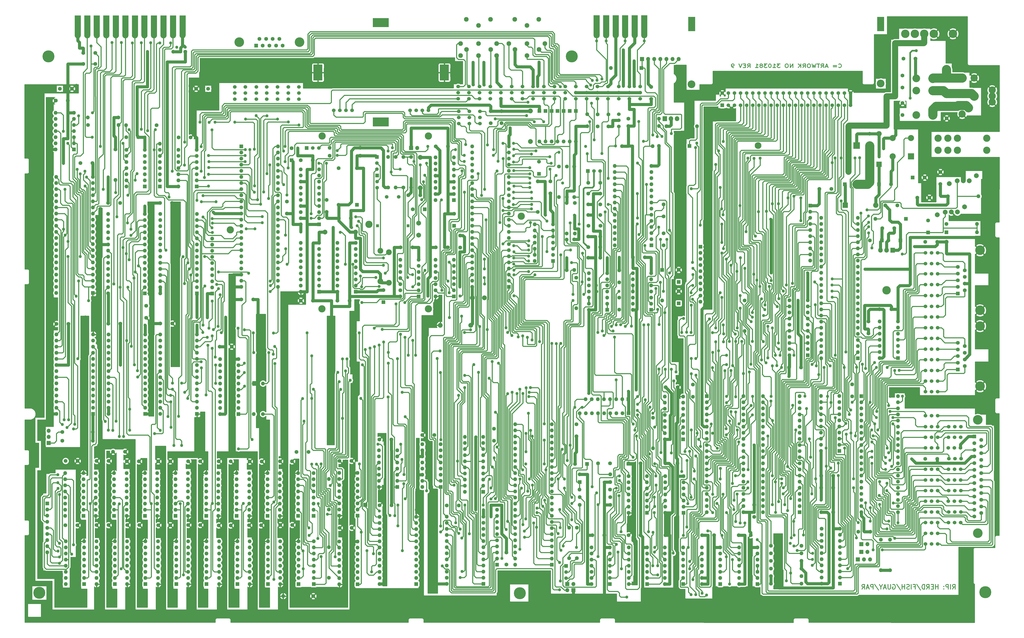
<source format=gbr>
G04 #@! TF.GenerationSoftware,KiCad,Pcbnew,(5.1.9)-1*
G04 #@! TF.CreationDate,2021-03-22T16:11:12+01:00*
G04 #@! TF.ProjectId,Open128,4f70656e-3132-4382-9e6b-696361645f70,3*
G04 #@! TF.SameCoordinates,Original*
G04 #@! TF.FileFunction,Copper,L2,Bot*
G04 #@! TF.FilePolarity,Positive*
%FSLAX46Y46*%
G04 Gerber Fmt 4.6, Leading zero omitted, Abs format (unit mm)*
G04 Created by KiCad (PCBNEW (5.1.9)-1) date 2021-03-22 16:11:12*
%MOMM*%
%LPD*%
G01*
G04 APERTURE LIST*
G04 #@! TA.AperFunction,NonConductor*
%ADD10C,0.300000*%
G04 #@! TD*
G04 #@! TA.AperFunction,ComponentPad*
%ADD11R,3.810000X6.604000*%
G04 #@! TD*
G04 #@! TA.AperFunction,ComponentPad*
%ADD12R,6.604000X3.810000*%
G04 #@! TD*
G04 #@! TA.AperFunction,ComponentPad*
%ADD13C,1.524000*%
G04 #@! TD*
G04 #@! TA.AperFunction,ComponentPad*
%ADD14R,3.000000X6.000000*%
G04 #@! TD*
G04 #@! TA.AperFunction,ComponentPad*
%ADD15C,3.216000*%
G04 #@! TD*
G04 #@! TA.AperFunction,ComponentPad*
%ADD16C,1.508000*%
G04 #@! TD*
G04 #@! TA.AperFunction,ComponentPad*
%ADD17R,1.508000X1.508000*%
G04 #@! TD*
G04 #@! TA.AperFunction,ComponentPad*
%ADD18C,1.950000*%
G04 #@! TD*
G04 #@! TA.AperFunction,ComponentPad*
%ADD19C,3.000000*%
G04 #@! TD*
G04 #@! TA.AperFunction,ComponentPad*
%ADD20O,1.700000X1.700000*%
G04 #@! TD*
G04 #@! TA.AperFunction,ComponentPad*
%ADD21R,1.700000X1.700000*%
G04 #@! TD*
G04 #@! TA.AperFunction,ComponentPad*
%ADD22C,2.000000*%
G04 #@! TD*
G04 #@! TA.AperFunction,ComponentPad*
%ADD23C,2.999999*%
G04 #@! TD*
G04 #@! TA.AperFunction,ComponentPad*
%ADD24C,1.600000*%
G04 #@! TD*
G04 #@! TA.AperFunction,ComponentPad*
%ADD25O,1.600000X1.600000*%
G04 #@! TD*
G04 #@! TA.AperFunction,ComponentPad*
%ADD26C,3.200001*%
G04 #@! TD*
G04 #@! TA.AperFunction,ComponentPad*
%ADD27C,3.200000*%
G04 #@! TD*
G04 #@! TA.AperFunction,ComponentPad*
%ADD28C,2.540000*%
G04 #@! TD*
G04 #@! TA.AperFunction,ComponentPad*
%ADD29R,2.540000X2.540000*%
G04 #@! TD*
G04 #@! TA.AperFunction,ComponentPad*
%ADD30C,3.500000*%
G04 #@! TD*
G04 #@! TA.AperFunction,ConnectorPad*
%ADD31C,0.150000*%
G04 #@! TD*
G04 #@! TA.AperFunction,ComponentPad*
%ADD32O,2.400000X2.400000*%
G04 #@! TD*
G04 #@! TA.AperFunction,ComponentPad*
%ADD33C,2.400000*%
G04 #@! TD*
G04 #@! TA.AperFunction,ComponentPad*
%ADD34R,1.600000X1.600000*%
G04 #@! TD*
G04 #@! TA.AperFunction,ComponentPad*
%ADD35O,2.200000X2.200000*%
G04 #@! TD*
G04 #@! TA.AperFunction,ComponentPad*
%ADD36R,2.200000X2.200000*%
G04 #@! TD*
G04 #@! TA.AperFunction,ComponentPad*
%ADD37C,4.000000*%
G04 #@! TD*
G04 #@! TA.AperFunction,ComponentPad*
%ADD38O,2.000000X2.000000*%
G04 #@! TD*
G04 #@! TA.AperFunction,ComponentPad*
%ADD39O,1.905000X2.000000*%
G04 #@! TD*
G04 #@! TA.AperFunction,ComponentPad*
%ADD40R,1.905000X2.000000*%
G04 #@! TD*
G04 #@! TA.AperFunction,ComponentPad*
%ADD41R,1.200000X1.200000*%
G04 #@! TD*
G04 #@! TA.AperFunction,ComponentPad*
%ADD42C,1.500000*%
G04 #@! TD*
G04 #@! TA.AperFunction,ComponentPad*
%ADD43R,1.500000X1.500000*%
G04 #@! TD*
G04 #@! TA.AperFunction,ComponentPad*
%ADD44O,3.500000X3.500000*%
G04 #@! TD*
G04 #@! TA.AperFunction,ComponentPad*
%ADD45O,2.799999X2.799999*%
G04 #@! TD*
G04 #@! TA.AperFunction,ComponentPad*
%ADD46R,2.800000X2.800000*%
G04 #@! TD*
G04 #@! TA.AperFunction,ViaPad*
%ADD47C,1.778000*%
G04 #@! TD*
G04 #@! TA.AperFunction,ViaPad*
%ADD48C,1.270000*%
G04 #@! TD*
G04 #@! TA.AperFunction,ViaPad*
%ADD49C,5.000000*%
G04 #@! TD*
G04 #@! TA.AperFunction,Conductor*
%ADD50C,1.270000*%
G04 #@! TD*
G04 #@! TA.AperFunction,Conductor*
%ADD51C,2.540000*%
G04 #@! TD*
G04 #@! TA.AperFunction,Conductor*
%ADD52C,0.381000*%
G04 #@! TD*
G04 #@! TA.AperFunction,Conductor*
%ADD53C,3.810000*%
G04 #@! TD*
G04 #@! TA.AperFunction,Conductor*
%ADD54C,0.635000*%
G04 #@! TD*
G04 #@! TA.AperFunction,Conductor*
%ADD55C,0.254000*%
G04 #@! TD*
G04 #@! TA.AperFunction,Conductor*
%ADD56C,0.150000*%
G04 #@! TD*
G04 APERTURE END LIST*
D10*
X372073714Y-57228514D02*
X372164428Y-57299942D01*
X372436571Y-57371371D01*
X372618000Y-57371371D01*
X372890142Y-57299942D01*
X373071571Y-57157085D01*
X373162285Y-57014228D01*
X373253000Y-56728514D01*
X373253000Y-56514228D01*
X373162285Y-56228514D01*
X373071571Y-56085657D01*
X372890142Y-55942800D01*
X372618000Y-55871371D01*
X372436571Y-55871371D01*
X372164428Y-55942800D01*
X372073714Y-56014228D01*
X371257285Y-56585657D02*
X369805857Y-56585657D01*
X369805857Y-57014228D02*
X371257285Y-57014228D01*
X367538000Y-56942800D02*
X366630857Y-56942800D01*
X367719428Y-57371371D02*
X367084428Y-55871371D01*
X366449428Y-57371371D01*
X364725857Y-57371371D02*
X365360857Y-56657085D01*
X365814428Y-57371371D02*
X365814428Y-55871371D01*
X365088714Y-55871371D01*
X364907285Y-55942800D01*
X364816571Y-56014228D01*
X364725857Y-56157085D01*
X364725857Y-56371371D01*
X364816571Y-56514228D01*
X364907285Y-56585657D01*
X365088714Y-56657085D01*
X365814428Y-56657085D01*
X364181571Y-55871371D02*
X363093000Y-55871371D01*
X363637285Y-57371371D02*
X363637285Y-55871371D01*
X362639428Y-55871371D02*
X362185857Y-57371371D01*
X361823000Y-56299942D01*
X361460142Y-57371371D01*
X361006571Y-55871371D01*
X359918000Y-55871371D02*
X359555142Y-55871371D01*
X359373714Y-55942800D01*
X359192285Y-56085657D01*
X359101571Y-56371371D01*
X359101571Y-56871371D01*
X359192285Y-57157085D01*
X359373714Y-57299942D01*
X359555142Y-57371371D01*
X359918000Y-57371371D01*
X360099428Y-57299942D01*
X360280857Y-57157085D01*
X360371571Y-56871371D01*
X360371571Y-56371371D01*
X360280857Y-56085657D01*
X360099428Y-55942800D01*
X359918000Y-55871371D01*
X357196571Y-57371371D02*
X357831571Y-56657085D01*
X358285142Y-57371371D02*
X358285142Y-55871371D01*
X357559428Y-55871371D01*
X357378000Y-55942800D01*
X357287285Y-56014228D01*
X357196571Y-56157085D01*
X357196571Y-56371371D01*
X357287285Y-56514228D01*
X357378000Y-56585657D01*
X357559428Y-56657085D01*
X358285142Y-56657085D01*
X356380142Y-57371371D02*
X356380142Y-55871371D01*
X355291571Y-57371371D02*
X356108000Y-56514228D01*
X355291571Y-55871371D02*
X356380142Y-56728514D01*
X353023714Y-57371371D02*
X353023714Y-55871371D01*
X351935142Y-57371371D01*
X351935142Y-55871371D01*
X350665142Y-55871371D02*
X350302285Y-55871371D01*
X350120857Y-55942800D01*
X349939428Y-56085657D01*
X349848714Y-56371371D01*
X349848714Y-56871371D01*
X349939428Y-57157085D01*
X350120857Y-57299942D01*
X350302285Y-57371371D01*
X350665142Y-57371371D01*
X350846571Y-57299942D01*
X351028000Y-57157085D01*
X351118714Y-56871371D01*
X351118714Y-56371371D01*
X351028000Y-56085657D01*
X350846571Y-55942800D01*
X350665142Y-55871371D01*
X347762285Y-55871371D02*
X346583000Y-55871371D01*
X347218000Y-56442800D01*
X346945857Y-56442800D01*
X346764428Y-56514228D01*
X346673714Y-56585657D01*
X346583000Y-56728514D01*
X346583000Y-57085657D01*
X346673714Y-57228514D01*
X346764428Y-57299942D01*
X346945857Y-57371371D01*
X347490142Y-57371371D01*
X347671571Y-57299942D01*
X347762285Y-57228514D01*
X344768714Y-57371371D02*
X345857285Y-57371371D01*
X345313000Y-57371371D02*
X345313000Y-55871371D01*
X345494428Y-56085657D01*
X345675857Y-56228514D01*
X345857285Y-56299942D01*
X343589428Y-55871371D02*
X343408000Y-55871371D01*
X343226571Y-55942800D01*
X343135857Y-56014228D01*
X343045142Y-56157085D01*
X342954428Y-56442800D01*
X342954428Y-56799942D01*
X343045142Y-57085657D01*
X343135857Y-57228514D01*
X343226571Y-57299942D01*
X343408000Y-57371371D01*
X343589428Y-57371371D01*
X343770857Y-57299942D01*
X343861571Y-57228514D01*
X343952285Y-57085657D01*
X344043000Y-56799942D01*
X344043000Y-56442800D01*
X343952285Y-56157085D01*
X343861571Y-56014228D01*
X343770857Y-55942800D01*
X343589428Y-55871371D01*
X342319428Y-55871371D02*
X341140142Y-55871371D01*
X341775142Y-56442800D01*
X341503000Y-56442800D01*
X341321571Y-56514228D01*
X341230857Y-56585657D01*
X341140142Y-56728514D01*
X341140142Y-57085657D01*
X341230857Y-57228514D01*
X341321571Y-57299942D01*
X341503000Y-57371371D01*
X342047285Y-57371371D01*
X342228714Y-57299942D01*
X342319428Y-57228514D01*
X340051571Y-56514228D02*
X340233000Y-56442800D01*
X340323714Y-56371371D01*
X340414428Y-56228514D01*
X340414428Y-56157085D01*
X340323714Y-56014228D01*
X340233000Y-55942800D01*
X340051571Y-55871371D01*
X339688714Y-55871371D01*
X339507285Y-55942800D01*
X339416571Y-56014228D01*
X339325857Y-56157085D01*
X339325857Y-56228514D01*
X339416571Y-56371371D01*
X339507285Y-56442800D01*
X339688714Y-56514228D01*
X340051571Y-56514228D01*
X340233000Y-56585657D01*
X340323714Y-56657085D01*
X340414428Y-56799942D01*
X340414428Y-57085657D01*
X340323714Y-57228514D01*
X340233000Y-57299942D01*
X340051571Y-57371371D01*
X339688714Y-57371371D01*
X339507285Y-57299942D01*
X339416571Y-57228514D01*
X339325857Y-57085657D01*
X339325857Y-56799942D01*
X339416571Y-56657085D01*
X339507285Y-56585657D01*
X339688714Y-56514228D01*
X337511571Y-57371371D02*
X338600142Y-57371371D01*
X338055857Y-57371371D02*
X338055857Y-55871371D01*
X338237285Y-56085657D01*
X338418714Y-56228514D01*
X338600142Y-56299942D01*
X334155142Y-57371371D02*
X334790142Y-56657085D01*
X335243714Y-57371371D02*
X335243714Y-55871371D01*
X334518000Y-55871371D01*
X334336571Y-55942800D01*
X334245857Y-56014228D01*
X334155142Y-56157085D01*
X334155142Y-56371371D01*
X334245857Y-56514228D01*
X334336571Y-56585657D01*
X334518000Y-56657085D01*
X335243714Y-56657085D01*
X333338714Y-56585657D02*
X332703714Y-56585657D01*
X332431571Y-57371371D02*
X333338714Y-57371371D01*
X333338714Y-55871371D01*
X332431571Y-55871371D01*
X331887285Y-55871371D02*
X331252285Y-57371371D01*
X330617285Y-55871371D01*
X328440142Y-57371371D02*
X328077285Y-57371371D01*
X327895857Y-57299942D01*
X327805142Y-57228514D01*
X327623714Y-57014228D01*
X327533000Y-56728514D01*
X327533000Y-56157085D01*
X327623714Y-56014228D01*
X327714428Y-55942800D01*
X327895857Y-55871371D01*
X328258714Y-55871371D01*
X328440142Y-55942800D01*
X328530857Y-56014228D01*
X328621571Y-56157085D01*
X328621571Y-56514228D01*
X328530857Y-56657085D01*
X328440142Y-56728514D01*
X328258714Y-56799942D01*
X327895857Y-56799942D01*
X327714428Y-56728514D01*
X327623714Y-56657085D01*
X327533000Y-56514228D01*
X419426571Y-274292785D02*
X420061571Y-273385642D01*
X420515142Y-274292785D02*
X420515142Y-272387785D01*
X419789428Y-272387785D01*
X419608000Y-272478500D01*
X419517285Y-272569214D01*
X419426571Y-272750642D01*
X419426571Y-273022785D01*
X419517285Y-273204214D01*
X419608000Y-273294928D01*
X419789428Y-273385642D01*
X420515142Y-273385642D01*
X418610142Y-274292785D02*
X418610142Y-272387785D01*
X417703000Y-274292785D02*
X417703000Y-272387785D01*
X416977285Y-272387785D01*
X416795857Y-272478500D01*
X416705142Y-272569214D01*
X416614428Y-272750642D01*
X416614428Y-273022785D01*
X416705142Y-273204214D01*
X416795857Y-273294928D01*
X416977285Y-273385642D01*
X417703000Y-273385642D01*
X415798000Y-274111357D02*
X415707285Y-274202071D01*
X415798000Y-274292785D01*
X415888714Y-274202071D01*
X415798000Y-274111357D01*
X415798000Y-274292785D01*
X415798000Y-273113500D02*
X415707285Y-273204214D01*
X415798000Y-273294928D01*
X415888714Y-273204214D01*
X415798000Y-273113500D01*
X415798000Y-273294928D01*
X413439428Y-274292785D02*
X413439428Y-272387785D01*
X413439428Y-273294928D02*
X412350857Y-273294928D01*
X412350857Y-274292785D02*
X412350857Y-272387785D01*
X411443714Y-273294928D02*
X410808714Y-273294928D01*
X410536571Y-274292785D02*
X411443714Y-274292785D01*
X411443714Y-272387785D01*
X410536571Y-272387785D01*
X408631571Y-274292785D02*
X409266571Y-273385642D01*
X409720142Y-274292785D02*
X409720142Y-272387785D01*
X408994428Y-272387785D01*
X408813000Y-272478500D01*
X408722285Y-272569214D01*
X408631571Y-272750642D01*
X408631571Y-273022785D01*
X408722285Y-273204214D01*
X408813000Y-273294928D01*
X408994428Y-273385642D01*
X409720142Y-273385642D01*
X407815142Y-274292785D02*
X407815142Y-272387785D01*
X407361571Y-272387785D01*
X407089428Y-272478500D01*
X406908000Y-272659928D01*
X406817285Y-272841357D01*
X406726571Y-273204214D01*
X406726571Y-273476357D01*
X406817285Y-273839214D01*
X406908000Y-274020642D01*
X407089428Y-274202071D01*
X407361571Y-274292785D01*
X407815142Y-274292785D01*
X404549428Y-272297071D02*
X406182285Y-274746357D01*
X403279428Y-273294928D02*
X403914428Y-273294928D01*
X403914428Y-274292785D02*
X403914428Y-272387785D01*
X403007285Y-272387785D01*
X402281571Y-274292785D02*
X402281571Y-272387785D01*
X401465142Y-274202071D02*
X401193000Y-274292785D01*
X400739428Y-274292785D01*
X400558000Y-274202071D01*
X400467285Y-274111357D01*
X400376571Y-273929928D01*
X400376571Y-273748500D01*
X400467285Y-273567071D01*
X400558000Y-273476357D01*
X400739428Y-273385642D01*
X401102285Y-273294928D01*
X401283714Y-273204214D01*
X401374428Y-273113500D01*
X401465142Y-272932071D01*
X401465142Y-272750642D01*
X401374428Y-272569214D01*
X401283714Y-272478500D01*
X401102285Y-272387785D01*
X400648714Y-272387785D01*
X400376571Y-272478500D01*
X399560142Y-274292785D02*
X399560142Y-272387785D01*
X399560142Y-273294928D02*
X398471571Y-273294928D01*
X398471571Y-274292785D02*
X398471571Y-272387785D01*
X396203714Y-272297071D02*
X397836571Y-274746357D01*
X394570857Y-272478500D02*
X394752285Y-272387785D01*
X395024428Y-272387785D01*
X395296571Y-272478500D01*
X395478000Y-272659928D01*
X395568714Y-272841357D01*
X395659428Y-273204214D01*
X395659428Y-273476357D01*
X395568714Y-273839214D01*
X395478000Y-274020642D01*
X395296571Y-274202071D01*
X395024428Y-274292785D01*
X394843000Y-274292785D01*
X394570857Y-274202071D01*
X394480142Y-274111357D01*
X394480142Y-273476357D01*
X394843000Y-273476357D01*
X393663714Y-272387785D02*
X393663714Y-273929928D01*
X393573000Y-274111357D01*
X393482285Y-274202071D01*
X393300857Y-274292785D01*
X392938000Y-274292785D01*
X392756571Y-274202071D01*
X392665857Y-274111357D01*
X392575142Y-273929928D01*
X392575142Y-272387785D01*
X391758714Y-273748500D02*
X390851571Y-273748500D01*
X391940142Y-274292785D02*
X391305142Y-272387785D01*
X390670142Y-274292785D01*
X389672285Y-273385642D02*
X389672285Y-274292785D01*
X390307285Y-272387785D02*
X389672285Y-273385642D01*
X389037285Y-272387785D01*
X387041571Y-272297071D02*
X388674428Y-274746357D01*
X386406571Y-274292785D02*
X386406571Y-272387785D01*
X385680857Y-272387785D01*
X385499428Y-272478500D01*
X385408714Y-272569214D01*
X385318000Y-272750642D01*
X385318000Y-273022785D01*
X385408714Y-273204214D01*
X385499428Y-273294928D01*
X385680857Y-273385642D01*
X386406571Y-273385642D01*
X384592285Y-273748500D02*
X383685142Y-273748500D01*
X384773714Y-274292785D02*
X384138714Y-272387785D01*
X383503714Y-274292785D01*
X381780142Y-274292785D02*
X382415142Y-273385642D01*
X382868714Y-274292785D02*
X382868714Y-272387785D01*
X382143000Y-272387785D01*
X381961571Y-272478500D01*
X381870857Y-272569214D01*
X381780142Y-272750642D01*
X381780142Y-273022785D01*
X381870857Y-273204214D01*
X381961571Y-273294928D01*
X382143000Y-273385642D01*
X382868714Y-273385642D01*
D11*
X208153000Y-59436000D03*
X155575000Y-59436000D03*
D12*
X181737000Y-38671500D03*
X181737000Y-80010000D03*
D13*
X201549000Y-75184000D03*
X199009000Y-75184000D03*
X196469000Y-75184000D03*
X193929000Y-75184000D03*
X169799000Y-75184000D03*
X167259000Y-75184000D03*
X164719000Y-75184000D03*
X162179000Y-75184000D03*
D14*
X389580120Y-39303960D03*
X310946800Y-39303960D03*
D15*
X389580120Y-63957200D03*
X310916320Y-64322960D03*
D16*
X331317600Y-67980560D03*
X377037600Y-67980560D03*
X377037600Y-73060560D03*
X374497600Y-73060560D03*
X374497600Y-67980560D03*
X371957600Y-67980560D03*
X369417600Y-67980560D03*
X366877600Y-67980560D03*
X364337600Y-67980560D03*
X361797600Y-67980560D03*
X359257600Y-67980560D03*
X356717600Y-67980560D03*
X354177600Y-67980560D03*
X351637600Y-67980560D03*
X349097600Y-67980560D03*
X346557600Y-67980560D03*
X344017600Y-67980560D03*
X341477600Y-67980560D03*
X338937600Y-67980560D03*
X336397600Y-67980560D03*
X333857600Y-67980560D03*
X328777600Y-67980560D03*
X326237600Y-67980560D03*
X323697600Y-67980560D03*
X371957600Y-73060560D03*
X369417600Y-73060560D03*
X366877600Y-73060560D03*
X364337600Y-73060560D03*
X361797600Y-73060560D03*
X359257600Y-73060560D03*
X356717600Y-73060560D03*
X354177600Y-73060560D03*
X351637600Y-73060560D03*
X349097600Y-73060560D03*
X346557600Y-73060560D03*
X344017600Y-73060560D03*
X341477600Y-73060560D03*
X338937600Y-73060560D03*
X336397600Y-73060560D03*
X333857600Y-73060560D03*
X331317600Y-73060560D03*
X328777600Y-73060560D03*
X326237600Y-73060560D03*
D17*
X323697600Y-73060560D03*
D18*
X242453160Y-39883080D03*
X242453160Y-47376080D03*
X237453160Y-49876080D03*
X234953160Y-47376080D03*
X247453160Y-49876080D03*
X249953160Y-47376080D03*
X247406160Y-37343080D03*
X237373160Y-37343080D03*
X242453160Y-52376080D03*
X214877000Y-52371000D03*
X229877000Y-52371000D03*
X222377000Y-39878000D03*
X222377000Y-47371000D03*
X217377000Y-49871000D03*
X214877000Y-47371000D03*
X227377000Y-49871000D03*
X229877000Y-47371000D03*
X227330000Y-37338000D03*
X217297000Y-37338000D03*
X222377000Y-52371000D03*
D19*
X157289500Y-85852000D03*
X201485500Y-85852000D03*
X201485500Y-157734000D03*
X157226000Y-157734000D03*
X240093500Y-119189500D03*
X176784000Y-122555000D03*
X119126000Y-124904500D03*
D20*
X384048000Y-255574800D03*
D21*
X381508000Y-255574800D03*
D22*
X413100520Y-118628160D03*
X421454520Y-117461160D03*
X416394520Y-117471160D03*
X418944520Y-117461160D03*
X424403520Y-115326160D03*
X418063680Y-105643680D03*
X426417680Y-104476680D03*
X421357680Y-104486680D03*
X423907680Y-104476680D03*
X429366680Y-102341680D03*
D23*
X433646580Y-91792800D03*
X433646580Y-86791800D03*
X421469080Y-86792800D03*
X417469080Y-86792800D03*
D19*
X413469080Y-86792800D03*
D23*
X421469080Y-91792800D03*
X417469080Y-91792800D03*
D19*
X413469080Y-91792800D03*
D24*
X294924480Y-203055220D03*
D25*
X294924480Y-215755220D03*
D24*
X72567800Y-78099920D03*
D25*
X59867800Y-78099920D03*
D24*
X247002300Y-117411500D03*
D25*
X247002300Y-104711500D03*
D24*
X277114000Y-239242600D03*
D25*
X264414000Y-239242600D03*
D24*
X71404480Y-91455240D03*
D25*
X71404480Y-104155240D03*
D24*
X260045200Y-261416800D03*
D25*
X260045200Y-248716800D03*
D24*
X59944000Y-81280000D03*
D25*
X72644000Y-81280000D03*
D24*
X284619700Y-81661000D03*
D25*
X297319700Y-81661000D03*
D24*
X49276000Y-212598000D03*
D25*
X61976000Y-212598000D03*
D24*
X343916000Y-265729720D03*
D25*
X356616000Y-265729720D03*
D24*
X128879600Y-188772800D03*
D25*
X128879600Y-201472800D03*
D24*
X194310000Y-94551500D03*
D25*
X194310000Y-107251500D03*
D24*
X393471400Y-266420600D03*
D25*
X393471400Y-253720600D03*
D24*
X389636000Y-253720600D03*
D25*
X389636000Y-266420600D03*
D24*
X263230600Y-261428000D03*
D25*
X263230600Y-248728000D03*
D24*
X343916000Y-262564880D03*
D25*
X356616000Y-262564880D03*
D24*
X277114000Y-236073950D03*
D25*
X264414000Y-236073950D03*
D24*
X49276000Y-208915000D03*
D25*
X61976000Y-208915000D03*
D24*
X416890200Y-122453400D03*
D25*
X429590200Y-122453400D03*
D24*
X160070800Y-241198400D03*
D25*
X160070800Y-228498400D03*
D24*
X160096200Y-269570200D03*
D25*
X160096200Y-256870200D03*
D24*
X262376920Y-113695480D03*
D25*
X262376920Y-126395480D03*
D24*
X332994000Y-154228800D03*
D25*
X332994000Y-166928800D03*
D24*
X187896500Y-94551500D03*
D25*
X187896500Y-107251500D03*
D24*
X262153400Y-98501200D03*
D25*
X262153400Y-111201200D03*
D24*
X262153400Y-128879600D03*
D25*
X262153400Y-141579600D03*
D24*
X417525200Y-110871000D03*
D25*
X430225200Y-110871000D03*
D24*
X262953500Y-144792700D03*
D25*
X262953500Y-157492700D03*
D24*
X259003800Y-141605000D03*
D25*
X259003800Y-128905000D03*
D24*
X264414000Y-226568000D03*
D25*
X277114000Y-226568000D03*
D24*
X184721500Y-107251500D03*
D25*
X184721500Y-94551500D03*
D24*
X160464500Y-94043500D03*
D25*
X173164500Y-94043500D03*
D24*
X173177200Y-90779600D03*
D25*
X160477200Y-90779600D03*
D24*
X191135000Y-107251500D03*
D25*
X191135000Y-94551500D03*
D24*
X88473280Y-81325720D03*
D25*
X75773280Y-81325720D03*
D24*
X259054600Y-98501200D03*
D25*
X259054600Y-111201200D03*
D24*
X259029200Y-126390400D03*
D25*
X259029200Y-113690400D03*
D24*
X343916000Y-272059400D03*
D25*
X356616000Y-272059400D03*
D24*
X343916000Y-268894560D03*
D25*
X356616000Y-268894560D03*
D24*
X343916000Y-256235200D03*
D25*
X356616000Y-256235200D03*
D24*
X277042880Y-232882440D03*
D25*
X264342880Y-232882440D03*
D24*
X255803400Y-98501200D03*
D25*
X255803400Y-111201200D03*
D24*
X313207400Y-81800700D03*
D25*
X300507400Y-81800700D03*
D24*
X284619700Y-78625700D03*
D25*
X297319700Y-78625700D03*
D24*
X282041600Y-90068400D03*
D25*
X294741600Y-90068400D03*
D24*
X343916000Y-259400040D03*
D25*
X356616000Y-259400040D03*
D24*
X132715000Y-201472800D03*
D25*
X132715000Y-188772800D03*
D26*
X411222000Y-61838840D03*
X404372000Y-61838840D03*
D27*
X411222000Y-66918840D03*
D26*
X404372000Y-66918840D03*
D27*
X411222000Y-77078840D03*
D26*
X404372000Y-77078840D03*
D13*
X143250920Y-65450720D03*
X143250920Y-67990720D03*
X143250920Y-70530720D03*
X147665440Y-65450720D03*
X147665440Y-67990720D03*
X147665440Y-70530720D03*
X120954800Y-65450720D03*
X120954800Y-67990720D03*
X120954800Y-70530720D03*
X125415040Y-65450720D03*
X125415040Y-67990720D03*
X125415040Y-70530720D03*
X138790680Y-65450720D03*
X138790680Y-67990720D03*
X138790680Y-70530720D03*
X134274560Y-65450720D03*
X134274560Y-67990720D03*
X134274560Y-70530720D03*
X129931160Y-65450720D03*
X129931160Y-67990720D03*
X129931160Y-70530720D03*
X214122000Y-80645000D03*
X214122000Y-78105000D03*
X214122000Y-75565000D03*
X218567000Y-80645000D03*
X218567000Y-78105000D03*
X218567000Y-75565000D03*
X280705560Y-76738480D03*
X280705560Y-79278480D03*
X280705560Y-81818480D03*
X227225410Y-65278000D03*
X227225410Y-67818000D03*
X227225410Y-70358000D03*
X236130350Y-65278000D03*
X236130350Y-67818000D03*
X236130350Y-70358000D03*
X231677880Y-65278000D03*
X231677880Y-67818000D03*
X231677880Y-70358000D03*
X245035290Y-65278000D03*
X245035290Y-67818000D03*
X245035290Y-70358000D03*
X249487760Y-65278000D03*
X249487760Y-67818000D03*
X249487760Y-70358000D03*
X253940230Y-65278000D03*
X253940230Y-67818000D03*
X253940230Y-70358000D03*
X258392700Y-65278000D03*
X258392700Y-67818000D03*
X258392700Y-70358000D03*
X262845170Y-65278000D03*
X262845170Y-67818000D03*
X262845170Y-70358000D03*
X240582820Y-65278000D03*
X240582820Y-67818000D03*
X240582820Y-70358000D03*
X276202580Y-65278000D03*
X276202580Y-67818000D03*
X276202580Y-70358000D03*
X280655050Y-65278000D03*
X280655050Y-67818000D03*
X280655050Y-70358000D03*
X271750110Y-65278000D03*
X271750110Y-67818000D03*
X271750110Y-70358000D03*
X267297640Y-65278000D03*
X267297640Y-67818000D03*
X267297640Y-70358000D03*
X289560000Y-65278000D03*
X289560000Y-67818000D03*
X289560000Y-70358000D03*
X285107520Y-65278000D03*
X285107520Y-67818000D03*
X285107520Y-70358000D03*
X408178000Y-192151000D03*
X410718000Y-192151000D03*
X413258000Y-192151000D03*
X222772940Y-65278000D03*
X222772940Y-67818000D03*
X222772940Y-70358000D03*
X213868000Y-65278000D03*
X213868000Y-67818000D03*
X213868000Y-70358000D03*
X218320470Y-65278000D03*
X218320470Y-67818000D03*
X218320470Y-70358000D03*
X222915480Y-80639920D03*
X222915480Y-78099920D03*
X222915480Y-75559920D03*
X417677600Y-215578266D03*
X420217600Y-215578266D03*
X422757600Y-215578266D03*
X417906200Y-220014799D03*
X420446200Y-220014799D03*
X422986200Y-220014799D03*
X417855400Y-233324398D03*
X420395400Y-233324398D03*
X422935400Y-233324398D03*
X408178000Y-224451332D03*
X410718000Y-224451332D03*
X413258000Y-224451332D03*
X417753800Y-228887865D03*
X420293800Y-228887865D03*
X422833800Y-228887865D03*
X408178000Y-228887865D03*
X410718000Y-228887865D03*
X413258000Y-228887865D03*
X417753800Y-224451332D03*
X420293800Y-224451332D03*
X422833800Y-224451332D03*
X408178000Y-233324398D03*
X410718000Y-233324398D03*
X413258000Y-233324398D03*
X417703000Y-237760931D03*
X420243000Y-237760931D03*
X422783000Y-237760931D03*
X408178000Y-237760931D03*
X410718000Y-237760931D03*
X413258000Y-237760931D03*
X408178000Y-255549400D03*
X410718000Y-255549400D03*
X413258000Y-255549400D03*
X417753800Y-211141733D03*
X420293800Y-211141733D03*
X422833800Y-211141733D03*
X408178000Y-211141733D03*
X410718000Y-211141733D03*
X413258000Y-211141733D03*
X408178000Y-215578266D03*
X410718000Y-215578266D03*
X413258000Y-215578266D03*
X417830000Y-206705200D03*
X420370000Y-206705200D03*
X422910000Y-206705200D03*
X408178000Y-206705200D03*
X410718000Y-206705200D03*
X413258000Y-206705200D03*
X408178000Y-202184000D03*
X410718000Y-202184000D03*
X413258000Y-202184000D03*
X417855400Y-242197464D03*
X420395400Y-242197464D03*
X422935400Y-242197464D03*
X417753800Y-246634000D03*
X420293800Y-246634000D03*
X422833800Y-246634000D03*
X408178000Y-246634000D03*
X410718000Y-246634000D03*
X413258000Y-246634000D03*
X408178000Y-251129800D03*
X410718000Y-251129800D03*
X413258000Y-251129800D03*
X408178000Y-242197464D03*
X410718000Y-242197464D03*
X413258000Y-242197464D03*
X408178000Y-161112200D03*
X410718000Y-161112200D03*
X413258000Y-161112200D03*
X408178000Y-143129000D03*
X410718000Y-143129000D03*
X413258000Y-143129000D03*
X408178000Y-147675600D03*
X410718000Y-147675600D03*
X413258000Y-147675600D03*
X408178000Y-152196800D03*
X410718000Y-152196800D03*
X413258000Y-152196800D03*
X408178000Y-156743400D03*
X410718000Y-156743400D03*
X413258000Y-156743400D03*
X408178000Y-138963400D03*
X410718000Y-138963400D03*
X413258000Y-138963400D03*
X408178000Y-134416800D03*
X410718000Y-134416800D03*
X413258000Y-134416800D03*
X408178000Y-174447200D03*
X410718000Y-174447200D03*
X413258000Y-174447200D03*
X408178000Y-178892200D03*
X410718000Y-178892200D03*
X413258000Y-178892200D03*
X408178000Y-183337200D03*
X410718000Y-183337200D03*
X413258000Y-183337200D03*
X408178000Y-187782200D03*
X410718000Y-187782200D03*
X413258000Y-187782200D03*
X408178000Y-170002200D03*
X410718000Y-170002200D03*
X413258000Y-170002200D03*
X408178000Y-165557200D03*
X410718000Y-165557200D03*
X413258000Y-165557200D03*
D28*
X394543280Y-94310200D03*
X394543280Y-86690200D03*
X402163280Y-86690200D03*
D29*
X402163280Y-94310200D03*
D30*
X419597840Y-43312080D03*
X411673040Y-43312080D03*
X407710640Y-43312080D03*
X403748240Y-43312080D03*
X399785840Y-43312080D03*
D19*
X435919000Y-71715000D03*
X435919000Y-66715000D03*
X435919000Y-69215000D03*
X428419000Y-69215000D03*
X423419000Y-76715000D03*
X423419000Y-61715000D03*
X428419000Y-61715000D03*
X425919000Y-74215000D03*
G04 #@! TA.AperFunction,ConnectorPad*
D31*
G36*
X80741520Y-43936920D02*
G01*
X80739990Y-43936920D01*
X80739990Y-43999236D01*
X80727774Y-44123268D01*
X80703460Y-44245505D01*
X80667281Y-44364770D01*
X80619586Y-44479915D01*
X80560835Y-44589830D01*
X80491594Y-44693458D01*
X80412528Y-44789800D01*
X80324400Y-44877928D01*
X80228058Y-44956994D01*
X80124430Y-45026235D01*
X80014515Y-45084986D01*
X79899370Y-45132681D01*
X79780105Y-45168860D01*
X79657868Y-45193174D01*
X79533836Y-45205390D01*
X79409204Y-45205390D01*
X79285172Y-45193174D01*
X79162935Y-45168860D01*
X79043670Y-45132681D01*
X78928525Y-45084986D01*
X78818610Y-45026235D01*
X78714982Y-44956994D01*
X78618640Y-44877928D01*
X78530512Y-44789800D01*
X78451446Y-44693458D01*
X78382205Y-44589830D01*
X78323454Y-44479915D01*
X78275759Y-44364770D01*
X78239580Y-44245505D01*
X78215266Y-44123268D01*
X78203050Y-43999236D01*
X78203050Y-43936920D01*
X78201520Y-43936920D01*
X78201520Y-35681920D01*
X80741520Y-35681920D01*
X80741520Y-43936920D01*
G37*
G04 #@! TD.AperFunction*
G04 #@! TA.AperFunction,ConnectorPad*
G36*
X56967120Y-43936920D02*
G01*
X56965590Y-43936920D01*
X56965590Y-43999236D01*
X56953374Y-44123268D01*
X56929060Y-44245505D01*
X56892881Y-44364770D01*
X56845186Y-44479915D01*
X56786435Y-44589830D01*
X56717194Y-44693458D01*
X56638128Y-44789800D01*
X56550000Y-44877928D01*
X56453658Y-44956994D01*
X56350030Y-45026235D01*
X56240115Y-45084986D01*
X56124970Y-45132681D01*
X56005705Y-45168860D01*
X55883468Y-45193174D01*
X55759436Y-45205390D01*
X55634804Y-45205390D01*
X55510772Y-45193174D01*
X55388535Y-45168860D01*
X55269270Y-45132681D01*
X55154125Y-45084986D01*
X55044210Y-45026235D01*
X54940582Y-44956994D01*
X54844240Y-44877928D01*
X54756112Y-44789800D01*
X54677046Y-44693458D01*
X54607805Y-44589830D01*
X54549054Y-44479915D01*
X54501359Y-44364770D01*
X54465180Y-44245505D01*
X54440866Y-44123268D01*
X54428650Y-43999236D01*
X54428650Y-43936920D01*
X54427120Y-43936920D01*
X54427120Y-35681920D01*
X56967120Y-35681920D01*
X56967120Y-43936920D01*
G37*
G04 #@! TD.AperFunction*
G04 #@! TA.AperFunction,ConnectorPad*
G36*
X84703920Y-43936920D02*
G01*
X84702390Y-43936920D01*
X84702390Y-43999236D01*
X84690174Y-44123268D01*
X84665860Y-44245505D01*
X84629681Y-44364770D01*
X84581986Y-44479915D01*
X84523235Y-44589830D01*
X84453994Y-44693458D01*
X84374928Y-44789800D01*
X84286800Y-44877928D01*
X84190458Y-44956994D01*
X84086830Y-45026235D01*
X83976915Y-45084986D01*
X83861770Y-45132681D01*
X83742505Y-45168860D01*
X83620268Y-45193174D01*
X83496236Y-45205390D01*
X83371604Y-45205390D01*
X83247572Y-45193174D01*
X83125335Y-45168860D01*
X83006070Y-45132681D01*
X82890925Y-45084986D01*
X82781010Y-45026235D01*
X82677382Y-44956994D01*
X82581040Y-44877928D01*
X82492912Y-44789800D01*
X82413846Y-44693458D01*
X82344605Y-44589830D01*
X82285854Y-44479915D01*
X82238159Y-44364770D01*
X82201980Y-44245505D01*
X82177666Y-44123268D01*
X82165450Y-43999236D01*
X82165450Y-43936920D01*
X82163920Y-43936920D01*
X82163920Y-35681920D01*
X84703920Y-35681920D01*
X84703920Y-43936920D01*
G37*
G04 #@! TD.AperFunction*
G04 #@! TA.AperFunction,ConnectorPad*
G36*
X88666320Y-43936920D02*
G01*
X88664790Y-43936920D01*
X88664790Y-43999236D01*
X88652574Y-44123268D01*
X88628260Y-44245505D01*
X88592081Y-44364770D01*
X88544386Y-44479915D01*
X88485635Y-44589830D01*
X88416394Y-44693458D01*
X88337328Y-44789800D01*
X88249200Y-44877928D01*
X88152858Y-44956994D01*
X88049230Y-45026235D01*
X87939315Y-45084986D01*
X87824170Y-45132681D01*
X87704905Y-45168860D01*
X87582668Y-45193174D01*
X87458636Y-45205390D01*
X87334004Y-45205390D01*
X87209972Y-45193174D01*
X87087735Y-45168860D01*
X86968470Y-45132681D01*
X86853325Y-45084986D01*
X86743410Y-45026235D01*
X86639782Y-44956994D01*
X86543440Y-44877928D01*
X86455312Y-44789800D01*
X86376246Y-44693458D01*
X86307005Y-44589830D01*
X86248254Y-44479915D01*
X86200559Y-44364770D01*
X86164380Y-44245505D01*
X86140066Y-44123268D01*
X86127850Y-43999236D01*
X86127850Y-43936920D01*
X86126320Y-43936920D01*
X86126320Y-35681920D01*
X88666320Y-35681920D01*
X88666320Y-43936920D01*
G37*
G04 #@! TD.AperFunction*
G04 #@! TA.AperFunction,ConnectorPad*
G36*
X92628720Y-43936920D02*
G01*
X92627190Y-43936920D01*
X92627190Y-43999236D01*
X92614974Y-44123268D01*
X92590660Y-44245505D01*
X92554481Y-44364770D01*
X92506786Y-44479915D01*
X92448035Y-44589830D01*
X92378794Y-44693458D01*
X92299728Y-44789800D01*
X92211600Y-44877928D01*
X92115258Y-44956994D01*
X92011630Y-45026235D01*
X91901715Y-45084986D01*
X91786570Y-45132681D01*
X91667305Y-45168860D01*
X91545068Y-45193174D01*
X91421036Y-45205390D01*
X91296404Y-45205390D01*
X91172372Y-45193174D01*
X91050135Y-45168860D01*
X90930870Y-45132681D01*
X90815725Y-45084986D01*
X90705810Y-45026235D01*
X90602182Y-44956994D01*
X90505840Y-44877928D01*
X90417712Y-44789800D01*
X90338646Y-44693458D01*
X90269405Y-44589830D01*
X90210654Y-44479915D01*
X90162959Y-44364770D01*
X90126780Y-44245505D01*
X90102466Y-44123268D01*
X90090250Y-43999236D01*
X90090250Y-43936920D01*
X90088720Y-43936920D01*
X90088720Y-35681920D01*
X92628720Y-35681920D01*
X92628720Y-43936920D01*
G37*
G04 #@! TD.AperFunction*
G04 #@! TA.AperFunction,ConnectorPad*
G36*
X96591120Y-43936920D02*
G01*
X96589590Y-43936920D01*
X96589590Y-43999236D01*
X96577374Y-44123268D01*
X96553060Y-44245505D01*
X96516881Y-44364770D01*
X96469186Y-44479915D01*
X96410435Y-44589830D01*
X96341194Y-44693458D01*
X96262128Y-44789800D01*
X96174000Y-44877928D01*
X96077658Y-44956994D01*
X95974030Y-45026235D01*
X95864115Y-45084986D01*
X95748970Y-45132681D01*
X95629705Y-45168860D01*
X95507468Y-45193174D01*
X95383436Y-45205390D01*
X95258804Y-45205390D01*
X95134772Y-45193174D01*
X95012535Y-45168860D01*
X94893270Y-45132681D01*
X94778125Y-45084986D01*
X94668210Y-45026235D01*
X94564582Y-44956994D01*
X94468240Y-44877928D01*
X94380112Y-44789800D01*
X94301046Y-44693458D01*
X94231805Y-44589830D01*
X94173054Y-44479915D01*
X94125359Y-44364770D01*
X94089180Y-44245505D01*
X94064866Y-44123268D01*
X94052650Y-43999236D01*
X94052650Y-43936920D01*
X94051120Y-43936920D01*
X94051120Y-35681920D01*
X96591120Y-35681920D01*
X96591120Y-43936920D01*
G37*
G04 #@! TD.AperFunction*
G04 #@! TA.AperFunction,ConnectorPad*
G36*
X76779120Y-43936920D02*
G01*
X76777590Y-43936920D01*
X76777590Y-43999236D01*
X76765374Y-44123268D01*
X76741060Y-44245505D01*
X76704881Y-44364770D01*
X76657186Y-44479915D01*
X76598435Y-44589830D01*
X76529194Y-44693458D01*
X76450128Y-44789800D01*
X76362000Y-44877928D01*
X76265658Y-44956994D01*
X76162030Y-45026235D01*
X76052115Y-45084986D01*
X75936970Y-45132681D01*
X75817705Y-45168860D01*
X75695468Y-45193174D01*
X75571436Y-45205390D01*
X75446804Y-45205390D01*
X75322772Y-45193174D01*
X75200535Y-45168860D01*
X75081270Y-45132681D01*
X74966125Y-45084986D01*
X74856210Y-45026235D01*
X74752582Y-44956994D01*
X74656240Y-44877928D01*
X74568112Y-44789800D01*
X74489046Y-44693458D01*
X74419805Y-44589830D01*
X74361054Y-44479915D01*
X74313359Y-44364770D01*
X74277180Y-44245505D01*
X74252866Y-44123268D01*
X74240650Y-43999236D01*
X74240650Y-43936920D01*
X74239120Y-43936920D01*
X74239120Y-35681920D01*
X76779120Y-35681920D01*
X76779120Y-43936920D01*
G37*
G04 #@! TD.AperFunction*
G04 #@! TA.AperFunction,ConnectorPad*
G36*
X100553520Y-43936920D02*
G01*
X100551990Y-43936920D01*
X100551990Y-43999236D01*
X100539774Y-44123268D01*
X100515460Y-44245505D01*
X100479281Y-44364770D01*
X100431586Y-44479915D01*
X100372835Y-44589830D01*
X100303594Y-44693458D01*
X100224528Y-44789800D01*
X100136400Y-44877928D01*
X100040058Y-44956994D01*
X99936430Y-45026235D01*
X99826515Y-45084986D01*
X99711370Y-45132681D01*
X99592105Y-45168860D01*
X99469868Y-45193174D01*
X99345836Y-45205390D01*
X99221204Y-45205390D01*
X99097172Y-45193174D01*
X98974935Y-45168860D01*
X98855670Y-45132681D01*
X98740525Y-45084986D01*
X98630610Y-45026235D01*
X98526982Y-44956994D01*
X98430640Y-44877928D01*
X98342512Y-44789800D01*
X98263446Y-44693458D01*
X98194205Y-44589830D01*
X98135454Y-44479915D01*
X98087759Y-44364770D01*
X98051580Y-44245505D01*
X98027266Y-44123268D01*
X98015050Y-43999236D01*
X98015050Y-43936920D01*
X98013520Y-43936920D01*
X98013520Y-35681920D01*
X100553520Y-35681920D01*
X100553520Y-43936920D01*
G37*
G04 #@! TD.AperFunction*
G04 #@! TA.AperFunction,ConnectorPad*
G36*
X60929520Y-43936920D02*
G01*
X60927990Y-43936920D01*
X60927990Y-43999236D01*
X60915774Y-44123268D01*
X60891460Y-44245505D01*
X60855281Y-44364770D01*
X60807586Y-44479915D01*
X60748835Y-44589830D01*
X60679594Y-44693458D01*
X60600528Y-44789800D01*
X60512400Y-44877928D01*
X60416058Y-44956994D01*
X60312430Y-45026235D01*
X60202515Y-45084986D01*
X60087370Y-45132681D01*
X59968105Y-45168860D01*
X59845868Y-45193174D01*
X59721836Y-45205390D01*
X59597204Y-45205390D01*
X59473172Y-45193174D01*
X59350935Y-45168860D01*
X59231670Y-45132681D01*
X59116525Y-45084986D01*
X59006610Y-45026235D01*
X58902982Y-44956994D01*
X58806640Y-44877928D01*
X58718512Y-44789800D01*
X58639446Y-44693458D01*
X58570205Y-44589830D01*
X58511454Y-44479915D01*
X58463759Y-44364770D01*
X58427580Y-44245505D01*
X58403266Y-44123268D01*
X58391050Y-43999236D01*
X58391050Y-43936920D01*
X58389520Y-43936920D01*
X58389520Y-35681920D01*
X60929520Y-35681920D01*
X60929520Y-43936920D01*
G37*
G04 #@! TD.AperFunction*
G04 #@! TA.AperFunction,ConnectorPad*
G36*
X64891920Y-43936920D02*
G01*
X64890390Y-43936920D01*
X64890390Y-43999236D01*
X64878174Y-44123268D01*
X64853860Y-44245505D01*
X64817681Y-44364770D01*
X64769986Y-44479915D01*
X64711235Y-44589830D01*
X64641994Y-44693458D01*
X64562928Y-44789800D01*
X64474800Y-44877928D01*
X64378458Y-44956994D01*
X64274830Y-45026235D01*
X64164915Y-45084986D01*
X64049770Y-45132681D01*
X63930505Y-45168860D01*
X63808268Y-45193174D01*
X63684236Y-45205390D01*
X63559604Y-45205390D01*
X63435572Y-45193174D01*
X63313335Y-45168860D01*
X63194070Y-45132681D01*
X63078925Y-45084986D01*
X62969010Y-45026235D01*
X62865382Y-44956994D01*
X62769040Y-44877928D01*
X62680912Y-44789800D01*
X62601846Y-44693458D01*
X62532605Y-44589830D01*
X62473854Y-44479915D01*
X62426159Y-44364770D01*
X62389980Y-44245505D01*
X62365666Y-44123268D01*
X62353450Y-43999236D01*
X62353450Y-43936920D01*
X62351920Y-43936920D01*
X62351920Y-35681920D01*
X64891920Y-35681920D01*
X64891920Y-43936920D01*
G37*
G04 #@! TD.AperFunction*
G04 #@! TA.AperFunction,ConnectorPad*
G36*
X72816720Y-43936920D02*
G01*
X72815190Y-43936920D01*
X72815190Y-43999236D01*
X72802974Y-44123268D01*
X72778660Y-44245505D01*
X72742481Y-44364770D01*
X72694786Y-44479915D01*
X72636035Y-44589830D01*
X72566794Y-44693458D01*
X72487728Y-44789800D01*
X72399600Y-44877928D01*
X72303258Y-44956994D01*
X72199630Y-45026235D01*
X72089715Y-45084986D01*
X71974570Y-45132681D01*
X71855305Y-45168860D01*
X71733068Y-45193174D01*
X71609036Y-45205390D01*
X71484404Y-45205390D01*
X71360372Y-45193174D01*
X71238135Y-45168860D01*
X71118870Y-45132681D01*
X71003725Y-45084986D01*
X70893810Y-45026235D01*
X70790182Y-44956994D01*
X70693840Y-44877928D01*
X70605712Y-44789800D01*
X70526646Y-44693458D01*
X70457405Y-44589830D01*
X70398654Y-44479915D01*
X70350959Y-44364770D01*
X70314780Y-44245505D01*
X70290466Y-44123268D01*
X70278250Y-43999236D01*
X70278250Y-43936920D01*
X70276720Y-43936920D01*
X70276720Y-35681920D01*
X72816720Y-35681920D01*
X72816720Y-43936920D01*
G37*
G04 #@! TD.AperFunction*
G04 #@! TA.AperFunction,ConnectorPad*
G36*
X68854320Y-43936920D02*
G01*
X68852790Y-43936920D01*
X68852790Y-43999236D01*
X68840574Y-44123268D01*
X68816260Y-44245505D01*
X68780081Y-44364770D01*
X68732386Y-44479915D01*
X68673635Y-44589830D01*
X68604394Y-44693458D01*
X68525328Y-44789800D01*
X68437200Y-44877928D01*
X68340858Y-44956994D01*
X68237230Y-45026235D01*
X68127315Y-45084986D01*
X68012170Y-45132681D01*
X67892905Y-45168860D01*
X67770668Y-45193174D01*
X67646636Y-45205390D01*
X67522004Y-45205390D01*
X67397972Y-45193174D01*
X67275735Y-45168860D01*
X67156470Y-45132681D01*
X67041325Y-45084986D01*
X66931410Y-45026235D01*
X66827782Y-44956994D01*
X66731440Y-44877928D01*
X66643312Y-44789800D01*
X66564246Y-44693458D01*
X66495005Y-44589830D01*
X66436254Y-44479915D01*
X66388559Y-44364770D01*
X66352380Y-44245505D01*
X66328066Y-44123268D01*
X66315850Y-43999236D01*
X66315850Y-43936920D01*
X66314320Y-43936920D01*
X66314320Y-35681920D01*
X68854320Y-35681920D01*
X68854320Y-43936920D01*
G37*
G04 #@! TD.AperFunction*
G04 #@! TA.AperFunction,ConnectorPad*
G36*
X284607000Y-43916600D02*
G01*
X284605470Y-43916600D01*
X284605470Y-43978916D01*
X284593254Y-44102948D01*
X284568940Y-44225185D01*
X284532761Y-44344450D01*
X284485066Y-44459595D01*
X284426315Y-44569510D01*
X284357074Y-44673138D01*
X284278008Y-44769480D01*
X284189880Y-44857608D01*
X284093538Y-44936674D01*
X283989910Y-45005915D01*
X283879995Y-45064666D01*
X283764850Y-45112361D01*
X283645585Y-45148540D01*
X283523348Y-45172854D01*
X283399316Y-45185070D01*
X283274684Y-45185070D01*
X283150652Y-45172854D01*
X283028415Y-45148540D01*
X282909150Y-45112361D01*
X282794005Y-45064666D01*
X282684090Y-45005915D01*
X282580462Y-44936674D01*
X282484120Y-44857608D01*
X282395992Y-44769480D01*
X282316926Y-44673138D01*
X282247685Y-44569510D01*
X282188934Y-44459595D01*
X282141239Y-44344450D01*
X282105060Y-44225185D01*
X282080746Y-44102948D01*
X282068530Y-43978916D01*
X282068530Y-43916600D01*
X282067000Y-43916600D01*
X282067000Y-35661600D01*
X284607000Y-35661600D01*
X284607000Y-43916600D01*
G37*
G04 #@! TD.AperFunction*
G04 #@! TA.AperFunction,ConnectorPad*
G36*
X288569400Y-43916600D02*
G01*
X288567870Y-43916600D01*
X288567870Y-43978916D01*
X288555654Y-44102948D01*
X288531340Y-44225185D01*
X288495161Y-44344450D01*
X288447466Y-44459595D01*
X288388715Y-44569510D01*
X288319474Y-44673138D01*
X288240408Y-44769480D01*
X288152280Y-44857608D01*
X288055938Y-44936674D01*
X287952310Y-45005915D01*
X287842395Y-45064666D01*
X287727250Y-45112361D01*
X287607985Y-45148540D01*
X287485748Y-45172854D01*
X287361716Y-45185070D01*
X287237084Y-45185070D01*
X287113052Y-45172854D01*
X286990815Y-45148540D01*
X286871550Y-45112361D01*
X286756405Y-45064666D01*
X286646490Y-45005915D01*
X286542862Y-44936674D01*
X286446520Y-44857608D01*
X286358392Y-44769480D01*
X286279326Y-44673138D01*
X286210085Y-44569510D01*
X286151334Y-44459595D01*
X286103639Y-44344450D01*
X286067460Y-44225185D01*
X286043146Y-44102948D01*
X286030930Y-43978916D01*
X286030930Y-43916600D01*
X286029400Y-43916600D01*
X286029400Y-35661600D01*
X288569400Y-35661600D01*
X288569400Y-43916600D01*
G37*
G04 #@! TD.AperFunction*
G04 #@! TA.AperFunction,ConnectorPad*
G36*
X292531800Y-43916600D02*
G01*
X292530270Y-43916600D01*
X292530270Y-43978916D01*
X292518054Y-44102948D01*
X292493740Y-44225185D01*
X292457561Y-44344450D01*
X292409866Y-44459595D01*
X292351115Y-44569510D01*
X292281874Y-44673138D01*
X292202808Y-44769480D01*
X292114680Y-44857608D01*
X292018338Y-44936674D01*
X291914710Y-45005915D01*
X291804795Y-45064666D01*
X291689650Y-45112361D01*
X291570385Y-45148540D01*
X291448148Y-45172854D01*
X291324116Y-45185070D01*
X291199484Y-45185070D01*
X291075452Y-45172854D01*
X290953215Y-45148540D01*
X290833950Y-45112361D01*
X290718805Y-45064666D01*
X290608890Y-45005915D01*
X290505262Y-44936674D01*
X290408920Y-44857608D01*
X290320792Y-44769480D01*
X290241726Y-44673138D01*
X290172485Y-44569510D01*
X290113734Y-44459595D01*
X290066039Y-44344450D01*
X290029860Y-44225185D01*
X290005546Y-44102948D01*
X289993330Y-43978916D01*
X289993330Y-43916600D01*
X289991800Y-43916600D01*
X289991800Y-35661600D01*
X292531800Y-35661600D01*
X292531800Y-43916600D01*
G37*
G04 #@! TD.AperFunction*
G04 #@! TA.AperFunction,ConnectorPad*
G36*
X280644600Y-43916600D02*
G01*
X280643070Y-43916600D01*
X280643070Y-43978916D01*
X280630854Y-44102948D01*
X280606540Y-44225185D01*
X280570361Y-44344450D01*
X280522666Y-44459595D01*
X280463915Y-44569510D01*
X280394674Y-44673138D01*
X280315608Y-44769480D01*
X280227480Y-44857608D01*
X280131138Y-44936674D01*
X280027510Y-45005915D01*
X279917595Y-45064666D01*
X279802450Y-45112361D01*
X279683185Y-45148540D01*
X279560948Y-45172854D01*
X279436916Y-45185070D01*
X279312284Y-45185070D01*
X279188252Y-45172854D01*
X279066015Y-45148540D01*
X278946750Y-45112361D01*
X278831605Y-45064666D01*
X278721690Y-45005915D01*
X278618062Y-44936674D01*
X278521720Y-44857608D01*
X278433592Y-44769480D01*
X278354526Y-44673138D01*
X278285285Y-44569510D01*
X278226534Y-44459595D01*
X278178839Y-44344450D01*
X278142660Y-44225185D01*
X278118346Y-44102948D01*
X278106130Y-43978916D01*
X278106130Y-43916600D01*
X278104600Y-43916600D01*
X278104600Y-35661600D01*
X280644600Y-35661600D01*
X280644600Y-43916600D01*
G37*
G04 #@! TD.AperFunction*
G04 #@! TA.AperFunction,ConnectorPad*
G36*
X276682200Y-43916600D02*
G01*
X276680670Y-43916600D01*
X276680670Y-43978916D01*
X276668454Y-44102948D01*
X276644140Y-44225185D01*
X276607961Y-44344450D01*
X276560266Y-44459595D01*
X276501515Y-44569510D01*
X276432274Y-44673138D01*
X276353208Y-44769480D01*
X276265080Y-44857608D01*
X276168738Y-44936674D01*
X276065110Y-45005915D01*
X275955195Y-45064666D01*
X275840050Y-45112361D01*
X275720785Y-45148540D01*
X275598548Y-45172854D01*
X275474516Y-45185070D01*
X275349884Y-45185070D01*
X275225852Y-45172854D01*
X275103615Y-45148540D01*
X274984350Y-45112361D01*
X274869205Y-45064666D01*
X274759290Y-45005915D01*
X274655662Y-44936674D01*
X274559320Y-44857608D01*
X274471192Y-44769480D01*
X274392126Y-44673138D01*
X274322885Y-44569510D01*
X274264134Y-44459595D01*
X274216439Y-44344450D01*
X274180260Y-44225185D01*
X274155946Y-44102948D01*
X274143730Y-43978916D01*
X274143730Y-43916600D01*
X274142200Y-43916600D01*
X274142200Y-35661600D01*
X276682200Y-35661600D01*
X276682200Y-43916600D01*
G37*
G04 #@! TD.AperFunction*
G04 #@! TA.AperFunction,ConnectorPad*
G36*
X272719800Y-43916600D02*
G01*
X272718270Y-43916600D01*
X272718270Y-43978916D01*
X272706054Y-44102948D01*
X272681740Y-44225185D01*
X272645561Y-44344450D01*
X272597866Y-44459595D01*
X272539115Y-44569510D01*
X272469874Y-44673138D01*
X272390808Y-44769480D01*
X272302680Y-44857608D01*
X272206338Y-44936674D01*
X272102710Y-45005915D01*
X271992795Y-45064666D01*
X271877650Y-45112361D01*
X271758385Y-45148540D01*
X271636148Y-45172854D01*
X271512116Y-45185070D01*
X271387484Y-45185070D01*
X271263452Y-45172854D01*
X271141215Y-45148540D01*
X271021950Y-45112361D01*
X270906805Y-45064666D01*
X270796890Y-45005915D01*
X270693262Y-44936674D01*
X270596920Y-44857608D01*
X270508792Y-44769480D01*
X270429726Y-44673138D01*
X270360485Y-44569510D01*
X270301734Y-44459595D01*
X270254039Y-44344450D01*
X270217860Y-44225185D01*
X270193546Y-44102948D01*
X270181330Y-43978916D01*
X270181330Y-43916600D01*
X270179800Y-43916600D01*
X270179800Y-35661600D01*
X272719800Y-35661600D01*
X272719800Y-43916600D01*
G37*
G04 #@! TD.AperFunction*
D22*
X197485000Y-127047000D03*
X197485000Y-122047000D03*
D32*
X181533800Y-146329400D03*
D33*
X181533800Y-133629400D03*
D32*
X185064400Y-146913600D03*
D33*
X185064400Y-134213600D03*
D24*
X385093200Y-129311400D03*
D34*
X390093200Y-129311400D03*
D24*
X392764000Y-129235200D03*
D34*
X397764000Y-129235200D03*
D35*
X388848600Y-84912200D03*
D36*
X388848600Y-97612200D03*
D35*
X387553200Y-114655600D03*
D36*
X374853200Y-114655600D03*
D24*
X48260000Y-66167000D03*
X53260000Y-66167000D03*
X109902000Y-66167000D03*
X104902000Y-66167000D03*
D37*
X147884800Y-46834920D03*
X122884800Y-46834920D03*
D24*
X139539800Y-45414920D03*
X136769800Y-45414920D03*
X133999800Y-45414920D03*
X131229800Y-45414920D03*
X140924800Y-48254920D03*
X138154800Y-48254920D03*
X135384800Y-48254920D03*
X132614800Y-48254920D03*
D34*
X129844800Y-48254920D03*
D24*
X379650000Y-105918000D03*
D34*
X374650000Y-105918000D03*
D24*
X407844000Y-103124000D03*
D34*
X402844000Y-103124000D03*
D24*
X393874000Y-105918000D03*
D34*
X388874000Y-105918000D03*
D20*
X259283200Y-274751800D03*
D21*
X261823200Y-274751800D03*
D20*
X261823200Y-272199100D03*
D21*
X259283200Y-272199100D03*
X175260000Y-239268000D03*
D20*
X196850000Y-90805000D03*
D21*
X194310000Y-90805000D03*
D20*
X385165600Y-261950200D03*
X382625600Y-261950200D03*
D21*
X380085600Y-261950200D03*
D20*
X384048000Y-258800600D03*
D21*
X381508000Y-258800600D03*
D38*
X243967000Y-75412600D03*
D22*
X243967000Y-88112600D03*
D39*
X304860960Y-78623160D03*
X302320960Y-78623160D03*
D40*
X299780960Y-78623160D03*
D25*
X266898120Y-195315840D03*
X269438120Y-195315840D03*
X271978120Y-195315840D03*
X274518120Y-195315840D03*
X277058120Y-195315840D03*
X279598120Y-195315840D03*
X282138120Y-195315840D03*
D34*
X284678120Y-195315840D03*
D25*
X153817320Y-254431800D03*
X153817320Y-256971800D03*
X153817320Y-259511800D03*
X153817320Y-262051800D03*
X153817320Y-264591800D03*
X153817320Y-267131800D03*
X153817320Y-269671800D03*
D34*
X153817320Y-272211800D03*
D41*
X193015700Y-123160200D03*
X180315700Y-123160200D03*
D42*
X189180300Y-111146000D03*
X184125700Y-111146000D03*
D25*
X245745000Y-137795000D03*
X253365000Y-122555000D03*
X245745000Y-135255000D03*
X253365000Y-125095000D03*
X245745000Y-132715000D03*
X253365000Y-127635000D03*
X245745000Y-130175000D03*
X253365000Y-130175000D03*
X245745000Y-127635000D03*
X253365000Y-132715000D03*
X245745000Y-125095000D03*
X253365000Y-135255000D03*
X245745000Y-122555000D03*
D34*
X253365000Y-137795000D03*
D25*
X315234320Y-272161000D03*
X322854320Y-256921000D03*
X315234320Y-269621000D03*
X322854320Y-259461000D03*
X315234320Y-267081000D03*
X322854320Y-262001000D03*
X315234320Y-264541000D03*
X322854320Y-264541000D03*
X315234320Y-262001000D03*
X322854320Y-267081000D03*
X315234320Y-259461000D03*
X322854320Y-269621000D03*
X315234320Y-256921000D03*
D34*
X322854320Y-272161000D03*
D25*
X330708000Y-272161000D03*
X338328000Y-256921000D03*
X330708000Y-269621000D03*
X338328000Y-259461000D03*
X330708000Y-267081000D03*
X338328000Y-262001000D03*
X330708000Y-264541000D03*
X338328000Y-264541000D03*
X330708000Y-262001000D03*
X338328000Y-267081000D03*
X330708000Y-259461000D03*
X338328000Y-269621000D03*
X330708000Y-256921000D03*
D34*
X338328000Y-272161000D03*
D24*
X315294000Y-251866400D03*
X320294000Y-251866400D03*
X330534000Y-251866400D03*
X335534000Y-251866400D03*
D25*
X89824560Y-89042240D03*
X89824560Y-91582240D03*
X89824560Y-94122240D03*
X89824560Y-96662240D03*
X89824560Y-99202240D03*
X89824560Y-101742240D03*
X89824560Y-104282240D03*
D34*
X89824560Y-106822240D03*
D24*
X46536600Y-71130160D03*
X51536600Y-71130160D03*
D20*
X305587400Y-53868320D03*
X303047400Y-53868320D03*
X300507400Y-53868320D03*
X297967400Y-53868320D03*
X295427400Y-53868320D03*
X292887400Y-53868320D03*
D21*
X290347400Y-53868320D03*
D25*
X396748000Y-194056000D03*
X381508000Y-242316000D03*
X396748000Y-196596000D03*
X381508000Y-239776000D03*
X396748000Y-199136000D03*
X381508000Y-237236000D03*
X396748000Y-201676000D03*
X381508000Y-234696000D03*
X396748000Y-204216000D03*
X381508000Y-232156000D03*
X396748000Y-206756000D03*
X381508000Y-229616000D03*
X396748000Y-209296000D03*
X381508000Y-227076000D03*
X396748000Y-211836000D03*
X381508000Y-224536000D03*
X396748000Y-214376000D03*
X381508000Y-221996000D03*
X396748000Y-216916000D03*
X381508000Y-219456000D03*
X396748000Y-219456000D03*
X381508000Y-216916000D03*
X396748000Y-221996000D03*
X381508000Y-214376000D03*
X396748000Y-224536000D03*
X381508000Y-211836000D03*
X396748000Y-227076000D03*
X381508000Y-209296000D03*
X396748000Y-229616000D03*
X381508000Y-206756000D03*
X396748000Y-232156000D03*
X381508000Y-204216000D03*
X396748000Y-234696000D03*
X381508000Y-201676000D03*
X396748000Y-237236000D03*
X381508000Y-199136000D03*
X396748000Y-239776000D03*
X381508000Y-196596000D03*
X396748000Y-242316000D03*
D34*
X381508000Y-194056000D03*
D25*
X278955500Y-131318000D03*
X294195500Y-98298000D03*
X278955500Y-128778000D03*
X294195500Y-100838000D03*
X278955500Y-126238000D03*
X294195500Y-103378000D03*
X278955500Y-123698000D03*
X294195500Y-105918000D03*
X278955500Y-121158000D03*
X294195500Y-108458000D03*
X278955500Y-118618000D03*
X294195500Y-110998000D03*
X278955500Y-116078000D03*
X294195500Y-113538000D03*
X278955500Y-113538000D03*
X294195500Y-116078000D03*
X278955500Y-110998000D03*
X294195500Y-118618000D03*
X278955500Y-108458000D03*
X294195500Y-121158000D03*
X278955500Y-105918000D03*
X294195500Y-123698000D03*
X278955500Y-103378000D03*
X294195500Y-126238000D03*
X278955500Y-100838000D03*
X294195500Y-128778000D03*
X278955500Y-98298000D03*
D34*
X294195500Y-131318000D03*
D24*
X416966400Y-78482200D03*
X416966400Y-73482200D03*
D22*
X416864800Y-68166000D03*
X416864800Y-58166000D03*
D24*
X385238000Y-250469400D03*
X380238000Y-250469400D03*
D25*
X180949600Y-231800400D03*
X188569600Y-216560400D03*
X180949600Y-229260400D03*
X188569600Y-219100400D03*
X180949600Y-226720400D03*
X188569600Y-221640400D03*
X180949600Y-224180400D03*
X188569600Y-224180400D03*
X180949600Y-221640400D03*
X188569600Y-226720400D03*
X180949600Y-219100400D03*
X188569600Y-229260400D03*
X180949600Y-216560400D03*
D34*
X188569600Y-231800400D03*
D24*
X181080400Y-212115400D03*
X186080400Y-212115400D03*
D25*
X141119200Y-277190200D03*
D24*
X153619200Y-277190200D03*
X268055080Y-123139200D03*
X273055080Y-123139200D03*
X284737800Y-221996000D03*
X289737800Y-221996000D03*
X139805400Y-221132400D03*
X144805400Y-221132400D03*
X127207000Y-221208600D03*
X132207000Y-221208600D03*
X114278400Y-221132400D03*
X119278400Y-221132400D03*
X101603800Y-221132400D03*
X106603800Y-221132400D03*
X89157800Y-221132400D03*
X94157800Y-221132400D03*
X76153000Y-221132400D03*
X81153000Y-221132400D03*
X63529200Y-220980000D03*
X68529200Y-220980000D03*
X139881600Y-247599200D03*
X144881600Y-247599200D03*
X126902200Y-247726200D03*
X131902200Y-247726200D03*
X114303800Y-247802400D03*
X119303800Y-247802400D03*
X101603800Y-247599200D03*
X106603800Y-247599200D03*
X89183200Y-247700800D03*
X94183200Y-247700800D03*
X76305400Y-247650000D03*
X81305400Y-247650000D03*
X50549800Y-247700800D03*
X55549800Y-247700800D03*
X198936600Y-210210400D03*
X203936600Y-210210400D03*
X63478400Y-247675400D03*
X68478400Y-247675400D03*
X114694960Y-173431200D03*
X119694960Y-173431200D03*
D25*
X97510600Y-106807000D03*
X105130600Y-91567000D03*
X97510600Y-104267000D03*
X105130600Y-94107000D03*
X97510600Y-101727000D03*
X105130600Y-96647000D03*
X97510600Y-99187000D03*
X105130600Y-99187000D03*
X97510600Y-96647000D03*
X105130600Y-101727000D03*
X97510600Y-94107000D03*
X105130600Y-104267000D03*
X97510600Y-91567000D03*
D34*
X105130600Y-106807000D03*
D24*
X97616000Y-86436200D03*
X102616000Y-86436200D03*
X189945000Y-132143500D03*
X194945000Y-132143500D03*
X204550000Y-132143500D03*
X209550000Y-132143500D03*
X128698000Y-153797000D03*
X123698000Y-153797000D03*
X148416000Y-95885000D03*
X153416000Y-95885000D03*
X50626000Y-220980000D03*
X55626000Y-220980000D03*
X384479800Y-162995600D03*
X384479800Y-167995600D03*
X159194500Y-112458500D03*
X159194500Y-117458500D03*
X351489000Y-182118000D03*
X356489000Y-182118000D03*
X231876600Y-80539600D03*
X231876600Y-75539600D03*
X142684500Y-118093500D03*
X142684500Y-113093500D03*
X193120000Y-110490000D03*
X198120000Y-110490000D03*
X214693500Y-127207000D03*
X214693500Y-132207000D03*
X395194800Y-124180600D03*
X390194800Y-124180600D03*
X396490200Y-114731800D03*
X391490200Y-114731800D03*
X408131000Y-220091000D03*
X413131000Y-220091000D03*
X280847800Y-141735800D03*
X280847800Y-146735800D03*
X267973800Y-105333800D03*
X272973800Y-105333800D03*
X377723400Y-189132200D03*
X377723400Y-194132200D03*
X272973800Y-114252828D03*
X267973800Y-114252828D03*
X272973800Y-118712342D03*
X267973800Y-118712342D03*
X414375600Y-100791000D03*
X414375600Y-105791000D03*
X385013200Y-89912200D03*
X385013200Y-84912200D03*
X409799800Y-111480600D03*
X404799800Y-111480600D03*
X398653000Y-72089000D03*
X398653000Y-77089000D03*
X398653000Y-60659000D03*
X398653000Y-65659000D03*
X399063200Y-53670200D03*
X404063200Y-53670200D03*
X227393500Y-75543400D03*
X227393500Y-80543400D03*
X280822400Y-158023560D03*
X280822400Y-153023560D03*
X277034000Y-221996000D03*
X272034000Y-221996000D03*
X169274500Y-120015000D03*
X164274500Y-120015000D03*
X267973800Y-132090884D03*
X272973800Y-132090884D03*
X252209300Y-104740700D03*
X252209300Y-109740700D03*
X299288200Y-131339600D03*
X299288200Y-126339600D03*
X299300900Y-119300000D03*
X299300900Y-114300000D03*
X267973800Y-109793314D03*
X272973800Y-109793314D03*
X62992000Y-51308000D03*
X57992000Y-51308000D03*
X62992000Y-55880000D03*
X57992000Y-55880000D03*
X364062000Y-107848400D03*
X369062000Y-107848400D03*
X100387160Y-50754280D03*
X95387160Y-50754280D03*
X276352000Y-76826100D03*
X276352000Y-81826100D03*
X336956400Y-244268000D03*
X336956400Y-239268000D03*
X271907000Y-76826100D03*
X271907000Y-81826100D03*
X267512800Y-76800700D03*
X267512800Y-81800700D03*
X408054800Y-129895600D03*
X413054800Y-129895600D03*
X294170100Y-70430400D03*
X294170100Y-65430400D03*
X286528500Y-136334500D03*
X291528500Y-136334500D03*
X146612600Y-217246200D03*
X151612600Y-217246200D03*
X75383400Y-217144600D03*
X70383400Y-217144600D03*
X84201000Y-156464000D03*
X84201000Y-161464000D03*
X269624800Y-251866400D03*
X274624800Y-251866400D03*
X284737800Y-251866400D03*
X289737800Y-251866400D03*
X68294240Y-113680240D03*
X73294240Y-113680240D03*
X89894400Y-113665000D03*
X94894400Y-113665000D03*
X89996000Y-163830000D03*
X94996000Y-163830000D03*
X68370440Y-163896040D03*
X73370440Y-163896040D03*
X46800760Y-164007800D03*
X51800760Y-164007800D03*
X75873600Y-86324440D03*
X80873600Y-86324440D03*
X209597000Y-90170000D03*
X204597000Y-90170000D03*
X272970000Y-136461500D03*
X267970000Y-136461500D03*
X153463000Y-154305000D03*
X148463000Y-154305000D03*
X168703000Y-154305000D03*
X163703000Y-154305000D03*
X209147400Y-239471200D03*
X214147400Y-239471200D03*
X181182000Y-239395000D03*
X186182000Y-239395000D03*
X228752400Y-207598000D03*
X228752400Y-212598000D03*
X300054000Y-221996000D03*
X305054000Y-221996000D03*
X164595800Y-248793000D03*
X169595800Y-248793000D03*
X164545000Y-220929200D03*
X169545000Y-220929200D03*
X364824000Y-227126800D03*
X369824000Y-227126800D03*
X364824000Y-242316000D03*
X369824000Y-242316000D03*
X263029700Y-205718400D03*
X263029700Y-210718400D03*
X364824000Y-232156000D03*
X369824000Y-232156000D03*
X300079400Y-251866400D03*
X305079400Y-251866400D03*
X394077200Y-157886400D03*
X389077200Y-157886400D03*
X311480200Y-189259200D03*
X311480200Y-194259200D03*
X267973800Y-127631370D03*
X272973800Y-127631370D03*
X61774080Y-97134680D03*
X56774080Y-97134680D03*
X300104800Y-190347600D03*
X305104800Y-190347600D03*
X233908600Y-259033000D03*
X233908600Y-264033000D03*
D25*
X189865000Y-152527000D03*
X197485000Y-137287000D03*
X189865000Y-149987000D03*
X197485000Y-139827000D03*
X189865000Y-147447000D03*
X197485000Y-142367000D03*
X189865000Y-144907000D03*
X197485000Y-144907000D03*
X189865000Y-142367000D03*
X197485000Y-147447000D03*
X189865000Y-139827000D03*
X197485000Y-149987000D03*
X189865000Y-137287000D03*
D34*
X197485000Y-152527000D03*
D43*
X258749800Y-264642600D03*
D42*
X258749800Y-269722600D03*
X258749800Y-267182600D03*
D43*
X180149500Y-102235000D03*
D42*
X180149500Y-107315000D03*
X180149500Y-104775000D03*
D43*
X180086000Y-94551500D03*
D42*
X180086000Y-99631500D03*
X180086000Y-97091500D03*
D43*
X267843000Y-100380800D03*
D42*
X272923000Y-100380800D03*
X270383000Y-100380800D03*
D43*
X150876000Y-90805000D03*
D42*
X155956000Y-90805000D03*
X153416000Y-90805000D03*
D25*
X332486000Y-194056000D03*
X317246000Y-242316000D03*
X332486000Y-196596000D03*
X317246000Y-239776000D03*
X332486000Y-199136000D03*
X317246000Y-237236000D03*
X332486000Y-201676000D03*
X317246000Y-234696000D03*
X332486000Y-204216000D03*
X317246000Y-232156000D03*
X332486000Y-206756000D03*
X317246000Y-229616000D03*
X332486000Y-209296000D03*
X317246000Y-227076000D03*
X332486000Y-211836000D03*
X317246000Y-224536000D03*
X332486000Y-214376000D03*
X317246000Y-221996000D03*
X332486000Y-216916000D03*
X317246000Y-219456000D03*
X332486000Y-219456000D03*
X317246000Y-216916000D03*
X332486000Y-221996000D03*
X317246000Y-214376000D03*
X332486000Y-224536000D03*
X317246000Y-211836000D03*
X332486000Y-227076000D03*
X317246000Y-209296000D03*
X332486000Y-229616000D03*
X317246000Y-206756000D03*
X332486000Y-232156000D03*
X317246000Y-204216000D03*
X332486000Y-234696000D03*
X317246000Y-201676000D03*
X332486000Y-237236000D03*
X317246000Y-199136000D03*
X332486000Y-239776000D03*
X317246000Y-196596000D03*
X332486000Y-242316000D03*
D34*
X317246000Y-194056000D03*
D22*
X224790000Y-153162000D03*
X219790000Y-153162000D03*
D20*
X43647360Y-208396840D03*
X43647360Y-210936840D03*
D21*
X43647360Y-213476840D03*
D25*
X340614000Y-242306000D03*
X355854000Y-194046000D03*
X340614000Y-239766000D03*
X355854000Y-196586000D03*
X340614000Y-237226000D03*
X355854000Y-199126000D03*
X340614000Y-234686000D03*
X355854000Y-201666000D03*
X340614000Y-232146000D03*
X355854000Y-204206000D03*
X340614000Y-229606000D03*
X355854000Y-206746000D03*
X340614000Y-227066000D03*
X355854000Y-209286000D03*
X340614000Y-224526000D03*
X355854000Y-211826000D03*
X340614000Y-221986000D03*
X355854000Y-214366000D03*
X340614000Y-219446000D03*
X355854000Y-216906000D03*
X340614000Y-216906000D03*
X355854000Y-219446000D03*
X340614000Y-214366000D03*
X355854000Y-221986000D03*
X340614000Y-211826000D03*
X355854000Y-224526000D03*
X340614000Y-209286000D03*
X355854000Y-227066000D03*
X340614000Y-206746000D03*
X355854000Y-229606000D03*
X340614000Y-204206000D03*
X355854000Y-232146000D03*
X340614000Y-201666000D03*
X355854000Y-234686000D03*
X340614000Y-199126000D03*
X355854000Y-237226000D03*
X340614000Y-196586000D03*
X355854000Y-239766000D03*
X340614000Y-194046000D03*
D34*
X355854000Y-242306000D03*
D25*
X46736000Y-151130000D03*
X61976000Y-102870000D03*
X46736000Y-148590000D03*
X61976000Y-105410000D03*
X46736000Y-146050000D03*
X61976000Y-107950000D03*
X46736000Y-143510000D03*
X61976000Y-110490000D03*
X46736000Y-140970000D03*
X61976000Y-113030000D03*
X46736000Y-138430000D03*
X61976000Y-115570000D03*
X46736000Y-135890000D03*
X61976000Y-118110000D03*
X46736000Y-133350000D03*
X61976000Y-120650000D03*
X46736000Y-130810000D03*
X61976000Y-123190000D03*
X46736000Y-128270000D03*
X61976000Y-125730000D03*
X46736000Y-125730000D03*
X61976000Y-128270000D03*
X46736000Y-123190000D03*
X61976000Y-130810000D03*
X46736000Y-120650000D03*
X61976000Y-133350000D03*
X46736000Y-118110000D03*
X61976000Y-135890000D03*
X46736000Y-115570000D03*
X61976000Y-138430000D03*
X46736000Y-113030000D03*
X61976000Y-140970000D03*
X46736000Y-110490000D03*
X61976000Y-143510000D03*
X46736000Y-107950000D03*
X61976000Y-146050000D03*
X46736000Y-105410000D03*
X61976000Y-148590000D03*
X46736000Y-102870000D03*
D34*
X61976000Y-151130000D03*
D24*
X171831000Y-99187000D03*
X164211000Y-99187000D03*
X164211000Y-114427000D03*
D34*
X171831000Y-114427000D03*
D25*
X46482000Y-91440000D03*
X54102000Y-76200000D03*
X46482000Y-88900000D03*
X54102000Y-78740000D03*
X46482000Y-86360000D03*
X54102000Y-81280000D03*
X46482000Y-83820000D03*
X54102000Y-83820000D03*
X46482000Y-81280000D03*
X54102000Y-86360000D03*
X46482000Y-78740000D03*
X54102000Y-88900000D03*
X46482000Y-76200000D03*
D34*
X54102000Y-91440000D03*
D25*
X351663000Y-177038000D03*
X359283000Y-154178000D03*
X351663000Y-174498000D03*
X359283000Y-156718000D03*
X351663000Y-171958000D03*
X359283000Y-159258000D03*
X351663000Y-169418000D03*
X359283000Y-161798000D03*
X351663000Y-166878000D03*
X359283000Y-164338000D03*
X351663000Y-164338000D03*
X359283000Y-166878000D03*
X351663000Y-161798000D03*
X359283000Y-169418000D03*
X351663000Y-159258000D03*
X359283000Y-171958000D03*
X351663000Y-156718000D03*
X359283000Y-174498000D03*
X351663000Y-154178000D03*
D34*
X359283000Y-177038000D03*
D25*
X286512000Y-158115000D03*
X294132000Y-142875000D03*
X286512000Y-155575000D03*
X294132000Y-145415000D03*
X286512000Y-153035000D03*
X294132000Y-147955000D03*
X286512000Y-150495000D03*
X294132000Y-150495000D03*
X286512000Y-147955000D03*
X294132000Y-153035000D03*
X286512000Y-145415000D03*
X294132000Y-155575000D03*
X286512000Y-142875000D03*
D34*
X294132000Y-158115000D03*
D25*
X269367000Y-272161000D03*
X276987000Y-256921000D03*
X269367000Y-269621000D03*
X276987000Y-259461000D03*
X269367000Y-267081000D03*
X276987000Y-262001000D03*
X269367000Y-264541000D03*
X276987000Y-264541000D03*
X269367000Y-262001000D03*
X276987000Y-267081000D03*
X269367000Y-259461000D03*
X276987000Y-269621000D03*
X269367000Y-256921000D03*
D34*
X276987000Y-272161000D03*
D39*
X389509000Y-133350000D03*
X392049000Y-133350000D03*
D40*
X394589000Y-133350000D03*
D44*
X392049000Y-150010000D03*
D25*
X284734000Y-242570000D03*
X292354000Y-227330000D03*
X284734000Y-240030000D03*
X292354000Y-229870000D03*
X284734000Y-237490000D03*
X292354000Y-232410000D03*
X284734000Y-234950000D03*
X292354000Y-234950000D03*
X284734000Y-232410000D03*
X292354000Y-237490000D03*
X284734000Y-229870000D03*
X292354000Y-240030000D03*
X284734000Y-227330000D03*
D34*
X292354000Y-242570000D03*
D25*
X114935000Y-201472000D03*
X122555000Y-178612000D03*
X114935000Y-198932000D03*
X122555000Y-181152000D03*
X114935000Y-196392000D03*
X122555000Y-183692000D03*
X114935000Y-193852000D03*
X122555000Y-186232000D03*
X114935000Y-191312000D03*
X122555000Y-188772000D03*
X114935000Y-188772000D03*
X122555000Y-191312000D03*
X114935000Y-186232000D03*
X122555000Y-193852000D03*
X114935000Y-183692000D03*
X122555000Y-196392000D03*
X114935000Y-181152000D03*
X122555000Y-198932000D03*
X114935000Y-178612000D03*
D34*
X122555000Y-201472000D03*
D25*
X139725400Y-243865400D03*
X147345400Y-226085400D03*
X139725400Y-241325400D03*
X147345400Y-228625400D03*
X139725400Y-238785400D03*
X147345400Y-231165400D03*
X139725400Y-236245400D03*
X147345400Y-233705400D03*
X139725400Y-233705400D03*
X147345400Y-236245400D03*
X139725400Y-231165400D03*
X147345400Y-238785400D03*
X139725400Y-228625400D03*
X147345400Y-241325400D03*
X139725400Y-226085400D03*
D34*
X147345400Y-243865400D03*
D25*
X126974600Y-243865400D03*
X134594600Y-226085400D03*
X126974600Y-241325400D03*
X134594600Y-228625400D03*
X126974600Y-238785400D03*
X134594600Y-231165400D03*
X126974600Y-236245400D03*
X134594600Y-233705400D03*
X126974600Y-233705400D03*
X134594600Y-236245400D03*
X126974600Y-231165400D03*
X134594600Y-238785400D03*
X126974600Y-228625400D03*
X134594600Y-241325400D03*
X126974600Y-226085400D03*
D34*
X134594600Y-243865400D03*
D25*
X114122200Y-243865400D03*
X121742200Y-226085400D03*
X114122200Y-241325400D03*
X121742200Y-228625400D03*
X114122200Y-238785400D03*
X121742200Y-231165400D03*
X114122200Y-236245400D03*
X121742200Y-233705400D03*
X114122200Y-233705400D03*
X121742200Y-236245400D03*
X114122200Y-231165400D03*
X121742200Y-238785400D03*
X114122200Y-228625400D03*
X121742200Y-241325400D03*
X114122200Y-226085400D03*
D34*
X121742200Y-243865400D03*
D25*
X101549200Y-243865400D03*
X109169200Y-226085400D03*
X101549200Y-241325400D03*
X109169200Y-228625400D03*
X101549200Y-238785400D03*
X109169200Y-231165400D03*
X101549200Y-236245400D03*
X109169200Y-233705400D03*
X101549200Y-233705400D03*
X109169200Y-236245400D03*
X101549200Y-231165400D03*
X109169200Y-238785400D03*
X101549200Y-228625400D03*
X109169200Y-241325400D03*
X101549200Y-226085400D03*
D34*
X109169200Y-243865400D03*
D25*
X88722200Y-243865400D03*
X96342200Y-226085400D03*
X88722200Y-241325400D03*
X96342200Y-228625400D03*
X88722200Y-238785400D03*
X96342200Y-231165400D03*
X88722200Y-236245400D03*
X96342200Y-233705400D03*
X88722200Y-233705400D03*
X96342200Y-236245400D03*
X88722200Y-231165400D03*
X96342200Y-238785400D03*
X88722200Y-228625400D03*
X96342200Y-241325400D03*
X88722200Y-226085400D03*
D34*
X96342200Y-243865400D03*
D25*
X76022200Y-243865400D03*
X83642200Y-226085400D03*
X76022200Y-241325400D03*
X83642200Y-228625400D03*
X76022200Y-238785400D03*
X83642200Y-231165400D03*
X76022200Y-236245400D03*
X83642200Y-233705400D03*
X76022200Y-233705400D03*
X83642200Y-236245400D03*
X76022200Y-231165400D03*
X83642200Y-238785400D03*
X76022200Y-228625400D03*
X83642200Y-241325400D03*
X76022200Y-226085400D03*
D34*
X83642200Y-243865400D03*
D25*
X63195200Y-243865400D03*
X70815200Y-226085400D03*
X63195200Y-241325400D03*
X70815200Y-228625400D03*
X63195200Y-238785400D03*
X70815200Y-231165400D03*
X63195200Y-236245400D03*
X70815200Y-233705400D03*
X63195200Y-233705400D03*
X70815200Y-236245400D03*
X63195200Y-231165400D03*
X70815200Y-238785400D03*
X63195200Y-228625400D03*
X70815200Y-241325400D03*
X63195200Y-226085400D03*
D34*
X70815200Y-243865400D03*
D25*
X50495200Y-243865400D03*
X58115200Y-226085400D03*
X50495200Y-241325400D03*
X58115200Y-228625400D03*
X50495200Y-238785400D03*
X58115200Y-231165400D03*
X50495200Y-236245400D03*
X58115200Y-233705400D03*
X50495200Y-233705400D03*
X58115200Y-236245400D03*
X50495200Y-231165400D03*
X58115200Y-238785400D03*
X50495200Y-228625400D03*
X58115200Y-241325400D03*
X50495200Y-226085400D03*
D34*
X58115200Y-243865400D03*
D25*
X139852400Y-272211800D03*
X147472400Y-254431800D03*
X139852400Y-269671800D03*
X147472400Y-256971800D03*
X139852400Y-267131800D03*
X147472400Y-259511800D03*
X139852400Y-264591800D03*
X147472400Y-262051800D03*
X139852400Y-262051800D03*
X147472400Y-264591800D03*
X139852400Y-259511800D03*
X147472400Y-267131800D03*
X139852400Y-256971800D03*
X147472400Y-269671800D03*
X139852400Y-254431800D03*
D34*
X147472400Y-272211800D03*
D25*
X127152400Y-272211800D03*
X134772400Y-254431800D03*
X127152400Y-269671800D03*
X134772400Y-256971800D03*
X127152400Y-267131800D03*
X134772400Y-259511800D03*
X127152400Y-264591800D03*
X134772400Y-262051800D03*
X127152400Y-262051800D03*
X134772400Y-264591800D03*
X127152400Y-259511800D03*
X134772400Y-267131800D03*
X127152400Y-256971800D03*
X134772400Y-269671800D03*
X127152400Y-254431800D03*
D34*
X134772400Y-272211800D03*
D25*
X114452400Y-272211800D03*
X122072400Y-254431800D03*
X114452400Y-269671800D03*
X122072400Y-256971800D03*
X114452400Y-267131800D03*
X122072400Y-259511800D03*
X114452400Y-264591800D03*
X122072400Y-262051800D03*
X114452400Y-262051800D03*
X122072400Y-264591800D03*
X114452400Y-259511800D03*
X122072400Y-267131800D03*
X114452400Y-256971800D03*
X122072400Y-269671800D03*
X114452400Y-254431800D03*
D34*
X122072400Y-272211800D03*
D25*
X101600000Y-272211800D03*
X109220000Y-254431800D03*
X101600000Y-269671800D03*
X109220000Y-256971800D03*
X101600000Y-267131800D03*
X109220000Y-259511800D03*
X101600000Y-264591800D03*
X109220000Y-262051800D03*
X101600000Y-262051800D03*
X109220000Y-264591800D03*
X101600000Y-259511800D03*
X109220000Y-267131800D03*
X101600000Y-256971800D03*
X109220000Y-269671800D03*
X101600000Y-254431800D03*
D34*
X109220000Y-272211800D03*
D25*
X89052400Y-272211800D03*
X96672400Y-254431800D03*
X89052400Y-269671800D03*
X96672400Y-256971800D03*
X89052400Y-267131800D03*
X96672400Y-259511800D03*
X89052400Y-264591800D03*
X96672400Y-262051800D03*
X89052400Y-262051800D03*
X96672400Y-264591800D03*
X89052400Y-259511800D03*
X96672400Y-267131800D03*
X89052400Y-256971800D03*
X96672400Y-269671800D03*
X89052400Y-254431800D03*
D34*
X96672400Y-272211800D03*
D25*
X76225400Y-272211800D03*
X83845400Y-254431800D03*
X76225400Y-269671800D03*
X83845400Y-256971800D03*
X76225400Y-267131800D03*
X83845400Y-259511800D03*
X76225400Y-264591800D03*
X83845400Y-262051800D03*
X76225400Y-262051800D03*
X83845400Y-264591800D03*
X76225400Y-259511800D03*
X83845400Y-267131800D03*
X76225400Y-256971800D03*
X83845400Y-269671800D03*
X76225400Y-254431800D03*
D34*
X83845400Y-272211800D03*
D25*
X63525400Y-272211800D03*
X71145400Y-254431800D03*
X63525400Y-269671800D03*
X71145400Y-256971800D03*
X63525400Y-267131800D03*
X71145400Y-259511800D03*
X63525400Y-264591800D03*
X71145400Y-262051800D03*
X63525400Y-262051800D03*
X71145400Y-264591800D03*
X63525400Y-259511800D03*
X71145400Y-267131800D03*
X63525400Y-256971800D03*
X71145400Y-269671800D03*
X63525400Y-254431800D03*
D34*
X71145400Y-272211800D03*
D25*
X50698400Y-272211800D03*
X58318400Y-254431800D03*
X50698400Y-269671800D03*
X58318400Y-256971800D03*
X50698400Y-267131800D03*
X58318400Y-259511800D03*
X50698400Y-264591800D03*
X58318400Y-262051800D03*
X50698400Y-262051800D03*
X58318400Y-264591800D03*
X50698400Y-259511800D03*
X58318400Y-267131800D03*
X50698400Y-256971800D03*
X58318400Y-269671800D03*
X50698400Y-254431800D03*
D34*
X58318400Y-272211800D03*
D25*
X284861000Y-272161000D03*
X292481000Y-256921000D03*
X284861000Y-269621000D03*
X292481000Y-259461000D03*
X284861000Y-267081000D03*
X292481000Y-262001000D03*
X284861000Y-264541000D03*
X292481000Y-264541000D03*
X284861000Y-262001000D03*
X292481000Y-267081000D03*
X284861000Y-259461000D03*
X292481000Y-269621000D03*
X284861000Y-256921000D03*
D34*
X292481000Y-272161000D03*
D25*
X68326000Y-151257000D03*
X83566000Y-118237000D03*
X68326000Y-148717000D03*
X83566000Y-120777000D03*
X68326000Y-146177000D03*
X83566000Y-123317000D03*
X68326000Y-143637000D03*
X83566000Y-125857000D03*
X68326000Y-141097000D03*
X83566000Y-128397000D03*
X68326000Y-138557000D03*
X83566000Y-130937000D03*
X68326000Y-136017000D03*
X83566000Y-133477000D03*
X68326000Y-133477000D03*
X83566000Y-136017000D03*
X68326000Y-130937000D03*
X83566000Y-138557000D03*
X68326000Y-128397000D03*
X83566000Y-141097000D03*
X68326000Y-125857000D03*
X83566000Y-143637000D03*
X68326000Y-123317000D03*
X83566000Y-146177000D03*
X68326000Y-120777000D03*
X83566000Y-148717000D03*
X68326000Y-118237000D03*
D34*
X83566000Y-151257000D03*
D25*
X90043000Y-151257000D03*
X105283000Y-118237000D03*
X90043000Y-148717000D03*
X105283000Y-120777000D03*
X90043000Y-146177000D03*
X105283000Y-123317000D03*
X90043000Y-143637000D03*
X105283000Y-125857000D03*
X90043000Y-141097000D03*
X105283000Y-128397000D03*
X90043000Y-138557000D03*
X105283000Y-130937000D03*
X90043000Y-136017000D03*
X105283000Y-133477000D03*
X90043000Y-133477000D03*
X105283000Y-136017000D03*
X90043000Y-130937000D03*
X105283000Y-138557000D03*
X90043000Y-128397000D03*
X105283000Y-141097000D03*
X90043000Y-125857000D03*
X105283000Y-143637000D03*
X90043000Y-123317000D03*
X105283000Y-146177000D03*
X90043000Y-120777000D03*
X105283000Y-148717000D03*
X90043000Y-118237000D03*
D34*
X105283000Y-151257000D03*
D25*
X90043000Y-201422000D03*
X105283000Y-168402000D03*
X90043000Y-198882000D03*
X105283000Y-170942000D03*
X90043000Y-196342000D03*
X105283000Y-173482000D03*
X90043000Y-193802000D03*
X105283000Y-176022000D03*
X90043000Y-191262000D03*
X105283000Y-178562000D03*
X90043000Y-188722000D03*
X105283000Y-181102000D03*
X90043000Y-186182000D03*
X105283000Y-183642000D03*
X90043000Y-183642000D03*
X105283000Y-186182000D03*
X90043000Y-181102000D03*
X105283000Y-188722000D03*
X90043000Y-178562000D03*
X105283000Y-191262000D03*
X90043000Y-176022000D03*
X105283000Y-193802000D03*
X90043000Y-173482000D03*
X105283000Y-196342000D03*
X90043000Y-170942000D03*
X105283000Y-198882000D03*
X90043000Y-168402000D03*
D34*
X105283000Y-201422000D03*
D25*
X68516500Y-201422000D03*
X83756500Y-168402000D03*
X68516500Y-198882000D03*
X83756500Y-170942000D03*
X68516500Y-196342000D03*
X83756500Y-173482000D03*
X68516500Y-193802000D03*
X83756500Y-176022000D03*
X68516500Y-191262000D03*
X83756500Y-178562000D03*
X68516500Y-188722000D03*
X83756500Y-181102000D03*
X68516500Y-186182000D03*
X83756500Y-183642000D03*
X68516500Y-183642000D03*
X83756500Y-186182000D03*
X68516500Y-181102000D03*
X83756500Y-188722000D03*
X68516500Y-178562000D03*
X83756500Y-191262000D03*
X68516500Y-176022000D03*
X83756500Y-193802000D03*
X68516500Y-173482000D03*
X83756500Y-196342000D03*
X68516500Y-170942000D03*
X83756500Y-198882000D03*
X68516500Y-168402000D03*
D34*
X83756500Y-201422000D03*
D25*
X46863000Y-201422000D03*
X62103000Y-168402000D03*
X46863000Y-198882000D03*
X62103000Y-170942000D03*
X46863000Y-196342000D03*
X62103000Y-173482000D03*
X46863000Y-193802000D03*
X62103000Y-176022000D03*
X46863000Y-191262000D03*
X62103000Y-178562000D03*
X46863000Y-188722000D03*
X62103000Y-181102000D03*
X46863000Y-186182000D03*
X62103000Y-183642000D03*
X46863000Y-183642000D03*
X62103000Y-186182000D03*
X46863000Y-181102000D03*
X62103000Y-188722000D03*
X46863000Y-178562000D03*
X62103000Y-191262000D03*
X46863000Y-176022000D03*
X62103000Y-193802000D03*
X46863000Y-173482000D03*
X62103000Y-196342000D03*
X46863000Y-170942000D03*
X62103000Y-198882000D03*
X46863000Y-168402000D03*
D34*
X62103000Y-201422000D03*
D25*
X75946000Y-106807000D03*
X83566000Y-91567000D03*
X75946000Y-104267000D03*
X83566000Y-94107000D03*
X75946000Y-101727000D03*
X83566000Y-96647000D03*
X75946000Y-99187000D03*
X83566000Y-99187000D03*
X75946000Y-96647000D03*
X83566000Y-101727000D03*
X75946000Y-94107000D03*
X83566000Y-104267000D03*
X75946000Y-91567000D03*
D34*
X83566000Y-106807000D03*
D25*
X204470000Y-152527000D03*
X212090000Y-137287000D03*
X204470000Y-149987000D03*
X212090000Y-139827000D03*
X204470000Y-147447000D03*
X212090000Y-142367000D03*
X204470000Y-144907000D03*
X212090000Y-144907000D03*
X204470000Y-142367000D03*
X212090000Y-147447000D03*
X204470000Y-139827000D03*
X212090000Y-149987000D03*
X204470000Y-137287000D03*
D34*
X212090000Y-152527000D03*
D25*
X204470000Y-112522000D03*
X212090000Y-94742000D03*
X204470000Y-109982000D03*
X212090000Y-97282000D03*
X204470000Y-107442000D03*
X212090000Y-99822000D03*
X204470000Y-104902000D03*
X212090000Y-102362000D03*
X204470000Y-102362000D03*
X212090000Y-104902000D03*
X204470000Y-99822000D03*
X212090000Y-107442000D03*
X204470000Y-97282000D03*
X212090000Y-109982000D03*
X204470000Y-94742000D03*
D34*
X212090000Y-112522000D03*
D25*
X268224000Y-158115000D03*
X275844000Y-142875000D03*
X268224000Y-155575000D03*
X275844000Y-145415000D03*
X268224000Y-153035000D03*
X275844000Y-147955000D03*
X268224000Y-150495000D03*
X275844000Y-150495000D03*
X268224000Y-147955000D03*
X275844000Y-153035000D03*
X268224000Y-145415000D03*
X275844000Y-155575000D03*
X268224000Y-142875000D03*
D34*
X275844000Y-158115000D03*
D25*
X199009000Y-231775000D03*
X206629000Y-213995000D03*
X199009000Y-229235000D03*
X206629000Y-216535000D03*
X199009000Y-226695000D03*
X206629000Y-219075000D03*
X199009000Y-224155000D03*
X206629000Y-221615000D03*
X199009000Y-221615000D03*
X206629000Y-224155000D03*
X199009000Y-219075000D03*
X206629000Y-226695000D03*
X199009000Y-216535000D03*
X206629000Y-229235000D03*
X199009000Y-213995000D03*
D34*
X206629000Y-231775000D03*
D25*
X148463000Y-150622000D03*
X156083000Y-130302000D03*
X148463000Y-148082000D03*
X156083000Y-132842000D03*
X148463000Y-145542000D03*
X156083000Y-135382000D03*
X148463000Y-143002000D03*
X156083000Y-137922000D03*
X148463000Y-140462000D03*
X156083000Y-140462000D03*
X148463000Y-137922000D03*
X156083000Y-143002000D03*
X148463000Y-135382000D03*
X156083000Y-145542000D03*
X148463000Y-132842000D03*
X156083000Y-148082000D03*
X148463000Y-130302000D03*
D34*
X156083000Y-150622000D03*
D25*
X148463000Y-122555000D03*
X156083000Y-99695000D03*
X148463000Y-120015000D03*
X156083000Y-102235000D03*
X148463000Y-117475000D03*
X156083000Y-104775000D03*
X148463000Y-114935000D03*
X156083000Y-107315000D03*
X148463000Y-112395000D03*
X156083000Y-109855000D03*
X148463000Y-109855000D03*
X156083000Y-112395000D03*
X148463000Y-107315000D03*
X156083000Y-114935000D03*
X148463000Y-104775000D03*
X156083000Y-117475000D03*
X148463000Y-102235000D03*
X156083000Y-120015000D03*
X148463000Y-99695000D03*
D34*
X156083000Y-122555000D03*
D25*
X163703000Y-150622000D03*
X171323000Y-130302000D03*
X163703000Y-148082000D03*
X171323000Y-132842000D03*
X163703000Y-145542000D03*
X171323000Y-135382000D03*
X163703000Y-143002000D03*
X171323000Y-137922000D03*
X163703000Y-140462000D03*
X171323000Y-140462000D03*
X163703000Y-137922000D03*
X171323000Y-143002000D03*
X163703000Y-135382000D03*
X171323000Y-145542000D03*
X163703000Y-132842000D03*
X171323000Y-148082000D03*
X163703000Y-130302000D03*
D34*
X171323000Y-150622000D03*
D25*
X138938000Y-90170000D03*
X123698000Y-148590000D03*
X138938000Y-92710000D03*
X123698000Y-146050000D03*
X138938000Y-95250000D03*
X123698000Y-143510000D03*
X138938000Y-97790000D03*
X123698000Y-140970000D03*
X138938000Y-100330000D03*
X123698000Y-138430000D03*
X138938000Y-102870000D03*
X123698000Y-135890000D03*
X138938000Y-105410000D03*
X123698000Y-133350000D03*
X138938000Y-107950000D03*
X123698000Y-130810000D03*
X138938000Y-110490000D03*
X123698000Y-128270000D03*
X138938000Y-113030000D03*
X123698000Y-125730000D03*
X138938000Y-115570000D03*
X123698000Y-123190000D03*
X138938000Y-118110000D03*
X123698000Y-120650000D03*
X138938000Y-120650000D03*
X123698000Y-118110000D03*
X138938000Y-123190000D03*
X123698000Y-115570000D03*
X138938000Y-125730000D03*
X123698000Y-113030000D03*
X138938000Y-128270000D03*
X123698000Y-110490000D03*
X138938000Y-130810000D03*
X123698000Y-107950000D03*
X138938000Y-133350000D03*
X123698000Y-105410000D03*
X138938000Y-135890000D03*
X123698000Y-102870000D03*
X138938000Y-138430000D03*
X123698000Y-100330000D03*
X138938000Y-140970000D03*
X123698000Y-97790000D03*
X138938000Y-143510000D03*
X123698000Y-95250000D03*
X138938000Y-146050000D03*
X123698000Y-92710000D03*
X138938000Y-148590000D03*
D34*
X123698000Y-90170000D03*
D25*
X219710000Y-148590000D03*
X234950000Y-90170000D03*
X219710000Y-146050000D03*
X234950000Y-92710000D03*
X219710000Y-143510000D03*
X234950000Y-95250000D03*
X219710000Y-140970000D03*
X234950000Y-97790000D03*
X219710000Y-138430000D03*
X234950000Y-100330000D03*
X219710000Y-135890000D03*
X234950000Y-102870000D03*
X219710000Y-133350000D03*
X234950000Y-105410000D03*
X219710000Y-130810000D03*
X234950000Y-107950000D03*
X219710000Y-128270000D03*
X234950000Y-110490000D03*
X219710000Y-125730000D03*
X234950000Y-113030000D03*
X219710000Y-123190000D03*
X234950000Y-115570000D03*
X219710000Y-120650000D03*
X234950000Y-118110000D03*
X219710000Y-118110000D03*
X234950000Y-120650000D03*
X219710000Y-115570000D03*
X234950000Y-123190000D03*
X219710000Y-113030000D03*
X234950000Y-125730000D03*
X219710000Y-110490000D03*
X234950000Y-128270000D03*
X219710000Y-107950000D03*
X234950000Y-130810000D03*
X219710000Y-105410000D03*
X234950000Y-133350000D03*
X219710000Y-102870000D03*
X234950000Y-135890000D03*
X219710000Y-100330000D03*
X234950000Y-138430000D03*
X219710000Y-97790000D03*
X234950000Y-140970000D03*
X219710000Y-95250000D03*
X234950000Y-143510000D03*
X219710000Y-92710000D03*
X234950000Y-146050000D03*
X219710000Y-90170000D03*
D34*
X234950000Y-148590000D03*
D25*
X209128360Y-272115280D03*
X224368360Y-244175280D03*
X209128360Y-269575280D03*
X224368360Y-246715280D03*
X209128360Y-267035280D03*
X224368360Y-249255280D03*
X209128360Y-264495280D03*
X224368360Y-251795280D03*
X209128360Y-261955280D03*
X224368360Y-254335280D03*
X209128360Y-259415280D03*
X224368360Y-256875280D03*
X209128360Y-256875280D03*
X224368360Y-259415280D03*
X209128360Y-254335280D03*
X224368360Y-261955280D03*
X209128360Y-251795280D03*
X224368360Y-264495280D03*
X209128360Y-249255280D03*
X224368360Y-267035280D03*
X209128360Y-246715280D03*
X224368360Y-269575280D03*
X209128360Y-244175280D03*
D34*
X224368360Y-272115280D03*
D25*
X181157880Y-272155920D03*
X196397880Y-244215920D03*
X181157880Y-269615920D03*
X196397880Y-246755920D03*
X181157880Y-267075920D03*
X196397880Y-249295920D03*
X181157880Y-264535920D03*
X196397880Y-251835920D03*
X181157880Y-261995920D03*
X196397880Y-254375920D03*
X181157880Y-259455920D03*
X196397880Y-256915920D03*
X181157880Y-256915920D03*
X196397880Y-259455920D03*
X181157880Y-254375920D03*
X196397880Y-261995920D03*
X181157880Y-251835920D03*
X196397880Y-264535920D03*
X181157880Y-249295920D03*
X196397880Y-267075920D03*
X181157880Y-246755920D03*
X196397880Y-269615920D03*
X181157880Y-244215920D03*
D34*
X196397880Y-272155920D03*
D25*
X216662000Y-233807000D03*
X224282000Y-210947000D03*
X216662000Y-231267000D03*
X224282000Y-213487000D03*
X216662000Y-228727000D03*
X224282000Y-216027000D03*
X216662000Y-226187000D03*
X224282000Y-218567000D03*
X216662000Y-223647000D03*
X224282000Y-221107000D03*
X216662000Y-221107000D03*
X224282000Y-223647000D03*
X216662000Y-218567000D03*
X224282000Y-226187000D03*
X216662000Y-216027000D03*
X224282000Y-228727000D03*
X216662000Y-213487000D03*
X224282000Y-231267000D03*
X216662000Y-210947000D03*
D34*
X224282000Y-233807000D03*
D25*
X299974000Y-242570000D03*
X307594000Y-227330000D03*
X299974000Y-240030000D03*
X307594000Y-229870000D03*
X299974000Y-237490000D03*
X307594000Y-232410000D03*
X299974000Y-234950000D03*
X307594000Y-234950000D03*
X299974000Y-232410000D03*
X307594000Y-237490000D03*
X299974000Y-229870000D03*
X307594000Y-240030000D03*
X299974000Y-227330000D03*
D34*
X307594000Y-242570000D03*
D25*
X164465000Y-272288000D03*
X172085000Y-254508000D03*
X164465000Y-269748000D03*
X172085000Y-257048000D03*
X164465000Y-267208000D03*
X172085000Y-259588000D03*
X164465000Y-264668000D03*
X172085000Y-262128000D03*
X164465000Y-262128000D03*
X172085000Y-264668000D03*
X164465000Y-259588000D03*
X172085000Y-267208000D03*
X164465000Y-257048000D03*
X172085000Y-269748000D03*
X164465000Y-254508000D03*
D34*
X172085000Y-272288000D03*
D25*
X164465000Y-243713000D03*
X172085000Y-225933000D03*
X164465000Y-241173000D03*
X172085000Y-228473000D03*
X164465000Y-238633000D03*
X172085000Y-231013000D03*
X164465000Y-236093000D03*
X172085000Y-233553000D03*
X164465000Y-233553000D03*
X172085000Y-236093000D03*
X164465000Y-231013000D03*
X172085000Y-238633000D03*
X164465000Y-228473000D03*
X172085000Y-241173000D03*
X164465000Y-225933000D03*
D34*
X172085000Y-243713000D03*
D25*
X364744000Y-216856000D03*
X372364000Y-193996000D03*
X364744000Y-214316000D03*
X372364000Y-196536000D03*
X364744000Y-211776000D03*
X372364000Y-199076000D03*
X364744000Y-209236000D03*
X372364000Y-201616000D03*
X364744000Y-206696000D03*
X372364000Y-204156000D03*
X364744000Y-204156000D03*
X372364000Y-206696000D03*
X364744000Y-201616000D03*
X372364000Y-209236000D03*
X364744000Y-199076000D03*
X372364000Y-211776000D03*
X364744000Y-196536000D03*
X372364000Y-214316000D03*
X364744000Y-193996000D03*
D34*
X372364000Y-216856000D03*
D25*
X364998000Y-272034000D03*
X372618000Y-249174000D03*
X364998000Y-269494000D03*
X372618000Y-251714000D03*
X364998000Y-266954000D03*
X372618000Y-254254000D03*
X364998000Y-264414000D03*
X372618000Y-256794000D03*
X364998000Y-261874000D03*
X372618000Y-259334000D03*
X364998000Y-259334000D03*
X372618000Y-261874000D03*
X364998000Y-256794000D03*
X372618000Y-264414000D03*
X364998000Y-254254000D03*
X372618000Y-266954000D03*
X364998000Y-251714000D03*
X372618000Y-269494000D03*
X364998000Y-249174000D03*
D34*
X372618000Y-272034000D03*
D25*
X237617000Y-264160000D03*
X252857000Y-205740000D03*
X237617000Y-261620000D03*
X252857000Y-208280000D03*
X237617000Y-259080000D03*
X252857000Y-210820000D03*
X237617000Y-256540000D03*
X252857000Y-213360000D03*
X237617000Y-254000000D03*
X252857000Y-215900000D03*
X237617000Y-251460000D03*
X252857000Y-218440000D03*
X237617000Y-248920000D03*
X252857000Y-220980000D03*
X237617000Y-246380000D03*
X252857000Y-223520000D03*
X237617000Y-243840000D03*
X252857000Y-226060000D03*
X237617000Y-241300000D03*
X252857000Y-228600000D03*
X237617000Y-238760000D03*
X252857000Y-231140000D03*
X237617000Y-236220000D03*
X252857000Y-233680000D03*
X237617000Y-233680000D03*
X252857000Y-236220000D03*
X237617000Y-231140000D03*
X252857000Y-238760000D03*
X237617000Y-228600000D03*
X252857000Y-241300000D03*
X237617000Y-226060000D03*
X252857000Y-243840000D03*
X237617000Y-223520000D03*
X252857000Y-246380000D03*
X237617000Y-220980000D03*
X252857000Y-248920000D03*
X237617000Y-218440000D03*
X252857000Y-251460000D03*
X237617000Y-215900000D03*
X252857000Y-254000000D03*
X237617000Y-213360000D03*
X252857000Y-256540000D03*
X237617000Y-210820000D03*
X252857000Y-259080000D03*
X237617000Y-208280000D03*
X252857000Y-261620000D03*
X237617000Y-205740000D03*
D34*
X252857000Y-264160000D03*
D25*
X299847000Y-272161000D03*
X307467000Y-256921000D03*
X299847000Y-269621000D03*
X307467000Y-259461000D03*
X299847000Y-267081000D03*
X307467000Y-262001000D03*
X299847000Y-264541000D03*
X307467000Y-264541000D03*
X299847000Y-262001000D03*
X307467000Y-267081000D03*
X299847000Y-259461000D03*
X307467000Y-269621000D03*
X299847000Y-256921000D03*
D34*
X307467000Y-272161000D03*
D25*
X364871000Y-178308000D03*
X380111000Y-119888000D03*
X364871000Y-175768000D03*
X380111000Y-122428000D03*
X364871000Y-173228000D03*
X380111000Y-124968000D03*
X364871000Y-170688000D03*
X380111000Y-127508000D03*
X364871000Y-168148000D03*
X380111000Y-130048000D03*
X364871000Y-165608000D03*
X380111000Y-132588000D03*
X364871000Y-163068000D03*
X380111000Y-135128000D03*
X364871000Y-160528000D03*
X380111000Y-137668000D03*
X364871000Y-157988000D03*
X380111000Y-140208000D03*
X364871000Y-155448000D03*
X380111000Y-142748000D03*
X364871000Y-152908000D03*
X380111000Y-145288000D03*
X364871000Y-150368000D03*
X380111000Y-147828000D03*
X364871000Y-147828000D03*
X380111000Y-150368000D03*
X364871000Y-145288000D03*
X380111000Y-152908000D03*
X364871000Y-142748000D03*
X380111000Y-155448000D03*
X364871000Y-140208000D03*
X380111000Y-157988000D03*
X364871000Y-137668000D03*
X380111000Y-160528000D03*
X364871000Y-135128000D03*
X380111000Y-163068000D03*
X364871000Y-132588000D03*
X380111000Y-165608000D03*
X364871000Y-130048000D03*
X380111000Y-168148000D03*
X364871000Y-127508000D03*
X380111000Y-170688000D03*
X364871000Y-124968000D03*
X380111000Y-173228000D03*
X364871000Y-122428000D03*
X380111000Y-175768000D03*
X364871000Y-119888000D03*
D34*
X380111000Y-178308000D03*
D25*
X299847000Y-211963000D03*
X307467000Y-194183000D03*
X299847000Y-209423000D03*
X307467000Y-196723000D03*
X299847000Y-206883000D03*
X307467000Y-199263000D03*
X299847000Y-204343000D03*
X307467000Y-201803000D03*
X299847000Y-201803000D03*
X307467000Y-204343000D03*
X299847000Y-199263000D03*
X307467000Y-206883000D03*
X299847000Y-196723000D03*
X307467000Y-209423000D03*
X299847000Y-194183000D03*
D34*
X307467000Y-211963000D03*
D25*
X389128000Y-178181000D03*
X396748000Y-162941000D03*
X389128000Y-175641000D03*
X396748000Y-165481000D03*
X389128000Y-173101000D03*
X396748000Y-168021000D03*
X389128000Y-170561000D03*
X396748000Y-170561000D03*
X389128000Y-168021000D03*
X396748000Y-173101000D03*
X389128000Y-165481000D03*
X396748000Y-175641000D03*
X389128000Y-162941000D03*
D34*
X396748000Y-178181000D03*
D25*
X360299000Y-137668000D03*
X360299000Y-135128000D03*
X360299000Y-132588000D03*
X360299000Y-130048000D03*
X360299000Y-127508000D03*
X360299000Y-124968000D03*
X360299000Y-122428000D03*
X360299000Y-119888000D03*
X360299000Y-117348000D03*
D34*
X360299000Y-114808000D03*
D25*
X111633000Y-128524000D03*
X111633000Y-131064000D03*
X111633000Y-133604000D03*
X111633000Y-136144000D03*
X111633000Y-138684000D03*
X111633000Y-141224000D03*
X111633000Y-143764000D03*
X111633000Y-146304000D03*
X111633000Y-148844000D03*
D34*
X111633000Y-151384000D03*
D25*
X314629800Y-154787600D03*
X314629800Y-152247600D03*
X314629800Y-149707600D03*
X314629800Y-147167600D03*
X314629800Y-144627600D03*
X314629800Y-142087600D03*
X314629800Y-139547600D03*
X314629800Y-137007600D03*
X314629800Y-134467600D03*
D34*
X314629800Y-131927600D03*
D25*
X230073200Y-241274600D03*
X230073200Y-243814600D03*
X230073200Y-246354600D03*
X230073200Y-248894600D03*
X230073200Y-251434600D03*
X230073200Y-253974600D03*
X230073200Y-256514600D03*
X230073200Y-259054600D03*
X230073200Y-261594600D03*
D34*
X230073200Y-264134600D03*
D25*
X43053000Y-258953000D03*
X43053000Y-256413000D03*
X43053000Y-253873000D03*
X43053000Y-251333000D03*
X43053000Y-248793000D03*
X43053000Y-246253000D03*
X43053000Y-243713000D03*
X43053000Y-241173000D03*
D34*
X43053000Y-238633000D03*
D25*
X153797000Y-226085400D03*
X153797000Y-228625400D03*
X153797000Y-231165400D03*
X153797000Y-233705400D03*
X153797000Y-236245400D03*
X153797000Y-238785400D03*
X153797000Y-241325400D03*
D34*
X153797000Y-243865400D03*
D25*
X264414000Y-201168000D03*
X266954000Y-201168000D03*
X269494000Y-201168000D03*
X272034000Y-201168000D03*
X274574000Y-201168000D03*
X277114000Y-201168000D03*
X279654000Y-201168000D03*
X282194000Y-201168000D03*
D34*
X284734000Y-201168000D03*
D38*
X171196000Y-125793500D03*
D22*
X158496000Y-125793500D03*
D38*
X198120000Y-107442000D03*
D22*
X198120000Y-94742000D03*
D38*
X206430880Y-164556440D03*
D22*
X219130880Y-164556440D03*
D25*
X277406100Y-57581800D03*
D34*
X290106100Y-57581800D03*
D25*
X298704000Y-154254200D03*
D34*
X298704000Y-141554200D03*
D25*
X387350000Y-120332500D03*
D34*
X400050000Y-120332500D03*
D25*
X429590200Y-125907800D03*
D34*
X416890200Y-125907800D03*
D25*
X247650000Y-88138000D03*
D34*
X247650000Y-75438000D03*
D25*
X277114000Y-229736650D03*
D34*
X264414000Y-229736650D03*
D25*
X260275915Y-88138000D03*
D34*
X260275915Y-75438000D03*
D25*
X255225549Y-88138000D03*
D34*
X255225549Y-75438000D03*
D25*
X250175183Y-88138000D03*
D34*
X250175183Y-75438000D03*
D25*
X252700366Y-88138000D03*
D34*
X252700366Y-75438000D03*
D25*
X257750732Y-88138000D03*
D34*
X257750732Y-75438000D03*
D25*
X262801098Y-88138000D03*
D34*
X262801098Y-75438000D03*
D25*
X297357800Y-90017600D03*
D34*
X310057800Y-90017600D03*
D37*
X429918000Y-203890000D03*
X429918000Y-250990000D03*
D24*
X431338000Y-242675000D03*
X431338000Y-239905000D03*
X431338000Y-237135000D03*
X431338000Y-234365000D03*
X431338000Y-231595000D03*
X431338000Y-228825000D03*
X431338000Y-226055000D03*
X431338000Y-223285000D03*
X431338000Y-220515000D03*
X431338000Y-217745000D03*
X431338000Y-214975000D03*
X431338000Y-212205000D03*
X428498000Y-244060000D03*
X428498000Y-241290000D03*
X428498000Y-238520000D03*
X428498000Y-235750000D03*
X428498000Y-232980000D03*
X428498000Y-230210000D03*
X428498000Y-227440000D03*
X428498000Y-224670000D03*
X428498000Y-221900000D03*
X428498000Y-219130000D03*
X428498000Y-216360000D03*
X428498000Y-213590000D03*
D34*
X428498000Y-210820000D03*
D37*
X430840000Y-133344000D03*
X430840000Y-158344000D03*
D24*
X424480000Y-141689000D03*
X424480000Y-144459000D03*
X424480000Y-147229000D03*
X424480000Y-149999000D03*
X421640000Y-140304000D03*
X421640000Y-143074000D03*
X421640000Y-145844000D03*
X421640000Y-148614000D03*
D34*
X421640000Y-151384000D03*
D37*
X430850160Y-164885720D03*
X430850160Y-189885720D03*
D24*
X424490160Y-173230720D03*
X424490160Y-176000720D03*
X424490160Y-178770720D03*
X424490160Y-181540720D03*
X421650160Y-171845720D03*
X421650160Y-174615720D03*
X421650160Y-177385720D03*
X421650160Y-180155720D03*
D34*
X421650160Y-182925720D03*
D45*
X338603000Y-89789000D03*
D46*
X379603000Y-89789000D03*
D24*
X305562000Y-150397200D03*
D34*
X305562000Y-155397200D03*
D24*
X305562000Y-141507200D03*
D34*
X305562000Y-146507200D03*
D24*
X182816500Y-149940000D03*
D34*
X182816500Y-154940000D03*
D24*
X247497600Y-96549200D03*
D34*
X247497600Y-101549200D03*
D24*
X262462000Y-222224600D03*
D34*
X267462000Y-222224600D03*
D24*
X409321000Y-121009400D03*
D34*
X409321000Y-126009400D03*
D24*
X212153500Y-118190000D03*
D34*
X212153500Y-123190000D03*
D24*
X194961500Y-116332000D03*
D34*
X199961500Y-116332000D03*
D24*
X144589500Y-90885000D03*
D34*
X144589500Y-95885000D03*
D47*
X416890200Y-129895600D03*
D48*
X92900500Y-86423500D03*
X71310500Y-86296500D03*
X68326000Y-106807000D03*
X68326000Y-102870000D03*
X130683000Y-161163000D03*
X105219500Y-161290000D03*
X117221000Y-161226500D03*
X161226500Y-161417000D03*
X148463000Y-125730000D03*
X183705500Y-272097500D03*
X202184000Y-275082000D03*
X204470000Y-275082000D03*
X201295000Y-152400000D03*
X267652500Y-248666000D03*
X267652500Y-244221000D03*
X284670500Y-192024000D03*
X250126500Y-118681500D03*
X259016500Y-136461500D03*
X262255000Y-118808500D03*
X268160500Y-192849500D03*
X286385000Y-92519500D03*
X286385000Y-123698000D03*
X287845500Y-191452500D03*
X364744000Y-237236000D03*
X403606000Y-131826000D03*
X351409000Y-185801000D03*
X317754000Y-155448000D03*
X315214000Y-187325000D03*
X315214000Y-189865000D03*
X402463000Y-220091000D03*
D47*
X376174000Y-98171000D03*
X376174000Y-100584000D03*
D48*
X86169500Y-151257000D03*
X107950000Y-201422000D03*
X204089000Y-239458500D03*
X204089000Y-233807000D03*
X267652500Y-234696000D03*
X301260500Y-244268000D03*
X317754000Y-266382500D03*
X317690500Y-92519500D03*
X266890500Y-90170000D03*
X271335500Y-147955000D03*
X271526000Y-150495000D03*
X96901000Y-48958500D03*
D47*
X58864500Y-161353500D03*
X46672500Y-161544000D03*
X86423500Y-161290000D03*
D48*
X256265680Y-248767600D03*
X302577500Y-199321420D03*
X318312800Y-100761800D03*
X318363600Y-103098600D03*
X318363600Y-104952800D03*
X44297600Y-224231200D03*
X57200800Y-222961200D03*
X70332600Y-223062800D03*
X83210400Y-222986600D03*
X95783400Y-222961200D03*
X108458000Y-222961200D03*
X121234200Y-222961200D03*
X133985000Y-222935800D03*
X146685000Y-223037400D03*
X146608800Y-250723400D03*
X133985000Y-250698000D03*
X121031000Y-250774200D03*
X108331000Y-250698000D03*
X95656400Y-250698000D03*
X82880200Y-250698000D03*
X70332600Y-250647200D03*
X57658000Y-250875800D03*
X47523400Y-267919200D03*
X47777400Y-279273000D03*
X55854600Y-279374600D03*
X58394600Y-279298400D03*
X68707000Y-279247600D03*
X70993000Y-279298400D03*
X81381600Y-279247600D03*
X83718400Y-279222200D03*
X94107000Y-279222200D03*
X96291400Y-279247600D03*
X106807000Y-279171400D03*
X108966000Y-279196800D03*
X119583200Y-279247600D03*
X121869200Y-279247600D03*
X132435600Y-279222200D03*
X134543800Y-279222200D03*
X145059400Y-279146000D03*
X147497800Y-279171400D03*
X166573200Y-246151400D03*
X167132000Y-220980000D03*
X161239200Y-212064600D03*
X182956200Y-210667600D03*
X109601000Y-161353500D03*
D47*
X55118000Y-65024000D03*
X55118000Y-67310000D03*
X102616000Y-65024000D03*
X102616000Y-67310000D03*
D48*
X100330000Y-48831500D03*
X80327500Y-77470000D03*
X84709000Y-50736500D03*
X49720500Y-97155000D03*
X83566000Y-114998500D03*
X112014000Y-117538500D03*
X83693000Y-164528500D03*
X73406000Y-181102000D03*
X105219500Y-164465000D03*
X153416000Y-99695000D03*
X147129500Y-90868500D03*
X169481500Y-123825000D03*
X161861500Y-123888500D03*
X227520500Y-244157500D03*
X209486500Y-82550000D03*
X194310000Y-103505000D03*
X336931000Y-214376000D03*
X235458000Y-82423000D03*
X280860500Y-136334500D03*
X275844000Y-136461500D03*
X383032000Y-141224000D03*
X359156000Y-142748000D03*
X355219000Y-154178000D03*
X390779000Y-91059000D03*
X345948000Y-251968000D03*
X347853000Y-251968000D03*
X104013000Y-77470000D03*
X102489000Y-77470000D03*
X96329500Y-130937000D03*
X97663000Y-181102000D03*
X95250000Y-181102000D03*
X224345500Y-241300000D03*
X221170500Y-241300000D03*
X196405500Y-241300000D03*
X197015100Y-212115400D03*
X221234000Y-210947000D03*
X305054000Y-224663000D03*
X304546000Y-256984500D03*
X393509500Y-194119500D03*
X429768000Y-173863000D03*
X429704500Y-142113000D03*
X343979500Y-142748000D03*
X305054000Y-136334500D03*
X306768500Y-136334500D03*
X304990500Y-98298000D03*
X306832000Y-98298000D03*
X209597000Y-94662000D03*
X171323000Y-154432000D03*
X140843000Y-154432000D03*
X142621000Y-154432000D03*
D47*
X96774000Y-114935000D03*
X65151000Y-116268500D03*
D48*
X186121040Y-216560400D03*
X289737800Y-227520500D03*
X343814400Y-120436640D03*
D47*
X209011520Y-64897000D03*
D48*
X308015640Y-119984520D03*
X306151280Y-119984520D03*
X224536000Y-55194200D03*
X220065600Y-55194200D03*
X214350600Y-58394600D03*
X214325200Y-60934600D03*
X247523000Y-55067200D03*
X224586800Y-64566800D03*
X220116400Y-64541400D03*
X246913400Y-65151000D03*
X282498800Y-49987200D03*
X282498800Y-51841400D03*
X282549600Y-65100200D03*
X287045400Y-54584600D03*
X287045400Y-56286400D03*
X287096200Y-65201800D03*
X304927000Y-57429400D03*
X306324000Y-57429400D03*
X306324000Y-58902600D03*
X304927000Y-58902600D03*
X38862000Y-215620600D03*
X38862000Y-217322400D03*
X38912800Y-219202000D03*
X38963600Y-220802200D03*
X64592200Y-218389200D03*
X77368400Y-218567000D03*
X90119200Y-218516200D03*
X116205000Y-218465400D03*
X119862600Y-218516200D03*
X126390400Y-218465400D03*
X141020800Y-218414600D03*
X141173200Y-274701000D03*
X423468800Y-257987800D03*
X425526200Y-257987800D03*
X427583600Y-257987800D03*
X435508400Y-204724000D03*
X437438800Y-204749400D03*
D49*
X39751000Y-275844000D03*
X239522000Y-275971000D03*
X433070000Y-275590000D03*
X422148000Y-52451000D03*
X261112000Y-52705000D03*
X43561000Y-52705000D03*
D48*
X199517000Y-104902000D03*
X214566500Y-148590000D03*
X114871500Y-151892000D03*
X114046000Y-165036500D03*
X299783500Y-159321500D03*
X300614080Y-128813560D03*
X398566640Y-134914640D03*
X286567880Y-219481400D03*
X322823840Y-228467920D03*
X322945760Y-224094040D03*
X273685000Y-93091000D03*
X267553440Y-93207840D03*
X279659080Y-255686560D03*
X252095000Y-99631500D03*
X242951000Y-71755000D03*
X242316000Y-77406500D03*
X388874000Y-94488000D03*
X265460480Y-146578320D03*
X259222240Y-220822520D03*
X295544240Y-222163640D03*
X298002960Y-128808480D03*
X261635240Y-151739600D03*
X229280720Y-78714600D03*
X249448320Y-79872840D03*
X268605000Y-79872840D03*
X264160000Y-122458480D03*
X384545840Y-126116080D03*
X276265640Y-114254280D03*
X384571240Y-123626880D03*
X260604000Y-133223000D03*
X323532500Y-130111500D03*
X323532500Y-122491500D03*
X356362000Y-121094500D03*
X356362000Y-111569500D03*
X385206240Y-240436400D03*
X331119480Y-152186640D03*
X395401800Y-253121160D03*
X79565500Y-104203500D03*
X80327500Y-101536500D03*
X94996000Y-100457000D03*
X273621500Y-62103000D03*
X59372500Y-102933500D03*
X108394500Y-103124000D03*
X263080500Y-256921000D03*
X230441500Y-96329500D03*
X216408000Y-96456500D03*
X307543200Y-251962920D03*
X298653200Y-86045040D03*
X58674000Y-100457000D03*
X100076000Y-97980500D03*
X256413000Y-65341500D03*
X296702480Y-86100920D03*
X69977000Y-46990000D03*
X65087500Y-90170000D03*
X107061000Y-100520500D03*
X228536500Y-93853000D03*
X216408000Y-93853000D03*
X294787320Y-85399880D03*
X321487800Y-238643160D03*
X283997400Y-277624540D03*
X308996080Y-220807280D03*
X293471600Y-218059000D03*
X317139320Y-276722840D03*
X383255520Y-182519320D03*
X395396720Y-183337200D03*
X312689240Y-178409600D03*
X360934000Y-234696000D03*
X383286000Y-238419640D03*
X236982000Y-91376500D03*
X246253000Y-92011500D03*
X334314800Y-95107760D03*
X336819240Y-143347440D03*
X236918500Y-94043500D03*
X244348000Y-93345000D03*
X336870040Y-95173800D03*
X338079080Y-145816320D03*
X236918500Y-96647000D03*
X251968000Y-94488000D03*
X339430360Y-95067120D03*
X339344000Y-148371560D03*
X137096500Y-167767000D03*
X200088500Y-141732000D03*
X182321200Y-166303960D03*
X362361480Y-156011880D03*
X389102600Y-229595680D03*
X385170680Y-196590920D03*
X387009640Y-180106320D03*
X368528600Y-181401720D03*
X392866880Y-197952360D03*
X326730360Y-272176240D03*
X392958320Y-246070120D03*
X324022720Y-234838240D03*
X291261800Y-46278800D03*
X287299400Y-46278800D03*
X283337000Y-46304200D03*
X279374600Y-46304200D03*
X275386800Y-46304200D03*
X271449800Y-46278800D03*
X94297500Y-47117000D03*
X110236000Y-96520000D03*
X125349000Y-96520000D03*
X143192500Y-99123500D03*
X195516500Y-96456500D03*
X194945000Y-143510000D03*
X228600000Y-91503500D03*
X210121500Y-138366500D03*
X231203500Y-121793000D03*
X243702840Y-101564440D03*
X276270720Y-103413560D03*
X279328880Y-90007440D03*
X324078600Y-88122760D03*
X110045500Y-106680000D03*
X110045500Y-101727000D03*
X129921000Y-77406500D03*
X130492500Y-112331500D03*
X134366000Y-77470000D03*
X131762500Y-114236500D03*
X110172500Y-98996500D03*
X129159000Y-109220000D03*
X138811000Y-78803500D03*
X133032500Y-109156500D03*
X125476000Y-78803500D03*
X129222500Y-106616500D03*
X172466000Y-121285000D03*
X183578500Y-142938500D03*
X121031000Y-80073500D03*
X129095500Y-91376500D03*
X147637500Y-81280000D03*
X142684500Y-110426500D03*
X171894500Y-123190000D03*
X182816500Y-139636500D03*
X143256000Y-80010000D03*
X134366000Y-101536500D03*
X171259500Y-119443500D03*
X182816500Y-136525000D03*
X212788500Y-91503500D03*
X242824000Y-233542840D03*
X87630000Y-209613500D03*
X229392480Y-200715880D03*
X229397560Y-236641640D03*
X249819160Y-237347760D03*
X255417320Y-251190760D03*
X68453000Y-208216500D03*
X246491760Y-248574560D03*
X242122960Y-190601600D03*
X331109320Y-246832120D03*
X349036640Y-234701080D03*
X49276000Y-205803500D03*
X188813440Y-239374680D03*
X188788040Y-247995440D03*
X151902160Y-251952760D03*
X149788880Y-204490320D03*
X352374200Y-252958600D03*
X243525040Y-228533960D03*
X363829600Y-185064400D03*
X243050059Y-201117200D03*
X303276000Y-259359400D03*
X303504600Y-187655200D03*
X257556000Y-256392680D03*
X241985800Y-222244920D03*
X226923600Y-228579680D03*
X255442720Y-228498400D03*
X224271840Y-239306199D03*
X257098800Y-216128600D03*
X249656600Y-212369400D03*
X249656600Y-222250000D03*
X206588360Y-250550680D03*
X214091520Y-251109480D03*
X218546680Y-251266960D03*
X216651840Y-239334040D03*
X351993200Y-255295400D03*
X353507040Y-256321560D03*
X344551000Y-227116640D03*
X304474880Y-183936640D03*
X344495120Y-181411880D03*
X338277200Y-253720600D03*
X192913000Y-144716500D03*
X310164480Y-262757920D03*
X319110360Y-205653640D03*
X156885640Y-222219520D03*
X354812600Y-258231640D03*
X196215000Y-177038000D03*
X361147360Y-264424160D03*
X344515440Y-165653720D03*
X366029240Y-182138320D03*
X346374720Y-181356000D03*
X78422500Y-47117000D03*
X70739000Y-147383500D03*
X93662500Y-111252000D03*
X71437500Y-109347000D03*
X105219500Y-112585500D03*
X132397500Y-119380000D03*
X152717500Y-118173500D03*
X189738000Y-99631500D03*
X243713000Y-105410000D03*
X292171120Y-105948480D03*
X324053200Y-118618000D03*
X379481080Y-253009400D03*
X323626480Y-251952760D03*
X325358760Y-260812280D03*
X378317760Y-232156000D03*
X327329800Y-200441560D03*
X309524400Y-256931160D03*
X269580360Y-231749600D03*
X280751280Y-235437680D03*
X311332880Y-153710640D03*
X74549000Y-88900000D03*
X107061000Y-90233500D03*
X217043000Y-89408000D03*
X226060000Y-89535000D03*
X245554500Y-79946500D03*
X288457640Y-197464680D03*
X288991040Y-79857600D03*
X302503840Y-84836000D03*
X49720500Y-83883500D03*
X51625500Y-135953500D03*
X56769000Y-135953500D03*
X51244500Y-207073500D03*
X122555000Y-215963500D03*
X173799500Y-155067000D03*
X209613500Y-146177000D03*
X216471500Y-109220000D03*
X236918500Y-109220000D03*
X244337840Y-109194600D03*
X294797480Y-201173080D03*
X330606400Y-205577440D03*
X379023880Y-210591400D03*
X332486000Y-184617360D03*
X379577600Y-182051960D03*
X288361120Y-109773720D03*
X288467800Y-119964200D03*
X296870120Y-157982920D03*
X314563760Y-122951240D03*
X331114400Y-157474920D03*
X272034000Y-260781800D03*
X272003520Y-239196880D03*
X55054500Y-152463500D03*
X108521500Y-148209000D03*
X107759500Y-164465000D03*
X210248500Y-161353500D03*
X222186500Y-101473000D03*
X236982000Y-100266500D03*
X255778000Y-92646500D03*
X322199000Y-92008960D03*
X271470120Y-234218480D03*
X294827960Y-264581640D03*
X288406840Y-199933560D03*
X279689560Y-232349040D03*
X288472880Y-201803000D03*
X53213000Y-259715000D03*
X47498000Y-258445000D03*
X151079200Y-167726360D03*
X225999040Y-166319200D03*
X53911500Y-255841500D03*
X47434500Y-226758500D03*
X155575000Y-253238000D03*
X172816520Y-222260160D03*
X48069500Y-263525000D03*
X48133000Y-234950000D03*
X190637160Y-258312920D03*
X191241680Y-230444040D03*
X227492560Y-232201720D03*
X47434500Y-229997000D03*
X48133000Y-255270000D03*
X155666440Y-238754920D03*
X48069500Y-260921500D03*
X47498000Y-232410000D03*
X153035000Y-222305880D03*
X156931360Y-260769100D03*
X154970480Y-222280480D03*
X86042500Y-47053500D03*
X82169000Y-83058000D03*
X114236500Y-142367000D03*
X126746000Y-142875000D03*
X173736000Y-148590000D03*
X179705000Y-144716500D03*
X207073500Y-149987000D03*
X206946500Y-112395000D03*
X236855000Y-114363500D03*
X281731720Y-265811000D03*
X250784360Y-121239280D03*
X280934160Y-227253800D03*
X288472880Y-194172840D03*
X398607280Y-194040760D03*
X288381440Y-122402600D03*
X89852500Y-47117000D03*
X84772500Y-83629500D03*
X111506000Y-83312000D03*
X125412500Y-91503500D03*
X163576000Y-91948000D03*
X186563000Y-90741500D03*
X198120000Y-97853500D03*
X198691500Y-112331500D03*
X232473500Y-116840000D03*
X244337840Y-116174520D03*
X291652960Y-195529200D03*
X275026120Y-117429280D03*
X82169000Y-47053500D03*
X73342500Y-148717000D03*
X74739500Y-210820000D03*
X279572720Y-187294520D03*
X232069640Y-261508240D03*
X312709560Y-276565360D03*
X280349960Y-258886960D03*
X326771000Y-204363320D03*
X240776760Y-247446800D03*
X241391440Y-250210320D03*
X244027960Y-208290160D03*
X329163680Y-227167440D03*
X241442240Y-252730000D03*
X244729000Y-210753960D03*
X327878440Y-230352600D03*
X56070500Y-146113500D03*
X55689500Y-178498500D03*
X109029500Y-193548000D03*
X153695400Y-191180720D03*
X319653920Y-182184040D03*
X319613280Y-209468720D03*
X392861800Y-217601800D03*
X377728480Y-196575680D03*
X321691000Y-215757760D03*
X384525520Y-121711720D03*
X79057500Y-144907000D03*
X79248000Y-180975000D03*
X113030000Y-181102000D03*
X113030000Y-188722000D03*
X125031500Y-189928500D03*
X164465000Y-188036200D03*
X310789320Y-178343560D03*
X342615520Y-210601560D03*
X393400280Y-220726000D03*
X377134120Y-199811640D03*
X384515360Y-119136160D03*
X79629000Y-142367000D03*
X80518000Y-183451500D03*
X124968000Y-184213500D03*
X162768280Y-260852920D03*
X163824920Y-184165240D03*
X319689480Y-175823880D03*
X394111480Y-223240600D03*
X376524520Y-201701400D03*
X381325120Y-117937280D03*
X80962500Y-139827000D03*
X80581500Y-186055000D03*
X106997500Y-179768500D03*
X124968000Y-180340000D03*
X137276840Y-270256000D03*
X137703560Y-180502560D03*
X320934080Y-171429680D03*
X377179840Y-209326480D03*
X378266960Y-228432360D03*
X373100600Y-112806480D03*
X101536500Y-138557000D03*
X107124500Y-182308500D03*
X98933000Y-188595000D03*
X167045640Y-183570880D03*
X322143120Y-175199040D03*
X322818760Y-107254040D03*
X102108000Y-141160500D03*
X100203000Y-192405000D03*
X168996360Y-187421520D03*
X325460360Y-177048160D03*
X102679500Y-143637000D03*
X101473000Y-195008500D03*
X160665160Y-231175560D03*
X165054280Y-191216280D03*
X325455280Y-180898800D03*
X173421040Y-195005960D03*
X324749160Y-183454040D03*
X353532440Y-251861320D03*
X245247160Y-246806720D03*
X329295760Y-246207280D03*
X349102680Y-232166160D03*
X353441000Y-246105680D03*
X94424500Y-196405500D03*
X94488000Y-207010000D03*
X310098440Y-265861800D03*
X328543920Y-241178080D03*
X243265960Y-194249040D03*
X347167200Y-237886240D03*
X334365600Y-229682040D03*
X348391480Y-228386640D03*
X149161500Y-195072000D03*
X151780240Y-248798080D03*
X246674640Y-242432840D03*
X349681800Y-239130840D03*
X70294500Y-208280000D03*
X95059500Y-188595000D03*
X328604880Y-237266480D03*
X310728360Y-236082840D03*
X246634000Y-240578640D03*
X243448840Y-192394840D03*
X345887040Y-242351560D03*
X334345280Y-232201720D03*
X345821000Y-229697280D03*
X89979500Y-208280000D03*
X325419720Y-242448080D03*
X319740280Y-242448080D03*
X243961920Y-190520320D03*
X249052080Y-239836960D03*
X350901000Y-241660680D03*
X95059500Y-191135000D03*
X98933000Y-214566500D03*
X310832500Y-184721500D03*
X313273440Y-209448400D03*
X344545920Y-239181640D03*
X348350840Y-182112920D03*
X94361000Y-193738500D03*
X95694500Y-214566500D03*
X312737500Y-185356500D03*
X313832240Y-211968080D03*
X319725040Y-234848400D03*
X352130360Y-236636560D03*
X314650120Y-214939880D03*
X350850200Y-223321880D03*
X50419000Y-108013500D03*
X53911500Y-207708500D03*
X302514000Y-182880000D03*
X329885040Y-234741720D03*
X310174640Y-216982040D03*
X333085440Y-246766080D03*
X302519080Y-217703400D03*
X385226560Y-246024400D03*
X388985760Y-235325920D03*
X392135360Y-233370120D03*
X392186160Y-230251000D03*
X77089000Y-137287000D03*
X107696000Y-167576500D03*
X189870080Y-168290240D03*
X233751120Y-165587680D03*
X283362400Y-164983160D03*
X369361720Y-145298160D03*
X334939640Y-183962040D03*
X374411240Y-182107840D03*
X373110760Y-94955360D03*
X391617200Y-224510600D03*
X394822680Y-238521240D03*
X75882500Y-134747000D03*
X77978000Y-173291500D03*
X111569500Y-168973500D03*
X254571500Y-102235000D03*
X60896500Y-238760000D03*
X72961500Y-238823500D03*
X191790320Y-169616120D03*
X243149120Y-135834120D03*
X234406440Y-167563800D03*
X281447240Y-164353240D03*
X369280440Y-147782280D03*
X375117360Y-205430120D03*
X374568720Y-215661240D03*
X352902520Y-147162520D03*
X369387120Y-96921320D03*
X385917440Y-222016320D03*
X391576560Y-221996000D03*
X74549000Y-132270500D03*
X76009500Y-170942000D03*
X86296500Y-238760000D03*
X109601000Y-169545000D03*
X194990720Y-170881040D03*
X236245400Y-168777920D03*
X279537160Y-164429440D03*
X369326160Y-150352760D03*
X394649960Y-205526640D03*
X350377760Y-147812760D03*
X353486720Y-110926880D03*
X385876800Y-219481400D03*
X391596880Y-219501720D03*
X107823000Y-119570500D03*
X248856500Y-127698500D03*
X98298000Y-238760000D03*
X182905400Y-171500800D03*
X238846360Y-169397680D03*
X277611840Y-165023800D03*
X369392200Y-152872440D03*
X368853720Y-196631560D03*
X335681320Y-197962520D03*
X349087440Y-150362920D03*
X351022920Y-111572040D03*
X385917440Y-216946480D03*
X392247120Y-215661240D03*
X111696500Y-122047000D03*
X109855000Y-172910500D03*
X111696500Y-238633000D03*
X181035960Y-172765720D03*
X240731040Y-168991280D03*
X278277320Y-166949120D03*
X336331560Y-194157600D03*
X367471960Y-194101720D03*
X347202760Y-153507440D03*
X347065600Y-114046000D03*
X390271000Y-257997960D03*
X386415280Y-257992880D03*
X49784000Y-124587000D03*
X111569500Y-120205500D03*
X111633000Y-174117000D03*
X124523500Y-238696500D03*
X179090320Y-173441360D03*
X242656360Y-169575480D03*
X346542360Y-156748480D03*
X274497800Y-168833800D03*
X368797840Y-223921320D03*
X336255360Y-201818240D03*
X344515440Y-114025680D03*
X385917440Y-213106000D03*
X50482500Y-127063500D03*
X111506000Y-124015500D03*
X137604500Y-173418500D03*
X137223500Y-238061500D03*
X177185320Y-174035720D03*
X244566440Y-170677840D03*
X273852640Y-166949120D03*
X366842040Y-215620600D03*
X366989360Y-223184720D03*
X342026240Y-117180360D03*
X362158280Y-146527520D03*
X343987120Y-145928080D03*
X386450840Y-210576160D03*
X51689000Y-129667000D03*
X111696500Y-125984000D03*
X175260000Y-174688500D03*
X237045500Y-152336500D03*
X149415500Y-265874500D03*
X149352000Y-258381500D03*
X247736360Y-171317920D03*
X340852760Y-160528000D03*
X271912080Y-167563800D03*
X362513880Y-228396800D03*
X334431640Y-224632520D03*
X338769960Y-117317520D03*
X385856480Y-208061560D03*
X388335520Y-208076800D03*
X387085840Y-205546960D03*
X387817360Y-202971400D03*
X394665200Y-202971400D03*
X389128000Y-239049560D03*
X298160440Y-217490040D03*
X312674000Y-218973400D03*
X308940200Y-248503440D03*
X392170920Y-249240040D03*
X387908800Y-200421240D03*
X393440920Y-200421240D03*
X107759500Y-110617000D03*
X132397500Y-121920000D03*
X152781000Y-120015000D03*
X186055000Y-100838000D03*
X232473500Y-111823500D03*
X244411500Y-114300000D03*
X256108200Y-241223800D03*
X256626360Y-258130040D03*
X295503600Y-258866640D03*
X293649400Y-198577200D03*
X329239880Y-194264280D03*
X331180440Y-136433560D03*
X324190360Y-132664200D03*
X323408040Y-116128800D03*
X381944880Y-180746400D03*
X387766560Y-182072280D03*
X392226800Y-182072280D03*
X243141500Y-131445000D03*
X245795800Y-143545560D03*
X249656600Y-205557120D03*
X344632280Y-204236320D03*
X343885520Y-196067680D03*
X352089720Y-267583920D03*
X396732760Y-246700040D03*
X397281400Y-183250840D03*
X325460360Y-196763640D03*
X327355200Y-183352440D03*
X335605120Y-180710840D03*
X137033000Y-176593500D03*
X278927560Y-169529760D03*
X286669480Y-205628240D03*
X239603280Y-228503480D03*
X306826920Y-225409760D03*
X329234800Y-200624440D03*
X54419500Y-205740000D03*
X299974000Y-182880000D03*
X325440040Y-194152520D03*
X73850500Y-46990000D03*
X66294000Y-108013500D03*
X71945500Y-119443500D03*
X76390500Y-121983500D03*
X77787500Y-124587000D03*
X77787500Y-127127000D03*
X58801000Y-106680000D03*
X56769000Y-101600000D03*
X55499000Y-99695000D03*
X295534080Y-206938880D03*
X297906440Y-146745960D03*
X285948120Y-164901880D03*
X318363600Y-161914840D03*
X76517500Y-110490000D03*
X107124500Y-113157000D03*
X113220500Y-113157000D03*
X114236500Y-149352000D03*
X112141000Y-166370000D03*
X124968000Y-166433500D03*
X128206500Y-212090000D03*
X191886840Y-202585320D03*
X191891920Y-236682280D03*
X227477320Y-236794040D03*
X228823520Y-219669360D03*
X127254000Y-91503500D03*
X141922500Y-90170000D03*
X201231500Y-90170000D03*
X232473500Y-88900000D03*
X243713000Y-99060000D03*
X321015360Y-97652840D03*
X370621560Y-95021400D03*
X271653000Y-62674500D03*
X380796800Y-94899480D03*
X261122160Y-236164120D03*
X329305920Y-171292520D03*
X262376920Y-198663560D03*
X325399400Y-210169760D03*
X269684500Y-62738000D03*
X378912120Y-94980760D03*
X261147560Y-238704120D03*
X265419840Y-198663560D03*
X325328280Y-207553560D03*
X327980040Y-181340760D03*
X362839000Y-181386480D03*
X295549320Y-239933480D03*
X295427400Y-235996480D03*
X324236080Y-168117520D03*
X281579320Y-250423680D03*
X293039800Y-250418600D03*
X291068760Y-164383720D03*
X324104000Y-164409120D03*
X280954480Y-229072440D03*
X296123360Y-227192840D03*
X292968680Y-164332920D03*
X297454320Y-164271960D03*
X342615520Y-165003480D03*
X361015280Y-180802280D03*
X342610440Y-178145440D03*
X215455500Y-100330000D03*
X252603000Y-97155000D03*
X173588680Y-250568460D03*
X206618840Y-248091960D03*
X288422080Y-97068640D03*
X289067240Y-126817120D03*
X311500520Y-270322040D03*
X310769000Y-151043640D03*
X333085440Y-140878560D03*
X311459880Y-140909040D03*
X331790040Y-171282360D03*
X336255360Y-171226480D03*
X252790960Y-172140880D03*
X306857400Y-167558720D03*
X311500520Y-143479520D03*
X254690880Y-172181520D03*
X308833520Y-167492680D03*
X311444640Y-147949920D03*
X256534920Y-172120560D03*
X310753760Y-167558720D03*
X310799480Y-156194760D03*
X188635640Y-178480720D03*
X320939160Y-165704520D03*
X322874640Y-151069040D03*
X184835800Y-180324760D03*
X319653920Y-167594280D03*
X323545200Y-152948640D03*
X222885000Y-165100000D03*
X214757000Y-269494000D03*
X341447120Y-156072840D03*
X175925480Y-258318000D03*
X215455500Y-266954000D03*
X219003880Y-166415720D03*
X341365840Y-158028640D03*
X216535000Y-167576500D03*
X178673760Y-259537200D03*
X172750480Y-167685720D03*
X336209640Y-159263080D03*
X237045500Y-106680000D03*
X243713000Y-107251500D03*
X214630000Y-152400000D03*
X188087000Y-155702000D03*
X177896520Y-267111480D03*
X335696560Y-163078160D03*
X331033120Y-114828320D03*
X329808840Y-142148560D03*
X76581000Y-148717000D03*
X77343000Y-199453500D03*
X77343000Y-208216500D03*
X165801040Y-203235560D03*
X165801040Y-178562000D03*
X329961240Y-165668960D03*
X327299320Y-139623800D03*
X167670480Y-178541680D03*
X329117960Y-168219120D03*
X325363840Y-137083800D03*
X258069080Y-232313480D03*
X380263400Y-246659400D03*
X326674480Y-171277280D03*
X261142480Y-245445280D03*
X323474080Y-134559040D03*
X174091600Y-180990240D03*
X324185280Y-171409360D03*
X191693800Y-155067000D03*
X232537000Y-130746500D03*
X243268500Y-129476500D03*
X265587480Y-134625080D03*
X310819800Y-208102200D03*
X287355280Y-208147920D03*
X266151360Y-151698960D03*
X280751280Y-150428960D03*
X181051200Y-148386800D03*
X170125400Y-139192000D03*
X166928800Y-139166600D03*
X129387600Y-124460000D03*
X125730000Y-124485400D03*
X164846000Y-125907800D03*
X330545440Y-213126320D03*
X50038000Y-203835000D03*
X296854880Y-264581640D03*
X184759600Y-194381120D03*
X185521600Y-243677440D03*
X294883840Y-250687840D03*
X296859960Y-268396720D03*
X152971500Y-195008500D03*
X193103500Y-177038000D03*
X207228440Y-264668000D03*
X152989280Y-177302160D03*
X159501840Y-243123720D03*
X256006600Y-274574000D03*
X310769000Y-276606000D03*
X295610280Y-256946400D03*
X295407080Y-242473480D03*
X296184320Y-231058720D03*
X180512720Y-214000080D03*
X189976760Y-214015320D03*
X230060500Y-100393500D03*
X181066440Y-241823240D03*
X234472480Y-246110760D03*
X187502800Y-243728240D03*
X190530480Y-220400880D03*
X244774720Y-231023160D03*
X241995960Y-245074440D03*
X261655560Y-154289760D03*
X343992200Y-194157600D03*
X340029800Y-153568400D03*
X370702840Y-202976480D03*
X375203720Y-209864960D03*
X375803160Y-265739880D03*
X361248960Y-259410200D03*
X358708960Y-199207120D03*
X361213400Y-261940040D03*
X360461560Y-219481400D03*
X359943400Y-211861400D03*
X371901720Y-221935040D03*
X354213160Y-208076800D03*
X358094280Y-194076320D03*
X371983000Y-227055680D03*
X329951080Y-208056480D03*
X357449120Y-251774960D03*
X352948240Y-197881240D03*
X288036000Y-210667600D03*
X350372680Y-270804640D03*
X56070500Y-77470000D03*
X112776000Y-80073500D03*
X141287500Y-92075000D03*
X163575999Y-93916500D03*
X184785000Y-92138500D03*
X243903500Y-121856500D03*
X256352040Y-270921480D03*
X260446520Y-214447120D03*
X260410960Y-121986040D03*
X299252640Y-150464520D03*
X297307000Y-123738640D03*
X333593440Y-125643640D03*
X317703200Y-250088400D03*
X225488500Y-120713500D03*
X232600500Y-95250000D03*
X99631500Y-268351000D03*
X240238280Y-232293160D03*
X51943000Y-203898500D03*
X234472480Y-193034920D03*
X71628000Y-204470000D03*
X236291120Y-192415160D03*
X93218000Y-202501500D03*
X238297720Y-192958720D03*
X99504500Y-136017000D03*
X97599500Y-202438000D03*
X239527080Y-191129920D03*
X67183000Y-204533500D03*
X240832640Y-192948560D03*
X200787000Y-233426000D03*
X250825000Y-133921500D03*
X250383040Y-224652840D03*
X256540000Y-135285480D03*
X291531040Y-131394200D03*
X239527080Y-257718560D03*
X312044080Y-225231960D03*
X308178200Y-217078560D03*
X307578760Y-161742120D03*
X336179160Y-161229040D03*
X309351680Y-238724440D03*
X72961500Y-210820000D03*
X297383200Y-182813960D03*
X311993280Y-228539040D03*
X214050880Y-193685160D03*
X340029800Y-178937920D03*
X230007160Y-215239600D03*
X228036120Y-179684680D03*
X347040200Y-171937680D03*
X213578440Y-221056200D03*
X216580720Y-190489840D03*
X341899240Y-180141880D03*
X222341440Y-184134760D03*
X347705680Y-176997360D03*
X216575640Y-185374280D03*
X345785440Y-177048160D03*
X228107240Y-223545400D03*
X226740720Y-186598560D03*
X370667280Y-177017680D03*
X206634080Y-212156040D03*
X206481680Y-184195720D03*
X220395800Y-180908960D03*
X347106240Y-174513240D03*
X233837480Y-249473720D03*
X190611760Y-192420240D03*
X230601520Y-180294280D03*
X375051320Y-175661320D03*
X242036600Y-209519520D03*
X242056920Y-217134440D03*
X236982000Y-139065000D03*
X212852000Y-246697500D03*
X236982000Y-131508500D03*
X243141500Y-133286500D03*
X214757000Y-249301000D03*
X315269880Y-276016720D03*
X237109000Y-141668500D03*
X215392000Y-253047500D03*
X237045500Y-133985000D03*
X135128000Y-175895000D03*
X200723500Y-97155000D03*
X184848500Y-175831500D03*
X243713000Y-103378000D03*
X191363600Y-226679760D03*
X257281680Y-105384600D03*
X224917000Y-108013500D03*
X223647000Y-110553500D03*
X236918500Y-88900000D03*
X256032000Y-263207500D03*
X135763000Y-146240500D03*
X142748000Y-139192000D03*
X159067500Y-97155000D03*
X155956000Y-97155000D03*
X141287500Y-106045000D03*
X135826500Y-148082000D03*
X135763000Y-150558500D03*
X142049500Y-127063500D03*
X173228000Y-144081500D03*
X142176500Y-132778500D03*
X135572500Y-97853500D03*
X135064500Y-111823500D03*
X224790000Y-141097000D03*
X224790000Y-137096500D03*
X236982000Y-136588500D03*
X243144040Y-137800080D03*
X77025500Y-83185000D03*
X110299500Y-80137000D03*
X210121500Y-151003000D03*
X224917000Y-147383500D03*
X224726500Y-144780000D03*
X237045500Y-143573500D03*
X243174520Y-142214600D03*
X327929240Y-262061960D03*
X110109000Y-93980000D03*
X125349000Y-93980000D03*
X141922500Y-96520000D03*
X195008500Y-148590000D03*
X122364500Y-165798500D03*
X178988720Y-165724840D03*
X353512120Y-177012600D03*
X340771480Y-171328080D03*
X199958960Y-102194360D03*
X236895640Y-111719360D03*
X244393720Y-111729520D03*
X296077640Y-149235160D03*
X343275920Y-148432520D03*
X301726600Y-125028960D03*
X337494880Y-127508000D03*
X301762160Y-142824200D03*
X73723500Y-265874500D03*
X348437200Y-230301800D03*
X51562000Y-88900000D03*
X100076000Y-147256500D03*
X113474500Y-147574000D03*
X112839500Y-177800000D03*
X205120240Y-178374040D03*
X87947500Y-83248500D03*
X87439500Y-91567000D03*
X92392500Y-133350000D03*
X108458000Y-135953500D03*
X115379500Y-167640000D03*
X128714500Y-167703500D03*
X128841500Y-175895000D03*
X206359760Y-175219360D03*
X60198000Y-154305000D03*
X111569500Y-154495500D03*
X110236000Y-165735000D03*
X215328500Y-160782000D03*
X212217000Y-231013000D03*
X240700560Y-224729040D03*
X61214000Y-48387000D03*
X100139500Y-88392000D03*
X313126120Y-88773000D03*
X61722000Y-86360000D03*
X383870200Y-116601240D03*
X268986000Y-64706500D03*
X269356840Y-72222360D03*
X270438880Y-87487760D03*
X310819800Y-107767120D03*
X61849000Y-76200000D03*
X106489500Y-80073500D03*
X290957000Y-88074500D03*
X258094480Y-228518720D03*
X261035800Y-138465560D03*
X311358280Y-138399520D03*
X385892040Y-132405120D03*
X312587640Y-90703400D03*
X404368000Y-50355500D03*
X401828000Y-70104000D03*
D50*
X413054800Y-129895600D02*
X416890200Y-129895600D01*
X100387160Y-50754280D02*
X100387160Y-55048160D01*
X100387160Y-55048160D02*
X100380820Y-55054500D01*
X100380820Y-55054500D02*
X92900500Y-55054500D01*
X92900500Y-55054500D02*
X92900500Y-86423500D01*
X92900500Y-86423500D02*
X92900500Y-106807000D01*
X92900500Y-106807000D02*
X97510600Y-106807000D01*
X71404480Y-91455240D02*
X71404480Y-86390480D01*
X71404480Y-86390480D02*
X71310500Y-86296500D01*
X70744080Y-78099920D02*
X72567800Y-78099920D01*
X70739000Y-78105000D02*
X70744080Y-78099920D01*
X71310500Y-86296500D02*
X70739000Y-85725000D01*
X70739000Y-85725000D02*
X70739000Y-78105000D01*
X61976000Y-97336600D02*
X61774080Y-97134680D01*
X61976000Y-102870000D02*
X61976000Y-97336600D01*
X68294240Y-113680240D02*
X68294240Y-106838760D01*
X68294240Y-106838760D02*
X68326000Y-106807000D01*
X68326000Y-106807000D02*
X68326000Y-102870000D01*
X68370440Y-151301440D02*
X68326000Y-151257000D01*
X68370440Y-163896040D02*
X68370440Y-151301440D01*
X89894400Y-113665000D02*
X86423500Y-113665000D01*
X90043000Y-151257000D02*
X90043000Y-148717000D01*
X128698000Y-153797000D02*
X130683000Y-153797000D01*
X130683000Y-153797000D02*
X130683000Y-161163000D01*
X105283000Y-151257000D02*
X105283000Y-161226500D01*
X105283000Y-161226500D02*
X105219500Y-161290000D01*
X89996000Y-163830000D02*
X86614000Y-163830000D01*
X61976000Y-212598000D02*
X61976000Y-208915000D01*
X61976000Y-201549000D02*
X62103000Y-201422000D01*
X61976000Y-208915000D02*
X61976000Y-201549000D01*
X117081300Y-173431200D02*
X117221000Y-173291500D01*
X114694960Y-173431200D02*
X117081300Y-173431200D01*
X117221000Y-201168000D02*
X117221000Y-173291500D01*
X117221000Y-173291500D02*
X117221000Y-161226500D01*
X116917000Y-201472000D02*
X117221000Y-201168000D01*
X114935000Y-201472000D02*
X116917000Y-201472000D01*
X158496000Y-125793500D02*
X156146500Y-125793500D01*
X156083000Y-125857000D02*
X156083000Y-130302000D01*
X156146500Y-125793500D02*
X156083000Y-125857000D01*
X156083000Y-130302000D02*
X153606500Y-130302000D01*
X153463000Y-130445500D02*
X153463000Y-154305000D01*
X153606500Y-130302000D02*
X153463000Y-130445500D01*
X153463000Y-154305000D02*
X161226500Y-154305000D01*
X168703000Y-154305000D02*
X168703000Y-156701500D01*
X161433500Y-156701500D02*
X161226500Y-156908500D01*
X168703000Y-156701500D02*
X161433500Y-156701500D01*
X161226500Y-154305000D02*
X161226500Y-156908500D01*
X161226500Y-156908500D02*
X161226500Y-161417000D01*
X168719500Y-130302000D02*
X171323000Y-130302000D01*
X168703000Y-130318500D02*
X168719500Y-130302000D01*
X168910000Y-152527000D02*
X168703000Y-152320000D01*
X168703000Y-154305000D02*
X168703000Y-152320000D01*
X168703000Y-152320000D02*
X168703000Y-130318500D01*
X189945000Y-132143500D02*
X187261500Y-132143500D01*
X187261500Y-152146000D02*
X187642500Y-152527000D01*
X187261500Y-132143500D02*
X187261500Y-152146000D01*
X189865000Y-152527000D02*
X187642500Y-152527000D01*
X187642500Y-152527000D02*
X168910000Y-152527000D01*
X148463000Y-122555000D02*
X145224500Y-122555000D01*
X145224500Y-122555000D02*
X145224500Y-118110000D01*
X145208000Y-118093500D02*
X142684500Y-118093500D01*
X145224500Y-118110000D02*
X145208000Y-118093500D01*
X145224500Y-96520000D02*
X144589500Y-95885000D01*
X145224500Y-118110000D02*
X145224500Y-96520000D01*
X148463000Y-122555000D02*
X148463000Y-125730000D01*
X205150720Y-272115280D02*
X202184000Y-275082000D01*
X209128360Y-272115280D02*
X205150720Y-272115280D01*
X198120000Y-94742000D02*
X202311000Y-94742000D01*
X202311000Y-144208500D02*
X201295000Y-145224500D01*
X201295000Y-145224500D02*
X201295000Y-152400000D01*
X202565000Y-132143500D02*
X202311000Y-132397500D01*
X204550000Y-132143500D02*
X202565000Y-132143500D01*
X202311000Y-94742000D02*
X202311000Y-132397500D01*
X202311000Y-132397500D02*
X202311000Y-144208500D01*
X269367000Y-272161000D02*
X267652500Y-272161000D01*
X267652500Y-226568000D02*
X264414000Y-226568000D01*
X267677900Y-251866400D02*
X267652500Y-251841000D01*
X269624800Y-251866400D02*
X267677900Y-251866400D01*
X267652500Y-272161000D02*
X267652500Y-251841000D01*
X267652500Y-251841000D02*
X267652500Y-248666000D01*
X267652500Y-248666000D02*
X267652500Y-244221000D01*
X317690500Y-272161000D02*
X315234320Y-272161000D01*
X317754000Y-272097500D02*
X317690500Y-272161000D01*
X317627000Y-269621000D02*
X317754000Y-269494000D01*
X315234320Y-269621000D02*
X317627000Y-269621000D01*
X317754000Y-269494000D02*
X317754000Y-272097500D01*
X317715900Y-251866400D02*
X317754000Y-251904500D01*
X315294000Y-251866400D02*
X317715900Y-251866400D01*
X333057500Y-272161000D02*
X330708000Y-272161000D01*
X333057500Y-251904500D02*
X333057500Y-272161000D01*
X330534000Y-251866400D02*
X333019400Y-251866400D01*
X333019400Y-251866400D02*
X333057500Y-251904500D01*
X302577500Y-201485500D02*
X302006000Y-202057000D01*
X302006000Y-202057000D02*
X302006000Y-211963000D01*
X302006000Y-211963000D02*
X299847000Y-211963000D01*
X299847000Y-221789000D02*
X300054000Y-221996000D01*
X299847000Y-211963000D02*
X299847000Y-221789000D01*
X284734000Y-201168000D02*
X284734000Y-195326000D01*
X284734000Y-195326000D02*
X284734000Y-192087500D01*
X284734000Y-192087500D02*
X284670500Y-192024000D01*
X231677880Y-70358000D02*
X231677880Y-73435880D01*
X231677880Y-73435880D02*
X231711500Y-73469500D01*
X231711500Y-73469500D02*
X247650000Y-73469500D01*
X247650000Y-73469500D02*
X247650000Y-75438000D01*
X247002300Y-104711500D02*
X250063000Y-104711500D01*
X250063000Y-104711500D02*
X250063000Y-118618000D01*
X250063000Y-118618000D02*
X250126500Y-118681500D01*
X259003800Y-141605000D02*
X259003800Y-136474200D01*
X259003800Y-136474200D02*
X259016500Y-136461500D01*
X263969500Y-128854200D02*
X263969500Y-124460000D01*
X263969500Y-124460000D02*
X262318500Y-124460000D01*
X262318500Y-124460000D02*
X262318500Y-118872000D01*
X262318500Y-118872000D02*
X262255000Y-118808500D01*
X263944100Y-128879600D02*
X263969500Y-128854200D01*
X262153400Y-128879600D02*
X263944100Y-128879600D01*
X271018000Y-158115000D02*
X268224000Y-158115000D01*
X268224000Y-158115000D02*
X268224000Y-192786000D01*
X268224000Y-192786000D02*
X268160500Y-192849500D01*
X270827500Y-136461500D02*
X271018000Y-136271000D01*
X267970000Y-136461500D02*
X270827500Y-136461500D01*
X271018000Y-127691240D02*
X271018000Y-136271000D01*
X271018000Y-136271000D02*
X271018000Y-158115000D01*
X270958130Y-127631370D02*
X271018000Y-127691240D01*
X267973800Y-127631370D02*
X270958130Y-127631370D01*
X294170100Y-70430400D02*
X294170100Y-72682100D01*
X294170100Y-72682100D02*
X294144700Y-72707500D01*
X286956500Y-81661000D02*
X284619700Y-81661000D01*
X287020000Y-81597500D02*
X286956500Y-81661000D01*
X287020000Y-74739500D02*
X287020000Y-81597500D01*
X285115000Y-74739500D02*
X287020000Y-74739500D01*
X285107520Y-74732020D02*
X285115000Y-74739500D01*
X285457900Y-72682100D02*
X285107520Y-73032480D01*
X294170100Y-72682100D02*
X285457900Y-72682100D01*
X285107520Y-70358000D02*
X285107520Y-73032480D01*
X285107520Y-73032480D02*
X285107520Y-74732020D01*
X284619700Y-81661000D02*
X284619700Y-90030300D01*
X284581600Y-90068400D02*
X282041600Y-90068400D01*
X284619700Y-90030300D02*
X284581600Y-90068400D01*
X284619700Y-90030300D02*
X286372300Y-90030300D01*
X286372300Y-90030300D02*
X286385000Y-90043000D01*
X286385000Y-90043000D02*
X286385000Y-92519500D01*
X286385000Y-136191000D02*
X286528500Y-136334500D01*
X286385000Y-92519500D02*
X286385000Y-123698000D01*
X286385000Y-123698000D02*
X286385000Y-136191000D01*
X288036000Y-158115000D02*
X286512000Y-158115000D01*
X288226500Y-157924500D02*
X288036000Y-158115000D01*
X288226500Y-140843000D02*
X288226500Y-157924500D01*
X286639000Y-140843000D02*
X288226500Y-140843000D01*
X286528500Y-136334500D02*
X286528500Y-140732500D01*
X286528500Y-140732500D02*
X286639000Y-140843000D01*
X287845500Y-158305500D02*
X288036000Y-158115000D01*
X287845500Y-191452500D02*
X287845500Y-158305500D01*
X299847000Y-272161000D02*
X301815500Y-272161000D01*
X301815500Y-272161000D02*
X301815500Y-251841000D01*
X301790100Y-251866400D02*
X300079400Y-251866400D01*
X301815500Y-251841000D02*
X301790100Y-251866400D01*
X300079400Y-242675400D02*
X299974000Y-242570000D01*
X300079400Y-251866400D02*
X300079400Y-242675400D01*
X364998000Y-272034000D02*
X359156000Y-272034000D01*
X359156000Y-272034000D02*
X358394000Y-271272000D01*
X358394000Y-267507720D02*
X356616000Y-265729720D01*
X358394000Y-271272000D02*
X358394000Y-267507720D01*
X356616000Y-265729720D02*
X356616000Y-262564880D01*
X343916000Y-272059400D02*
X343916000Y-268894560D01*
X364998000Y-272034000D02*
X367538000Y-272034000D01*
X367538000Y-272034000D02*
X368046000Y-271526000D01*
X368046000Y-271526000D02*
X368046000Y-243078000D01*
X367284000Y-242316000D02*
X364824000Y-242316000D01*
X368046000Y-243078000D02*
X367284000Y-242316000D01*
X364744000Y-227046800D02*
X364824000Y-227126800D01*
X364744000Y-216856000D02*
X364744000Y-227046800D01*
X364824000Y-227126800D02*
X364824000Y-232156000D01*
X364824000Y-232156000D02*
X364824000Y-237156000D01*
X364824000Y-237156000D02*
X364744000Y-237236000D01*
X382803400Y-250469400D02*
X385238000Y-250469400D01*
X382524000Y-250190000D02*
X382803400Y-250469400D01*
X382524000Y-244856000D02*
X382524000Y-250190000D01*
X381508000Y-242316000D02*
X381508000Y-243840000D01*
X381508000Y-243840000D02*
X382524000Y-244856000D01*
X390550400Y-157886400D02*
X389077200Y-157886400D01*
X390906000Y-158242000D02*
X390550400Y-157886400D01*
X390906000Y-177546000D02*
X390906000Y-158242000D01*
X389128000Y-178181000D02*
X390271000Y-178181000D01*
X390271000Y-178181000D02*
X390906000Y-177546000D01*
X389077200Y-157886400D02*
X385165600Y-157886400D01*
X384479800Y-158572200D02*
X384479800Y-162995600D01*
X385165600Y-157886400D02*
X384479800Y-158572200D01*
X413054800Y-131026970D02*
X412255770Y-131826000D01*
X413054800Y-129895600D02*
X413054800Y-131026970D01*
X412255770Y-131826000D02*
X403606000Y-131826000D01*
X404799800Y-111480600D02*
X404799800Y-114223800D01*
X404799800Y-114223800D02*
X405130000Y-114554000D01*
X405130000Y-114554000D02*
X416814000Y-114554000D01*
X417525200Y-113842800D02*
X417525200Y-110871000D01*
X416814000Y-114554000D02*
X417525200Y-113842800D01*
X417525200Y-110871000D02*
X414655000Y-110871000D01*
X414375600Y-110591600D02*
X414375600Y-105791000D01*
X414655000Y-110871000D02*
X414375600Y-110591600D01*
X351663000Y-181944000D02*
X351489000Y-182118000D01*
X351663000Y-177038000D02*
X351663000Y-181944000D01*
X351489000Y-182118000D02*
X351489000Y-185721000D01*
X351489000Y-185721000D02*
X351409000Y-185801000D01*
X317246000Y-206756000D02*
X316103000Y-206756000D01*
X316103000Y-206756000D02*
X315214000Y-205867000D01*
X315214000Y-157988000D02*
X317754000Y-155448000D01*
X315214000Y-205867000D02*
X315214000Y-189865000D01*
X315214000Y-187325000D02*
X315214000Y-157988000D01*
X315214000Y-189865000D02*
X315214000Y-187325000D01*
X416890200Y-129895600D02*
X416890200Y-134696200D01*
X416890200Y-134696200D02*
X417068000Y-134874000D01*
X417068000Y-134874000D02*
X426466000Y-134874000D01*
X426466000Y-134874000D02*
X426593000Y-135001000D01*
X426593000Y-176667880D02*
X424490160Y-178770720D01*
X426375000Y-147229000D02*
X426593000Y-147447000D01*
X424480000Y-147229000D02*
X426375000Y-147229000D01*
X426593000Y-135001000D02*
X426593000Y-147447000D01*
X426593000Y-147447000D02*
X426593000Y-176667880D01*
X428498000Y-219130000D02*
X427300000Y-219130000D01*
X427300000Y-219130000D02*
X424561000Y-221869000D01*
X404241000Y-221869000D02*
X402463000Y-220091000D01*
X413131000Y-221488000D02*
X413512000Y-221869000D01*
X413131000Y-220091000D02*
X413131000Y-221488000D01*
X424561000Y-221869000D02*
X413512000Y-221869000D01*
X413512000Y-221869000D02*
X404241000Y-221869000D01*
X389636000Y-266420600D02*
X393471400Y-266420600D01*
D51*
X407710640Y-43312080D02*
X407710640Y-47076360D01*
X407710640Y-47076360D02*
X407543000Y-47244000D01*
X407543000Y-47244000D02*
X402200246Y-47244000D01*
X402200246Y-47244000D02*
X395605000Y-47244000D01*
X395605000Y-47244000D02*
X395605000Y-69342000D01*
X395605000Y-69342000D02*
X392049000Y-69342000D01*
X392049000Y-69342000D02*
X392049000Y-81534000D01*
X392049000Y-81534000D02*
X376428000Y-81534000D01*
X376428000Y-81534000D02*
X376174000Y-81788000D01*
X376174000Y-81788000D02*
X376174000Y-98171000D01*
X376174000Y-98171000D02*
X376174000Y-100584000D01*
X376174000Y-100584000D02*
X376174000Y-100711000D01*
D50*
X267652500Y-244221000D02*
X267652500Y-234696000D01*
X267652500Y-234696000D02*
X267652500Y-226568000D01*
X317754000Y-251904500D02*
X317754000Y-266382500D01*
X317754000Y-266382500D02*
X317754000Y-269494000D01*
D52*
X256265680Y-248767600D02*
X256265680Y-246745760D01*
X255899920Y-246380000D02*
X252857000Y-246380000D01*
X256265680Y-246745760D02*
X255899920Y-246380000D01*
D50*
X302577500Y-199321420D02*
X302577500Y-201485500D01*
X68516500Y-201422000D02*
X68516500Y-198882000D01*
X46863000Y-201422000D02*
X44577000Y-201422000D01*
X85826500Y-201422000D02*
X85902800Y-201345700D01*
X83756500Y-201422000D02*
X85826500Y-201422000D01*
X46482000Y-91440000D02*
X45350630Y-91440000D01*
X45350630Y-91440000D02*
X44678600Y-91440000D01*
X111633000Y-151384000D02*
X109601000Y-151384000D01*
X109601000Y-151384000D02*
X109601000Y-161353500D01*
X360299000Y-114808000D02*
X363220000Y-114808000D01*
X363982000Y-114046000D02*
X363982000Y-107848400D01*
X363220000Y-114808000D02*
X363982000Y-114046000D01*
X302704500Y-242570000D02*
X299974000Y-242570000D01*
X303022000Y-242252500D02*
X302704500Y-242570000D01*
X303022000Y-223467987D02*
X303022000Y-242252500D01*
X301550013Y-221996000D02*
X303022000Y-223467987D01*
X300054000Y-221996000D02*
X301550013Y-221996000D01*
X302577500Y-192900300D02*
X302577500Y-199321420D01*
X302577500Y-192820300D02*
X302577500Y-192900300D01*
X300104800Y-190347600D02*
X302577500Y-192820300D01*
X181216300Y-272097500D02*
X181157880Y-272155920D01*
X183705500Y-272097500D02*
X181216300Y-272097500D01*
X289560000Y-67818000D02*
X285107520Y-67818000D01*
X285107520Y-67818000D02*
X280655050Y-67818000D01*
X280655050Y-67818000D02*
X276202580Y-67818000D01*
X276202580Y-67818000D02*
X271750110Y-67818000D01*
X271750110Y-67818000D02*
X267297640Y-67818000D01*
X267297640Y-67818000D02*
X262845170Y-67818000D01*
X123698000Y-148590000D02*
X120523000Y-148590000D01*
X55685000Y-46190000D02*
X56388000Y-46893000D01*
X55685000Y-39370000D02*
X55685000Y-46190000D01*
X56388000Y-46893000D02*
X56388000Y-49276000D01*
X56388000Y-49276000D02*
X57912000Y-49276000D01*
X57992000Y-49356000D02*
X57992000Y-51308000D01*
X57912000Y-49276000D02*
X57992000Y-49356000D01*
X95387160Y-50754280D02*
X98470720Y-50754280D01*
X98470720Y-50754280D02*
X98488500Y-50736500D01*
X98488500Y-50736500D02*
X98488500Y-49149000D01*
X99245000Y-48392500D02*
X99245000Y-39370000D01*
X98488500Y-49149000D02*
X99245000Y-48392500D01*
X99245000Y-48392500D02*
X99891000Y-48392500D01*
X99891000Y-48392500D02*
X100330000Y-48831500D01*
X105130600Y-91567000D02*
X105130600Y-86588600D01*
X105130600Y-86588600D02*
X103822500Y-85280500D01*
X83566000Y-91567000D02*
X83566000Y-86296500D01*
X83538060Y-86324440D02*
X80873600Y-86324440D01*
X83566000Y-86296500D02*
X83538060Y-86324440D01*
X80873600Y-86324440D02*
X80873600Y-86144100D01*
X80873600Y-86144100D02*
X80327500Y-85598000D01*
X80327500Y-85598000D02*
X80327500Y-77470000D01*
X80327500Y-77470000D02*
X80327500Y-65341500D01*
X80327500Y-65341500D02*
X84709000Y-65341500D01*
X84709000Y-65341500D02*
X84709000Y-50736500D01*
X57992000Y-55880000D02*
X51625500Y-55880000D01*
X51536600Y-55968900D02*
X51536600Y-71130160D01*
X51625500Y-55880000D02*
X51536600Y-55968900D01*
X51536600Y-71130160D02*
X51536600Y-76174600D01*
X51562000Y-76200000D02*
X54102000Y-76200000D01*
X51536600Y-76174600D02*
X51562000Y-76200000D01*
X51536600Y-76174600D02*
X51536600Y-86906100D01*
X51536600Y-86906100D02*
X51511200Y-86931500D01*
X51511200Y-86931500D02*
X49720500Y-86931500D01*
X49720500Y-86931500D02*
X49720500Y-97155000D01*
X68326000Y-130937000D02*
X65024000Y-130937000D01*
X83566000Y-118237000D02*
X83566000Y-114998500D01*
X123698000Y-118110000D02*
X112585500Y-118110000D01*
X112585500Y-118110000D02*
X112014000Y-117538500D01*
X123698000Y-143510000D02*
X120396000Y-143510000D01*
X123698000Y-153797000D02*
X120396000Y-153797000D01*
X83756500Y-168402000D02*
X83756500Y-164592000D01*
X83756500Y-164592000D02*
X83693000Y-164528500D01*
X73370440Y-163896040D02*
X73370440Y-181066440D01*
X73370440Y-181066440D02*
X73406000Y-181102000D01*
X46863000Y-181102000D02*
X51752500Y-181102000D01*
X51800760Y-181053740D02*
X51800760Y-164007800D01*
X51752500Y-181102000D02*
X51800760Y-181053740D01*
X105283000Y-168402000D02*
X105283000Y-164528500D01*
X105283000Y-164528500D02*
X105219500Y-164465000D01*
X121423630Y-178612000D02*
X121410130Y-178625500D01*
X122555000Y-178612000D02*
X121423630Y-178612000D01*
X148463000Y-150622000D02*
X151066500Y-150622000D01*
X151066500Y-99695000D02*
X153416000Y-99695000D01*
X153416000Y-99695000D02*
X153416000Y-95885000D01*
X153416000Y-95885000D02*
X153416000Y-94043500D01*
X153416000Y-94043500D02*
X147193000Y-94043500D01*
X147193000Y-94043500D02*
X147129500Y-93980000D01*
X147129500Y-93980000D02*
X147129500Y-90868500D01*
X150812500Y-104775000D02*
X151066500Y-105029000D01*
X148463000Y-104775000D02*
X150812500Y-104775000D01*
X151066500Y-105029000D02*
X151066500Y-99695000D01*
X150812500Y-114935000D02*
X151066500Y-114681000D01*
X148463000Y-114935000D02*
X150812500Y-114935000D01*
X151066500Y-114681000D02*
X151066500Y-105029000D01*
X150749000Y-120015000D02*
X151066500Y-119697500D01*
X148463000Y-120015000D02*
X150749000Y-120015000D01*
X151066500Y-119697500D02*
X151066500Y-114681000D01*
X151320500Y-122555000D02*
X151066500Y-122809000D01*
X156083000Y-122555000D02*
X151320500Y-122555000D01*
X151066500Y-150622000D02*
X151066500Y-122809000D01*
X151066500Y-122809000D02*
X151066500Y-119697500D01*
X171323000Y-150622000D02*
X180022500Y-150622000D01*
X180704500Y-149940000D02*
X182816500Y-149940000D01*
X180022500Y-150622000D02*
X180704500Y-149940000D01*
X180086000Y-94551500D02*
X179578000Y-94043500D01*
X179578000Y-94043500D02*
X173164500Y-94043500D01*
X173164500Y-94043500D02*
X171831000Y-94043500D01*
X171831000Y-94043500D02*
X171831000Y-99187000D01*
X171831000Y-99187000D02*
X174498000Y-99187000D01*
X174498000Y-99187000D02*
X174498000Y-116840000D01*
X174498000Y-116840000D02*
X169291000Y-116840000D01*
X169274500Y-116856500D02*
X169274500Y-120015000D01*
X169291000Y-116840000D02*
X169274500Y-116856500D01*
X169274500Y-120015000D02*
X169274500Y-123618000D01*
X169274500Y-123618000D02*
X169481500Y-123825000D01*
X163703000Y-150622000D02*
X163703000Y-154305000D01*
X161925000Y-123952000D02*
X161861500Y-123888500D01*
X161925000Y-150622000D02*
X161925000Y-123952000D01*
X161925000Y-150622000D02*
X163703000Y-150622000D01*
X156083000Y-150622000D02*
X161925000Y-150622000D01*
X208233000Y-118190000D02*
X208216500Y-118206500D01*
X208216500Y-118206500D02*
X208216500Y-132143500D01*
X208216500Y-132143500D02*
X209550000Y-132143500D01*
X209597000Y-117966500D02*
X209820500Y-118190000D01*
X212153500Y-118190000D02*
X209820500Y-118190000D01*
X209820500Y-118190000D02*
X208233000Y-118190000D01*
X209707500Y-109982000D02*
X209597000Y-109871500D01*
X212090000Y-109982000D02*
X209707500Y-109982000D01*
X209597000Y-109871500D02*
X209597000Y-117966500D01*
X209867500Y-104902000D02*
X209597000Y-104631500D01*
X212090000Y-104902000D02*
X209867500Y-104902000D01*
X209597000Y-104631500D02*
X209597000Y-109871500D01*
X209597000Y-90170000D02*
X209597000Y-82660500D01*
X209597000Y-82660500D02*
X209486500Y-82550000D01*
X194310000Y-90805000D02*
X194310000Y-82550000D01*
X194310000Y-82550000D02*
X209486500Y-82550000D01*
X194945000Y-132143500D02*
X197485000Y-132143500D01*
X197485000Y-132143500D02*
X197485000Y-137287000D01*
X194310000Y-109300000D02*
X194310000Y-107251500D01*
X193120000Y-110490000D02*
X194310000Y-109300000D01*
X194310000Y-107251500D02*
X194310000Y-103505000D01*
X277114000Y-229736650D02*
X274580350Y-229736650D01*
X274580350Y-229736650D02*
X274624800Y-229781100D01*
X274662900Y-239242600D02*
X274624800Y-239280700D01*
X277114000Y-239242600D02*
X274662900Y-239242600D01*
X274624800Y-229781100D02*
X274624800Y-239280700D01*
X274624800Y-239280700D02*
X274624800Y-251866400D01*
X274764500Y-256921000D02*
X274624800Y-256781300D01*
X276987000Y-256921000D02*
X274764500Y-256921000D01*
X274624800Y-251866400D02*
X274624800Y-256781300D01*
X274624800Y-256781300D02*
X274624800Y-277418800D01*
X320357500Y-256921000D02*
X320294000Y-256984500D01*
X322854320Y-256921000D02*
X320357500Y-256921000D01*
X320294000Y-251866400D02*
X320294000Y-256984500D01*
X320294000Y-256984500D02*
X320294000Y-274066000D01*
X336956400Y-242290600D02*
X336956400Y-239268000D01*
X336931000Y-242316000D02*
X336956400Y-242290600D01*
X336956400Y-239268000D02*
X336956400Y-214401400D01*
X336956400Y-214401400D02*
X336931000Y-214376000D01*
X338328000Y-256921000D02*
X335407000Y-256921000D01*
X234950000Y-90170000D02*
X234950000Y-85725000D01*
X234950000Y-85725000D02*
X235458000Y-85217000D01*
X235458000Y-85217000D02*
X235458000Y-82423000D01*
X267512800Y-81800700D02*
X262839200Y-81800700D01*
X262801098Y-81838802D02*
X262801098Y-88138000D01*
X262839200Y-81800700D02*
X262801098Y-81838802D01*
X262801098Y-88138000D02*
X262801098Y-93116402D01*
X262153400Y-93764100D02*
X262153400Y-98501200D01*
X262801098Y-93116402D02*
X262153400Y-93764100D01*
X262153400Y-108496100D02*
X262153400Y-98501200D01*
X261962900Y-108686600D02*
X262153400Y-108496100D01*
X259054600Y-111201200D02*
X259054600Y-108686600D01*
X259054600Y-108686600D02*
X261962900Y-108686600D01*
X253365000Y-122555000D02*
X253365000Y-117729000D01*
X252209300Y-116573300D02*
X252209300Y-109740700D01*
X253365000Y-117729000D02*
X252209300Y-116573300D01*
X272973800Y-109793314D02*
X270130814Y-109793314D01*
X270130814Y-109793314D02*
X270129000Y-109795128D01*
X270129000Y-125349000D02*
X272986500Y-125349000D01*
X272973800Y-125361700D02*
X272973800Y-127631370D01*
X272986500Y-125349000D02*
X272973800Y-125361700D01*
X272973800Y-127631370D02*
X272973800Y-132090884D01*
X272973800Y-136457700D02*
X272970000Y-136461500D01*
X272973800Y-132090884D02*
X272973800Y-136457700D01*
X269717158Y-118712342D02*
X270129000Y-118300500D01*
X267973800Y-118712342D02*
X269717158Y-118712342D01*
X270129000Y-118300500D02*
X270129000Y-123063000D01*
X269954828Y-114252828D02*
X270129000Y-114427000D01*
X267973800Y-114252828D02*
X269954828Y-114252828D01*
X270129000Y-109795128D02*
X270129000Y-114427000D01*
X270129000Y-114427000D02*
X270129000Y-118300500D01*
X280847800Y-141735800D02*
X280847800Y-136347200D01*
X280847800Y-136347200D02*
X280860500Y-136334500D01*
X275844000Y-142875000D02*
X275844000Y-136461500D01*
X294132000Y-142875000D02*
X294132000Y-136525000D01*
X293941500Y-136334500D02*
X294132000Y-136525000D01*
X291528500Y-136334500D02*
X293941500Y-136334500D01*
X294195500Y-98298000D02*
X296862500Y-98298000D01*
X297357800Y-97802700D02*
X297357800Y-90017600D01*
X296862500Y-98298000D02*
X297357800Y-97802700D01*
X292887400Y-64147700D02*
X294170100Y-65430400D01*
X292887400Y-53868320D02*
X292887400Y-64147700D01*
X262462000Y-222224600D02*
X262462000Y-217852000D01*
X263029700Y-217284300D02*
X263029700Y-210718400D01*
X262462000Y-217852000D02*
X263029700Y-217284300D01*
X289737800Y-221996000D02*
X289737800Y-251866400D01*
X305054000Y-251841000D02*
X305079400Y-251866400D01*
X305104800Y-190347600D02*
X305104800Y-204863700D01*
X305104800Y-204863700D02*
X304546000Y-205422500D01*
X304546000Y-205422500D02*
X304546000Y-219710000D01*
X305054000Y-220218000D02*
X305054000Y-221996000D01*
X304546000Y-219710000D02*
X305054000Y-220218000D01*
X289737800Y-251866400D02*
X290537799Y-252666399D01*
X290957000Y-256921000D02*
X290537799Y-257340201D01*
X292481000Y-256921000D02*
X290957000Y-256921000D01*
X290537799Y-252666399D02*
X290537799Y-257340201D01*
X290537799Y-257340201D02*
X290537799Y-274535799D01*
X394077200Y-156755030D02*
X394077200Y-157886400D01*
X393621169Y-156298999D02*
X394077200Y-156755030D01*
X384479800Y-167995600D02*
X384479800Y-166293800D01*
X384479800Y-166293800D02*
X384302000Y-166116000D01*
X382943001Y-156298999D02*
X393621169Y-156298999D01*
X384302000Y-166116000D02*
X383032000Y-166116000D01*
X383032000Y-166116000D02*
X382892399Y-165976399D01*
X382892399Y-165976399D02*
X382892399Y-156349601D01*
X382892399Y-156349601D02*
X382943001Y-156298999D01*
X396748000Y-148844000D02*
X397510000Y-148082000D01*
X397510000Y-148082000D02*
X401320000Y-148082000D01*
X401320000Y-148082000D02*
X401828000Y-147574000D01*
X401828000Y-128016000D02*
X416560000Y-128016000D01*
X416560000Y-128016000D02*
X430276000Y-128016000D01*
X392049000Y-129950200D02*
X392764000Y-129235200D01*
X392049000Y-133350000D02*
X392049000Y-129950200D01*
X392764000Y-129235200D02*
X392764000Y-126666000D01*
X392764000Y-126666000D02*
X393192000Y-126238000D01*
X393192000Y-126238000D02*
X394970000Y-126238000D01*
X395194800Y-126013200D02*
X395194800Y-124180600D01*
X394970000Y-126238000D02*
X395194800Y-126013200D01*
X401828000Y-141224000D02*
X383032000Y-141224000D01*
X401828000Y-141224000D02*
X401828000Y-128016000D01*
X401828000Y-147574000D02*
X401828000Y-141224000D01*
X396392400Y-157886400D02*
X396748000Y-158242000D01*
X394077200Y-157886400D02*
X396392400Y-157886400D01*
X396748000Y-162941000D02*
X396748000Y-158242000D01*
X396748000Y-158242000D02*
X396748000Y-148844000D01*
X359283000Y-154178000D02*
X359283000Y-142875000D01*
X359283000Y-142875000D02*
X359156000Y-142748000D01*
X356489000Y-182118000D02*
X356489000Y-169291000D01*
X356489000Y-169291000D02*
X355219000Y-168021000D01*
X355219000Y-168021000D02*
X355219000Y-154178000D01*
X377037600Y-67980560D02*
X377037600Y-73060560D01*
X395813279Y-85420201D02*
X395813279Y-81706721D01*
X394543280Y-86690200D02*
X395813279Y-85420201D01*
X394543280Y-86690200D02*
X391083800Y-86690200D01*
X391083800Y-86690200D02*
X390779000Y-86995000D01*
X390779000Y-86995000D02*
X390779000Y-91059000D01*
X369824000Y-227126800D02*
X369824000Y-232156000D01*
X369824000Y-232156000D02*
X369824000Y-242316000D01*
X369824000Y-273685000D02*
X369697000Y-273812000D01*
X369697000Y-273812000D02*
X347345000Y-273812000D01*
X369951000Y-249174000D02*
X369824000Y-249301000D01*
X372618000Y-249174000D02*
X369951000Y-249174000D01*
X369824000Y-242316000D02*
X369824000Y-249301000D01*
X369824000Y-249301000D02*
X369824000Y-273685000D01*
D53*
X379650000Y-105918000D02*
X384175000Y-105918000D01*
X385013200Y-105079800D02*
X385013200Y-89912200D01*
X384175000Y-105918000D02*
X385013200Y-105079800D01*
D50*
X224345500Y-244152420D02*
X224368360Y-244175280D01*
X224345500Y-241300000D02*
X224345500Y-244152420D01*
X305054000Y-221996000D02*
X305054000Y-224663000D01*
X209597000Y-90170000D02*
X209597000Y-94662000D01*
X209597000Y-94662000D02*
X209597000Y-104631500D01*
X186182000Y-216621360D02*
X186121040Y-216560400D01*
X186182000Y-239395000D02*
X186182000Y-216621360D01*
X186121040Y-212156040D02*
X186080400Y-212115400D01*
X186121040Y-216560400D02*
X186121040Y-212156040D01*
X221170500Y-211010500D02*
X221234000Y-210947000D01*
X221170500Y-241300000D02*
X221170500Y-211010500D01*
X343979500Y-142748000D02*
X343979500Y-120601740D01*
X343979500Y-120601740D02*
X343814400Y-120436640D01*
X305368960Y-227330000D02*
X305054000Y-227015040D01*
X307594000Y-227330000D02*
X305368960Y-227330000D01*
X305054000Y-224663000D02*
X305054000Y-227015040D01*
X305054000Y-227015040D02*
X305054000Y-251841000D01*
X259054600Y-113665000D02*
X259029200Y-113690400D01*
X259054600Y-111201200D02*
X259054600Y-113665000D01*
X278160480Y-79278480D02*
X280705560Y-79278480D01*
X278160480Y-81752440D02*
X278160480Y-79278480D01*
X276352000Y-81826100D02*
X278086820Y-81826100D01*
X278086820Y-81826100D02*
X278160480Y-81752440D01*
X170953630Y-225933000D02*
X170951090Y-225930460D01*
X172085000Y-225933000D02*
X170953630Y-225933000D01*
X170951090Y-225930460D02*
X170047920Y-225930460D01*
X261823200Y-274751800D02*
X261823200Y-276468840D01*
X224536000Y-55194200D02*
X224536000Y-64516000D01*
X224536000Y-64516000D02*
X224586800Y-64566800D01*
X220065600Y-55194200D02*
X220065600Y-64490600D01*
X220065600Y-64490600D02*
X220116400Y-64541400D01*
X247523000Y-55067200D02*
X247523000Y-60477400D01*
X247523000Y-60477400D02*
X246913400Y-61087000D01*
X246913400Y-61087000D02*
X246913400Y-65151000D01*
X282498800Y-49987200D02*
X282498800Y-51841400D01*
X282498800Y-51841400D02*
X282498800Y-65049400D01*
X282498800Y-65049400D02*
X282549600Y-65100200D01*
X287045400Y-54584600D02*
X287045400Y-56286400D01*
X287045400Y-56286400D02*
X287045400Y-65151000D01*
X287045400Y-65151000D02*
X287096200Y-65201800D01*
X199009000Y-216535000D02*
X199009000Y-219075000D01*
X199009000Y-219075000D02*
X197205600Y-219075000D01*
X172085000Y-254508000D02*
X170078400Y-254508000D01*
X199009000Y-226695000D02*
X197281800Y-226695000D01*
X335026000Y-250227030D02*
X335026000Y-242316000D01*
X335534000Y-250735030D02*
X335026000Y-250227030D01*
X335534000Y-251866400D02*
X335534000Y-250735030D01*
X332486000Y-242316000D02*
X335026000Y-242316000D01*
X335026000Y-242316000D02*
X336931000Y-242316000D01*
X233908600Y-253212600D02*
X233908600Y-259033000D01*
X231965500Y-251269500D02*
X233908600Y-253212600D01*
X231965500Y-239331500D02*
X231965500Y-251269500D01*
X227520500Y-244157500D02*
X227520500Y-239331500D01*
X227520500Y-239331500D02*
X231965500Y-239331500D01*
X270129000Y-123063000D02*
X270129000Y-125349000D01*
D52*
X199517000Y-105791000D02*
X199517000Y-104902000D01*
X199996311Y-112473983D02*
X199996311Y-106270311D01*
X197485000Y-114985294D02*
X199996311Y-112473983D01*
X199996311Y-106270311D02*
X199517000Y-105791000D01*
X197485000Y-122047000D02*
X197485000Y-114985294D01*
D50*
X219790000Y-163897320D02*
X219130880Y-164556440D01*
X219790000Y-153162000D02*
X219790000Y-163897320D01*
X219710000Y-153082000D02*
X219790000Y-153162000D01*
X219710000Y-148590000D02*
X219710000Y-153082000D01*
X215824870Y-127207000D02*
X216471500Y-127853630D01*
X214693500Y-127207000D02*
X215824870Y-127207000D01*
X216471500Y-127853630D02*
X216471500Y-133985000D01*
X216471500Y-133985000D02*
X214566500Y-133985000D01*
X214566500Y-133985000D02*
X214566500Y-148590000D01*
X205676500Y-109982000D02*
X204470000Y-109982000D01*
X206248000Y-109410500D02*
X205676500Y-109982000D01*
X204597000Y-90170000D02*
X206248000Y-91821000D01*
X206121000Y-102362000D02*
X206248000Y-102235000D01*
X204470000Y-102362000D02*
X206121000Y-102362000D01*
X206248000Y-91821000D02*
X206248000Y-102235000D01*
X206248000Y-102235000D02*
X206248000Y-109410500D01*
X198120000Y-107442000D02*
X198120000Y-110490000D01*
D52*
X114871500Y-152790025D02*
X114046000Y-153615525D01*
X114871500Y-151892000D02*
X114871500Y-152790025D01*
X114046000Y-153615525D02*
X114046000Y-165036500D01*
X301945040Y-232978960D02*
X299974000Y-234950000D01*
X301945040Y-223774000D02*
X301945040Y-232978960D01*
X301503080Y-223332040D02*
X301945040Y-223774000D01*
X298196000Y-222910400D02*
X298617640Y-223332040D01*
X296885360Y-218968320D02*
X298196000Y-220278960D01*
X296885360Y-213131400D02*
X296885360Y-218968320D01*
X299783500Y-180997860D02*
X298693840Y-182087520D01*
X298617640Y-223332040D02*
X301503080Y-223332040D01*
X298196000Y-220278960D02*
X298196000Y-222910400D01*
X299783500Y-159321500D02*
X299783500Y-180997860D01*
X298693840Y-182087520D02*
X298693840Y-184647840D01*
X298693840Y-184647840D02*
X297530520Y-185811160D01*
X297530520Y-185811160D02*
X297530520Y-212486240D01*
X297530520Y-212486240D02*
X296885360Y-213131400D01*
X299783500Y-159321500D02*
X299783500Y-157533340D01*
X299783500Y-157533340D02*
X300644560Y-156672280D01*
X300644560Y-156672280D02*
X300644560Y-145267680D01*
X300644560Y-145267680D02*
X299994320Y-144617440D01*
X299994320Y-144617440D02*
X299994320Y-133121400D01*
X299994320Y-133121400D02*
X300614080Y-132501640D01*
X300614080Y-132501640D02*
X300614080Y-128813560D01*
X416394520Y-117471160D02*
X416394520Y-119403240D01*
X416394520Y-119403240D02*
X415559240Y-120238520D01*
X415254440Y-126009400D02*
X409321000Y-126009400D01*
X415559240Y-125704600D02*
X415254440Y-126009400D01*
X415574480Y-124084080D02*
X415559240Y-124099320D01*
X429590200Y-124084080D02*
X415574480Y-124084080D01*
X415559240Y-124099320D02*
X415559240Y-125704600D01*
X415559240Y-120238520D02*
X415559240Y-124099320D01*
X429590200Y-124084080D02*
X429590200Y-125907800D01*
X429590200Y-122453400D02*
X429590200Y-124084080D01*
X409321000Y-126009400D02*
X401126960Y-126009400D01*
X401126960Y-126009400D02*
X400263360Y-126873000D01*
X400263360Y-126873000D02*
X400263360Y-134381240D01*
X399729960Y-134914640D02*
X398566640Y-134914640D01*
X400263360Y-134381240D02*
X399729960Y-134914640D01*
X267297640Y-76585540D02*
X267512800Y-76800700D01*
X267297640Y-70358000D02*
X267297640Y-76585540D01*
X282138120Y-195315840D02*
X282138120Y-197302120D01*
X282138120Y-197302120D02*
X283387800Y-198551800D01*
X283387800Y-202336400D02*
X283499560Y-202448160D01*
X283387800Y-198551800D02*
X283387800Y-202336400D01*
X283499560Y-202448160D02*
X284906720Y-202448160D01*
X284906720Y-202448160D02*
X285277560Y-202819000D01*
X285277560Y-202819000D02*
X285277560Y-218191080D01*
X285277560Y-218191080D02*
X286567880Y-219481400D01*
X282138120Y-195315840D02*
X282138120Y-185963560D01*
X282138120Y-185963560D02*
X281513280Y-185338720D01*
X281513280Y-185338720D02*
X271129760Y-185338720D01*
X271129760Y-185338720D02*
X270576040Y-184785000D01*
X270576040Y-184785000D02*
X270576040Y-161122360D01*
X270576040Y-161122360D02*
X271180560Y-160517840D01*
X271180560Y-160517840D02*
X273527520Y-160517840D01*
X273527520Y-160517840D02*
X273822160Y-160223200D01*
X273822160Y-160223200D02*
X273822160Y-149702520D01*
X273822160Y-149702520D02*
X274289520Y-149235160D01*
X274289520Y-149235160D02*
X276600920Y-149235160D01*
X276600920Y-149235160D02*
X277037800Y-148798280D01*
X277037800Y-148798280D02*
X277037800Y-147172680D01*
X277037800Y-147172680D02*
X277606760Y-146603720D01*
X277606760Y-146603720D02*
X277606760Y-122641360D01*
X277606760Y-122641360D02*
X276235160Y-121269760D01*
X276235160Y-121269760D02*
X276235160Y-116398040D01*
X276235160Y-116398040D02*
X274965160Y-115128040D01*
X274965160Y-115128040D02*
X274965160Y-96560640D01*
X274965160Y-96560640D02*
X274187920Y-95783400D01*
X274187920Y-95783400D02*
X269666720Y-95783400D01*
X269666720Y-95783400D02*
X269168880Y-95285560D01*
X269168880Y-95285560D02*
X269168880Y-84785200D01*
X269168880Y-84785200D02*
X269773400Y-84180680D01*
X269773400Y-79061300D02*
X267512800Y-76800700D01*
X269773400Y-84180680D02*
X269773400Y-79061300D01*
X322945760Y-228346000D02*
X322823840Y-228467920D01*
X322945760Y-224094040D02*
X322945760Y-228346000D01*
X271750110Y-76669210D02*
X271907000Y-76826100D01*
X271750110Y-70358000D02*
X271750110Y-76669210D01*
X276202580Y-76676680D02*
X276352000Y-76826100D01*
X276202580Y-70358000D02*
X276202580Y-76676680D01*
X276352000Y-76826100D02*
X276352000Y-79375000D01*
X276352000Y-79375000D02*
X275844000Y-79883000D01*
X275844000Y-79883000D02*
X274193000Y-79883000D01*
X274193000Y-79883000D02*
X273685000Y-80391000D01*
X273685000Y-80391000D02*
X273685000Y-93091000D01*
X278118370Y-264541000D02*
X278963120Y-263696250D01*
X276987000Y-264541000D02*
X278118370Y-264541000D01*
X278963120Y-256382520D02*
X279659080Y-255686560D01*
X278963120Y-263696250D02*
X278963120Y-256382520D01*
X267553440Y-96342200D02*
X267553440Y-93207840D01*
X267705840Y-96494600D02*
X267553440Y-96342200D01*
X273634200Y-96494600D02*
X267705840Y-96494600D01*
X274309840Y-97170240D02*
X273634200Y-96494600D01*
X274309840Y-110637320D02*
X274309840Y-97170240D01*
X271678400Y-113268760D02*
X274309840Y-110637320D01*
X271678400Y-119720360D02*
X271678400Y-113268760D01*
X274309840Y-122351800D02*
X271678400Y-119720360D01*
X279440640Y-224566480D02*
X280456640Y-224566480D01*
X283286200Y-218373960D02*
X283286200Y-205049120D01*
X279095200Y-224911920D02*
X279440640Y-224566480D01*
X279024081Y-255051561D02*
X277698201Y-255051561D01*
X279095200Y-230753920D02*
X279095200Y-224911920D01*
X274309840Y-143098522D02*
X274309840Y-122351800D01*
X279278080Y-230936800D02*
X279095200Y-230753920D01*
X277124160Y-254477520D02*
X277124160Y-243342160D01*
X280700480Y-231449880D02*
X280187400Y-230936800D01*
X280187400Y-230936800D02*
X279278080Y-230936800D01*
X280700480Y-233141520D02*
X280700480Y-231449880D01*
X279659080Y-255686560D02*
X279024081Y-255051561D01*
X279410160Y-233390440D02*
X280451560Y-233390440D01*
X277698201Y-255051561D02*
X277124160Y-254477520D01*
X272503901Y-158635699D02*
X272503901Y-144904461D01*
X280451560Y-233390440D02*
X280700480Y-233141520D01*
X277124160Y-243342160D02*
X278947880Y-241518440D01*
X278947880Y-233852720D02*
X279410160Y-233390440D01*
X278947880Y-241518440D02*
X278947880Y-233852720D01*
X280456640Y-224566480D02*
X280984960Y-224038160D01*
X280984960Y-224038160D02*
X280984960Y-219283280D01*
X280984960Y-219283280D02*
X281365960Y-218902280D01*
X281365960Y-218902280D02*
X282757880Y-218902280D01*
X269326360Y-192963800D02*
X269326360Y-159725360D01*
X282757880Y-218902280D02*
X283286200Y-218373960D01*
X283286200Y-205049120D02*
X282539440Y-204302360D01*
X282539440Y-204302360D02*
X273578320Y-204302360D01*
X273578320Y-204302360D02*
X273283680Y-204007720D01*
X269925800Y-193563240D02*
X269326360Y-192963800D01*
X273283680Y-194071240D02*
X272775680Y-193563240D01*
X272775680Y-193563240D02*
X269925800Y-193563240D01*
X269326360Y-159725360D02*
X269808960Y-159242760D01*
X269808960Y-159242760D02*
X271896840Y-159242760D01*
X271896840Y-159242760D02*
X272503901Y-158635699D01*
X272503901Y-144904461D02*
X274309840Y-143098522D01*
X277058120Y-195315840D02*
X277058120Y-197581520D01*
X276555200Y-198084440D02*
X273283680Y-198084440D01*
X277058120Y-197581520D02*
X276555200Y-198084440D01*
X273283680Y-204007720D02*
X273283680Y-198084440D01*
X273283680Y-198084440D02*
X273283680Y-194071240D01*
X264342880Y-229807770D02*
X264414000Y-229736650D01*
X264342880Y-232882440D02*
X264342880Y-229807770D01*
X263233000Y-229736650D02*
X263052560Y-229556210D01*
X264414000Y-229736650D02*
X263233000Y-229736650D01*
X263052560Y-229556210D02*
X263052560Y-225298000D01*
X263052560Y-225298000D02*
X263631680Y-224718880D01*
X263631680Y-224718880D02*
X267192760Y-224718880D01*
X267462000Y-224449640D02*
X267462000Y-222224600D01*
X267192760Y-224718880D02*
X267462000Y-224449640D01*
X272923000Y-105283000D02*
X272973800Y-105333800D01*
X272923000Y-100380800D02*
X272923000Y-105283000D01*
X272973800Y-105333800D02*
X272973800Y-107690920D01*
X272973800Y-107690920D02*
X272100040Y-108564680D01*
X269202434Y-108564680D02*
X267973800Y-109793314D01*
X272100040Y-108564680D02*
X269202434Y-108564680D01*
X294195500Y-126238000D02*
X296113200Y-124320300D01*
X296113200Y-124320300D02*
X296113200Y-120070880D01*
X296884080Y-119300000D02*
X299300900Y-119300000D01*
X296113200Y-120070880D02*
X296884080Y-119300000D01*
X299300900Y-114300000D02*
X299300900Y-115841780D01*
X299300900Y-115841780D02*
X298353480Y-116789200D01*
X298353480Y-116789200D02*
X296067480Y-116789200D01*
X296067480Y-116789200D02*
X295478200Y-117378480D01*
X295478200Y-122415300D02*
X294195500Y-123698000D01*
X295478200Y-117378480D02*
X295478200Y-122415300D01*
X252209300Y-104740700D02*
X252209300Y-99745800D01*
X252209300Y-99745800D02*
X252095000Y-99631500D01*
X267843000Y-105203000D02*
X267973800Y-105333800D01*
X267843000Y-100380800D02*
X267843000Y-105203000D01*
X236130350Y-70358000D02*
X237527350Y-71755000D01*
X237527350Y-71755000D02*
X242951000Y-71755000D01*
X222915480Y-75559920D02*
X225102420Y-75559920D01*
X225102420Y-75559920D02*
X225361500Y-75819000D01*
X225361500Y-75819000D02*
X225361500Y-76835000D01*
X225361500Y-76835000D02*
X225933000Y-77406500D01*
X225933000Y-77406500D02*
X242316000Y-77406500D01*
D50*
X388848600Y-84912200D02*
X388848600Y-94462600D01*
X388848600Y-94462600D02*
X388874000Y-94488000D01*
X388848600Y-84912200D02*
X385013200Y-84912200D01*
X385013200Y-84912200D02*
X379907800Y-84912200D01*
X379603000Y-85217000D02*
X379603000Y-89789000D01*
X379907800Y-84912200D02*
X379603000Y-85217000D01*
X300507400Y-81800700D02*
X301871380Y-81800700D01*
X302399700Y-81272380D02*
X302399700Y-78473300D01*
X301871380Y-81800700D02*
X302399700Y-81272380D01*
X171196000Y-128206500D02*
X171196000Y-125793500D01*
X171323000Y-128333500D02*
X171196000Y-128206500D01*
X173164500Y-128333500D02*
X171323000Y-128333500D01*
X181546500Y-146685000D02*
X181546500Y-143256000D01*
X173228000Y-128397000D02*
X173164500Y-128333500D01*
X164274500Y-114490500D02*
X164211000Y-114427000D01*
X164274500Y-120015000D02*
X164274500Y-114490500D01*
X164274500Y-120015000D02*
X159512000Y-120015000D01*
X159194500Y-119697500D02*
X159194500Y-117458500D01*
X159512000Y-120015000D02*
X159194500Y-119697500D01*
X183515000Y-107251500D02*
X184721500Y-107251500D01*
X182816500Y-106553000D02*
X183515000Y-107251500D01*
X182816500Y-91821000D02*
X182816500Y-106553000D01*
X173177200Y-90779600D02*
X181775100Y-90779600D01*
X181775100Y-90779600D02*
X182816500Y-91821000D01*
X168338500Y-114427000D02*
X164211000Y-114427000D01*
X169481500Y-113284000D02*
X168338500Y-114427000D01*
X169481500Y-92011500D02*
X169481500Y-113284000D01*
X173177200Y-90779600D02*
X170713400Y-90779600D01*
X170713400Y-90779600D02*
X169481500Y-92011500D01*
X173228000Y-141287500D02*
X173228000Y-128397000D01*
X181546500Y-143256000D02*
X180530500Y-142240000D01*
X180530500Y-142240000D02*
X174180500Y-142240000D01*
X174180500Y-142240000D02*
X173228000Y-141287500D01*
X164274500Y-121146370D02*
X164274500Y-120015000D01*
X168921630Y-125793500D02*
X164274500Y-121146370D01*
X171196000Y-125793500D02*
X168921630Y-125793500D01*
X182118000Y-146913600D02*
X181533800Y-146329400D01*
X185064400Y-146913600D02*
X182118000Y-146913600D01*
D52*
X259003800Y-130036370D02*
X259782510Y-130815080D01*
X259003800Y-128905000D02*
X259003800Y-130036370D01*
X259782510Y-130815080D02*
X263306560Y-130815080D01*
X263845040Y-131455185D02*
X264154920Y-131765065D01*
X263306560Y-130815080D02*
X263845040Y-131353560D01*
X263845040Y-131353560D02*
X263845040Y-131455185D01*
X264154920Y-131765065D02*
X264154920Y-136194800D01*
X264154920Y-136194800D02*
X265460480Y-137500360D01*
X265460480Y-137500360D02*
X265460480Y-146578320D01*
X265460480Y-147476345D02*
X264861040Y-148075785D01*
X265460480Y-146578320D02*
X265460480Y-147476345D01*
X264861040Y-148075785D02*
X264861040Y-163911280D01*
X264281910Y-164490410D02*
X260426190Y-164490410D01*
X264861040Y-163911280D02*
X264281910Y-164490410D01*
X260426190Y-164490410D02*
X259740400Y-165176200D01*
X259740400Y-165176200D02*
X259740400Y-202138280D01*
X259740400Y-202138280D02*
X259201920Y-202676760D01*
X259201920Y-202676760D02*
X259201920Y-220802200D01*
X259201920Y-220802200D02*
X259222240Y-220822520D01*
X277114000Y-226568000D02*
X272552160Y-226568000D01*
X272034000Y-226049840D02*
X272034000Y-221996000D01*
X272552160Y-226568000D02*
X272034000Y-226049840D01*
X292481000Y-269621000D02*
X297428920Y-269621000D01*
X297428920Y-269621000D02*
X298135040Y-268914880D01*
X298135040Y-268914880D02*
X298135040Y-263646920D01*
X298135040Y-263646920D02*
X297494960Y-263006840D01*
X297494960Y-263006840D02*
X297494960Y-234756960D01*
X297494960Y-234756960D02*
X298135040Y-234116880D01*
X298135040Y-234116880D02*
X298135040Y-225775520D01*
X298135040Y-225775520D02*
X296870120Y-224510600D01*
X296442265Y-222163640D02*
X295544240Y-222163640D01*
X296870120Y-222591495D02*
X296442265Y-222163640D01*
X296870120Y-224510600D02*
X296870120Y-222591495D01*
X275844000Y-155575000D02*
X275844000Y-158115000D01*
X298002960Y-128808480D02*
X298002960Y-132567680D01*
X298704000Y-133268720D02*
X298704000Y-141554200D01*
X298002960Y-132567680D02*
X298704000Y-133268720D01*
X421452040Y-110871000D02*
X421357680Y-110965360D01*
X430225200Y-110871000D02*
X421452040Y-110871000D01*
X421357680Y-110965360D02*
X421357680Y-104486680D01*
X421357680Y-115359560D02*
X421357680Y-110965360D01*
X420822120Y-115895120D02*
X421357680Y-115359560D01*
X398795240Y-115895120D02*
X420822120Y-115895120D01*
X398018000Y-115117880D02*
X398795240Y-115895120D01*
X398018000Y-113929160D02*
X398018000Y-115117880D01*
X397535400Y-113446560D02*
X398018000Y-113929160D01*
X390570720Y-113446560D02*
X397535400Y-113446560D01*
X390271000Y-113746280D02*
X390570720Y-113446560D01*
X389420100Y-120332500D02*
X390271000Y-119481600D01*
X390271000Y-119481600D02*
X390271000Y-113746280D01*
X387350000Y-120332500D02*
X389420100Y-120332500D01*
D54*
X268224000Y-153035000D02*
X268224000Y-155575000D01*
D52*
X261022030Y-141579600D02*
X262153400Y-141579600D01*
X260588760Y-142012870D02*
X261022030Y-141579600D01*
X260588760Y-146796760D02*
X260588760Y-142012870D01*
X261635240Y-147843240D02*
X260588760Y-146796760D01*
X261635240Y-151739600D02*
X261635240Y-147843240D01*
X229280720Y-78714600D02*
X248290080Y-78714600D01*
X248290080Y-78714600D02*
X249448320Y-79872840D01*
X268655701Y-80821566D02*
X268655701Y-83738819D01*
X268605000Y-79872840D02*
X268605000Y-80770865D01*
X268605000Y-80770865D02*
X268655701Y-80821566D01*
X268655701Y-83738819D02*
X267995400Y-84399120D01*
X267995400Y-84399120D02*
X265165840Y-84399120D01*
X265165840Y-84399120D02*
X264662920Y-84902040D01*
X264662920Y-84902040D02*
X264662920Y-106151680D01*
X264662920Y-106151680D02*
X264160000Y-106654600D01*
X264022840Y-111201200D02*
X262153400Y-111201200D01*
X264160000Y-111064040D02*
X264022840Y-111201200D01*
X264160000Y-111064040D02*
X264160000Y-122458480D01*
X264160000Y-106654600D02*
X264160000Y-111064040D01*
D50*
X396811500Y-133350000D02*
X397764000Y-132397500D01*
X394589000Y-133350000D02*
X396811500Y-133350000D01*
X397764000Y-132397500D02*
X397764000Y-129235200D01*
X374853200Y-106121200D02*
X374650000Y-105918000D01*
X374853200Y-114655600D02*
X374853200Y-106121200D01*
X397764000Y-129235200D02*
X397764000Y-122555000D01*
X397764000Y-122555000D02*
X396875000Y-121666000D01*
X396875000Y-121666000D02*
X394208000Y-121666000D01*
X394208000Y-121666000D02*
X393319000Y-120777000D01*
X393319000Y-116560600D02*
X391490200Y-114731800D01*
X393319000Y-120777000D02*
X393319000Y-116560600D01*
X387553200Y-114655600D02*
X387553200Y-111556800D01*
X388874000Y-110236000D02*
X388874000Y-105918000D01*
X387553200Y-111556800D02*
X388874000Y-110236000D01*
X388874000Y-97637600D02*
X388848600Y-97612200D01*
X388874000Y-105918000D02*
X388874000Y-97637600D01*
D52*
X384545840Y-126116080D02*
X384545840Y-127721360D01*
X384545840Y-127721360D02*
X383783840Y-128483360D01*
X383783840Y-128483360D02*
X383783840Y-136215120D01*
X383783840Y-136215120D02*
X382869440Y-137129520D01*
X382869440Y-137129520D02*
X381807720Y-137129520D01*
X381807720Y-137129520D02*
X381370840Y-137566400D01*
X381370840Y-137566400D02*
X381370840Y-167584120D01*
X381370840Y-167584120D02*
X383113280Y-169326560D01*
X383113280Y-169326560D02*
X385607560Y-169326560D01*
X385607560Y-169326560D02*
X386466080Y-168468040D01*
X386466080Y-168468040D02*
X386466080Y-166192200D01*
X387177280Y-165481000D02*
X389128000Y-165481000D01*
X386466080Y-166192200D02*
X387177280Y-165481000D01*
X277163665Y-114254280D02*
X277515320Y-114605935D01*
X276265640Y-114254280D02*
X277163665Y-114254280D01*
X277515320Y-117177820D02*
X278955500Y-118618000D01*
X277515320Y-114605935D02*
X277515320Y-117177820D01*
X387996630Y-168021000D02*
X386096710Y-169920920D01*
X389128000Y-168021000D02*
X387996630Y-168021000D01*
X386096710Y-169920920D02*
X381868680Y-169920920D01*
X381868680Y-169920920D02*
X381386080Y-169438320D01*
X381386080Y-169438320D02*
X379191520Y-169438320D01*
X379191520Y-169438320D02*
X378754640Y-169001440D01*
X378754640Y-169001440D02*
X378754640Y-136845040D01*
X378754640Y-136845040D02*
X379201680Y-136398000D01*
X379201680Y-136398000D02*
X382442720Y-136398000D01*
X382442720Y-136398000D02*
X383143760Y-135696960D01*
X383143760Y-125054360D02*
X384571240Y-123626880D01*
X383143760Y-135696960D02*
X383143760Y-125054360D01*
D50*
X389509000Y-129895600D02*
X390093200Y-129311400D01*
X389509000Y-133350000D02*
X389509000Y-129895600D01*
X390093200Y-124282200D02*
X390194800Y-124180600D01*
X390093200Y-129311400D02*
X390093200Y-124282200D01*
D54*
X323532500Y-130111500D02*
X323532500Y-122491500D01*
X356362000Y-121094500D02*
X356362000Y-111569500D01*
D52*
X259207000Y-247878600D02*
X260045200Y-248716800D01*
X259207000Y-243649500D02*
X259207000Y-247878600D01*
X242062000Y-145415000D02*
X241490500Y-145986500D01*
X256667000Y-234886500D02*
X257365500Y-235585000D01*
X257365500Y-241808000D02*
X259207000Y-243649500D01*
X257365500Y-145415000D02*
X242062000Y-145415000D01*
X257860899Y-144919601D02*
X257365500Y-145415000D01*
X257860899Y-133807101D02*
X257860899Y-144919601D01*
X260604000Y-133223000D02*
X258445000Y-133223000D01*
X257365500Y-235585000D02*
X257365500Y-241808000D01*
X258445000Y-133223000D02*
X257860899Y-133807101D01*
X241490500Y-161988500D02*
X242062000Y-162560000D01*
X241490500Y-145986500D02*
X241490500Y-161988500D01*
X250825000Y-162560000D02*
X251714099Y-163449099D01*
X251714099Y-163449099D02*
X251714099Y-234228593D01*
X242062000Y-162560000D02*
X250825000Y-162560000D01*
X251714099Y-234228593D02*
X252372006Y-234886500D01*
X252372006Y-234886500D02*
X256667000Y-234886500D01*
D54*
X270383000Y-100380800D02*
X270383000Y-106700320D01*
X270383000Y-106700320D02*
X269763240Y-107320080D01*
X269763240Y-107320080D02*
X266588240Y-107320080D01*
X266588240Y-107320080D02*
X266059920Y-107848400D01*
X266059920Y-130177004D02*
X267973800Y-132090884D01*
X266059920Y-107848400D02*
X266059920Y-130177004D01*
D52*
X424490160Y-173230720D02*
X424490160Y-170286960D01*
X424490160Y-170286960D02*
X423920920Y-169717720D01*
X423920920Y-169717720D02*
X416189160Y-169717720D01*
X416189160Y-169717720D02*
X415716720Y-169245280D01*
X415716720Y-169245280D02*
X415716720Y-166370000D01*
X414903920Y-165557200D02*
X413258000Y-165557200D01*
X415716720Y-166370000D02*
X414903920Y-165557200D01*
X413258000Y-192151000D02*
X416427920Y-192151000D01*
X416427920Y-192151000D02*
X417118800Y-191460120D01*
X417118800Y-191460120D02*
X417118800Y-185267600D01*
X417118800Y-185267600D02*
X417865560Y-184520840D01*
X417865560Y-184520840D02*
X424129200Y-184520840D01*
X424490160Y-184159880D02*
X424490160Y-181540720D01*
X424129200Y-184520840D02*
X424490160Y-184159880D01*
X413258000Y-170002200D02*
X414411160Y-170002200D01*
X416254680Y-171845720D02*
X421650160Y-171845720D01*
X414411160Y-170002200D02*
X416254680Y-171845720D01*
X421481640Y-174447200D02*
X421650160Y-174615720D01*
X413258000Y-174447200D02*
X421481640Y-174447200D01*
X421650160Y-177385720D02*
X420179760Y-177385720D01*
X418673280Y-178892200D02*
X413258000Y-178892200D01*
X420179760Y-177385720D02*
X418673280Y-178892200D01*
X413258000Y-183337200D02*
X414807400Y-183337200D01*
X414807400Y-183337200D02*
X415869120Y-182275480D01*
X415869120Y-182275480D02*
X415869120Y-180761640D01*
X416475040Y-180155720D02*
X421650160Y-180155720D01*
X415869120Y-180761640D02*
X416475040Y-180155720D01*
X421650160Y-182925720D02*
X417088320Y-182925720D01*
X417088320Y-182925720D02*
X416295840Y-183718200D01*
X416295840Y-183718200D02*
X416295840Y-186954160D01*
X415467800Y-187782200D02*
X413258000Y-187782200D01*
X416295840Y-186954160D02*
X415467800Y-187782200D01*
X424480000Y-141689000D02*
X424480000Y-138872240D01*
X424480000Y-138872240D02*
X423641520Y-138033760D01*
X423641520Y-138033760D02*
X416168840Y-138033760D01*
X416168840Y-138033760D02*
X415549080Y-137414000D01*
X415549080Y-137414000D02*
X415549080Y-134945120D01*
X415020760Y-134416800D02*
X413258000Y-134416800D01*
X415549080Y-134945120D02*
X415020760Y-134416800D01*
X413258000Y-161112200D02*
X415650680Y-161112200D01*
X415650680Y-161112200D02*
X416504120Y-160258760D01*
X416504120Y-160258760D02*
X416504120Y-153395680D01*
X416504120Y-153395680D02*
X417139120Y-152760680D01*
X417139120Y-152760680D02*
X424190160Y-152760680D01*
X424480000Y-152470840D02*
X424480000Y-149999000D01*
X424190160Y-152760680D02*
X424480000Y-152470840D01*
X413258000Y-138963400D02*
X414685480Y-138963400D01*
X416026080Y-140304000D02*
X421640000Y-140304000D01*
X414685480Y-138963400D02*
X416026080Y-140304000D01*
X421585000Y-143129000D02*
X421640000Y-143074000D01*
X413258000Y-143129000D02*
X421585000Y-143129000D01*
X421640000Y-145844000D02*
X416725360Y-145844000D01*
X414893760Y-147675600D02*
X413258000Y-147675600D01*
X416725360Y-145844000D02*
X414893760Y-147675600D01*
X414335630Y-152196800D02*
X415102040Y-151430390D01*
X413258000Y-152196800D02*
X414335630Y-152196800D01*
X415102040Y-151430390D02*
X415102040Y-149174200D01*
X415662240Y-148614000D02*
X421640000Y-148614000D01*
X415102040Y-149174200D02*
X415662240Y-148614000D01*
X421640000Y-151384000D02*
X416443160Y-151384000D01*
X416443160Y-151384000D02*
X415737040Y-152090120D01*
X415737040Y-152090120D02*
X415737040Y-155829000D01*
X414822640Y-156743400D02*
X413258000Y-156743400D01*
X415737040Y-155829000D02*
X414822640Y-156743400D01*
X332486000Y-234696000D02*
X334832960Y-234696000D01*
X334832960Y-234696000D02*
X335635600Y-233893360D01*
X335635600Y-233893360D02*
X335635600Y-205760320D01*
X335635600Y-205760320D02*
X337489800Y-203906120D01*
X337489800Y-203906120D02*
X337489800Y-183448960D01*
X337489800Y-183448960D02*
X336707480Y-182666640D01*
X336707480Y-182666640D02*
X335061560Y-182666640D01*
X335061560Y-182666640D02*
X334350360Y-181955440D01*
X334350360Y-181955440D02*
X334350360Y-166344600D01*
X334350360Y-166344600D02*
X332430120Y-164424360D01*
X332430120Y-164424360D02*
X332430120Y-155991560D01*
X332430120Y-155991560D02*
X331119480Y-154680920D01*
X331119480Y-154680920D02*
X331119480Y-152186640D01*
X385206240Y-240436400D02*
X385206240Y-242178840D01*
X385206240Y-242178840D02*
X387065520Y-244038120D01*
X387065520Y-244038120D02*
X387065520Y-251815600D01*
X387065520Y-251815600D02*
X387588760Y-252338840D01*
X394619480Y-252338840D02*
X395401800Y-253121160D01*
X387588760Y-252338840D02*
X394619480Y-252338840D01*
X395401800Y-253121160D02*
X403875240Y-253121160D01*
X403875240Y-253121160D02*
X404393400Y-252603000D01*
X404393400Y-252603000D02*
X404393400Y-241889280D01*
X404393400Y-241889280D02*
X404769320Y-241513360D01*
X404769320Y-241513360D02*
X406191720Y-241513360D01*
X406191720Y-241513360D02*
X407405840Y-240299240D01*
X407405840Y-240299240D02*
X414472120Y-240299240D01*
X414472120Y-240299240D02*
X415030920Y-240858040D01*
X415030920Y-240858040D02*
X415030920Y-242600480D01*
X415030920Y-242600480D02*
X415925000Y-243494560D01*
X415925000Y-243494560D02*
X424901360Y-243494560D01*
X424901360Y-243494560D02*
X425460160Y-244053360D01*
X425460160Y-244053360D02*
X425460160Y-245231920D01*
X425460160Y-245231920D02*
X426024040Y-245795800D01*
X426024040Y-245795800D02*
X430936400Y-245795800D01*
X431338000Y-245394200D02*
X431338000Y-242675000D01*
X430936400Y-245795800D02*
X431338000Y-245394200D01*
X413258000Y-242197464D02*
X415245976Y-244185440D01*
X415245976Y-244185440D02*
X424205400Y-244185440D01*
X424205400Y-244185440D02*
X424769280Y-244749320D01*
X424769280Y-244749320D02*
X424769280Y-245775480D01*
X424769280Y-245775480D02*
X425424600Y-246430800D01*
X425424600Y-246430800D02*
X432749960Y-246430800D01*
X432749960Y-246430800D02*
X433440840Y-245739920D01*
X433440840Y-245739920D02*
X433440840Y-240522760D01*
X432823080Y-239905000D02*
X431338000Y-239905000D01*
X433440840Y-240522760D02*
X432823080Y-239905000D01*
X423595799Y-247395999D02*
X433562761Y-247395999D01*
X422833800Y-246634000D02*
X423595799Y-247395999D01*
X433562761Y-247395999D02*
X434116480Y-246842280D01*
X434116480Y-246842280D02*
X434116480Y-237871000D01*
X433380480Y-237135000D02*
X431338000Y-237135000D01*
X434116480Y-237871000D02*
X433380480Y-237135000D01*
X413258000Y-246634000D02*
X413258000Y-248325640D01*
X413258000Y-248325640D02*
X414075880Y-249143520D01*
X414075880Y-249143520D02*
X417799520Y-249143520D01*
X417799520Y-249143520D02*
X418393880Y-249737880D01*
X418393880Y-249737880D02*
X418393880Y-253832360D01*
X418393880Y-253832360D02*
X419216840Y-254655320D01*
X419216840Y-254655320D02*
X434060600Y-254655320D01*
X434060600Y-254655320D02*
X434787040Y-253928880D01*
X434787040Y-253928880D02*
X434787040Y-235046520D01*
X434105520Y-234365000D02*
X431338000Y-234365000D01*
X434787040Y-235046520D02*
X434105520Y-234365000D01*
X431338000Y-231595000D02*
X434627360Y-231595000D01*
X434627360Y-231595000D02*
X435462680Y-232430320D01*
X435462680Y-232430320D02*
X435462680Y-254731520D01*
X435462680Y-254731520D02*
X434883560Y-255310640D01*
X434883560Y-255310640D02*
X417499800Y-255310640D01*
X417499800Y-255310640D02*
X416935920Y-254746760D01*
X416935920Y-254746760D02*
X416935920Y-251719080D01*
X416346640Y-251129800D02*
X413258000Y-251129800D01*
X416935920Y-251719080D02*
X416346640Y-251129800D01*
X414335630Y-255549400D02*
X414767430Y-255981200D01*
X413258000Y-255549400D02*
X414335630Y-255549400D01*
X414767430Y-255981200D02*
X435721760Y-255981200D01*
X435721760Y-255981200D02*
X436153560Y-255549400D01*
X436153560Y-255549400D02*
X436153560Y-229590600D01*
X435387960Y-228825000D02*
X431338000Y-228825000D01*
X436153560Y-229590600D02*
X435387960Y-228825000D01*
X434771720Y-226055000D02*
X431338000Y-226055000D01*
X435965600Y-207269080D02*
X435965600Y-224861120D01*
X435965600Y-224861120D02*
X434771720Y-226055000D01*
X425272200Y-202184000D02*
X426115480Y-203027280D01*
X413258000Y-202184000D02*
X425272200Y-202184000D01*
X426115480Y-203027280D02*
X426115480Y-206095600D01*
X426115480Y-206095600D02*
X426674280Y-206654400D01*
X426674280Y-206654400D02*
X435350920Y-206654400D01*
X435350920Y-206654400D02*
X435965600Y-207269080D01*
X431338000Y-223285000D02*
X434041600Y-223285000D01*
X434041600Y-223285000D02*
X435142640Y-222183960D01*
X435142640Y-222183960D02*
X435142640Y-207959960D01*
X435142640Y-207959960D02*
X434416200Y-207233520D01*
X434416200Y-207233520D02*
X425688760Y-207233520D01*
X425688760Y-207233520D02*
X425180760Y-206725520D01*
X425180760Y-206725520D02*
X425180760Y-204861160D01*
X425180760Y-204861160D02*
X424505120Y-204185520D01*
X424505120Y-204185520D02*
X414263840Y-204185520D01*
X413258000Y-205191360D02*
X413258000Y-206705200D01*
X414263840Y-204185520D02*
X413258000Y-205191360D01*
X413258000Y-215578266D02*
X413258000Y-214061040D01*
X413258000Y-214061040D02*
X412074360Y-212877400D01*
X412074360Y-212877400D02*
X412074360Y-209814160D01*
X412074360Y-209814160D02*
X413014160Y-208874360D01*
X413014160Y-208874360D02*
X415102040Y-208874360D01*
X415102040Y-208874360D02*
X415584640Y-208391760D01*
X415584640Y-208391760D02*
X433872640Y-208391760D01*
X433872640Y-208391760D02*
X434319680Y-208838800D01*
X434319680Y-208838800D02*
X434319680Y-216504520D01*
X433079200Y-217745000D02*
X431338000Y-217745000D01*
X434319680Y-216504520D02*
X433079200Y-217745000D01*
X432469370Y-214975000D02*
X433572920Y-213871450D01*
X431338000Y-214975000D02*
X432469370Y-214975000D01*
X433572920Y-213871450D02*
X433572920Y-209494120D01*
X433572920Y-209494120D02*
X433384960Y-209306160D01*
X433384960Y-209306160D02*
X416412680Y-209306160D01*
X414577107Y-211141733D02*
X413258000Y-211141733D01*
X416412680Y-209306160D02*
X414577107Y-211141733D01*
X422935400Y-242197464D02*
X425224784Y-242197464D01*
X427087320Y-244060000D02*
X428498000Y-244060000D01*
X425224784Y-242197464D02*
X427087320Y-244060000D01*
X413258000Y-237760931D02*
X414905611Y-237760931D01*
X414905611Y-237760931D02*
X416732720Y-239588040D01*
X416732720Y-239588040D02*
X424378120Y-239588040D01*
X426080080Y-241290000D02*
X428498000Y-241290000D01*
X424378120Y-239588040D02*
X426080080Y-241290000D01*
X422783000Y-237760931D02*
X425426291Y-237760931D01*
X426185360Y-238520000D02*
X428498000Y-238520000D01*
X425426291Y-237760931D02*
X426185360Y-238520000D01*
X413258000Y-233324398D02*
X415091882Y-235158280D01*
X415091882Y-235158280D02*
X425856400Y-235158280D01*
X426448120Y-235750000D02*
X428498000Y-235750000D01*
X425856400Y-235158280D02*
X426448120Y-235750000D01*
X422935400Y-233324398D02*
X426171362Y-233324398D01*
X426515760Y-232980000D02*
X428498000Y-232980000D01*
X426171362Y-233324398D02*
X426515760Y-232980000D01*
X413258000Y-228887865D02*
X414663465Y-228887865D01*
X414663465Y-228887865D02*
X416504120Y-230728520D01*
X416504120Y-230728520D02*
X426039280Y-230728520D01*
X426557800Y-230210000D02*
X428498000Y-230210000D01*
X426039280Y-230728520D02*
X426557800Y-230210000D01*
X426991000Y-227440000D02*
X428498000Y-227440000D01*
X422833800Y-228887865D02*
X425543135Y-228887865D01*
X425543135Y-228887865D02*
X426991000Y-227440000D01*
X426210080Y-224670000D02*
X428498000Y-224670000D01*
X424637200Y-226242880D02*
X426210080Y-224670000D01*
X413258000Y-224451332D02*
X415049548Y-226242880D01*
X415049548Y-226242880D02*
X424637200Y-226242880D01*
X422833800Y-224451332D02*
X424518668Y-224451332D01*
X427070000Y-221900000D02*
X428498000Y-221900000D01*
X424518668Y-224451332D02*
X427070000Y-221900000D01*
X424649640Y-216360000D02*
X428498000Y-216360000D01*
X422986200Y-220014799D02*
X422986200Y-218023440D01*
X422986200Y-218023440D02*
X424649640Y-216360000D01*
D50*
X422757600Y-215578266D02*
X422757600Y-214147400D01*
X426085000Y-210820000D02*
X428498000Y-210820000D01*
X422757600Y-214147400D02*
X426085000Y-210820000D01*
D52*
X79565500Y-104203500D02*
X79565500Y-102298500D01*
X79565500Y-102298500D02*
X80327500Y-101536500D01*
X94996000Y-100457000D02*
X94996000Y-57594500D01*
X94996000Y-57594500D02*
X95504000Y-57086500D01*
X95504000Y-57086500D02*
X102362000Y-57086500D01*
X102362000Y-57086500D02*
X102933500Y-56515000D01*
X102933500Y-56515000D02*
X102933500Y-50609500D01*
X102933500Y-50609500D02*
X103505000Y-50038000D01*
X103505000Y-50038000D02*
X150876000Y-50038000D01*
X150876000Y-50038000D02*
X151384000Y-49530000D01*
X151384000Y-49530000D02*
X151384000Y-43434000D01*
X151384000Y-43434000D02*
X152400000Y-42418000D01*
X152400000Y-42418000D02*
X253047500Y-42418000D01*
X253047500Y-42418000D02*
X253936500Y-43307000D01*
X253936500Y-43307000D02*
X253936500Y-47244000D01*
X253936500Y-47244000D02*
X254190500Y-47498000D01*
X254190500Y-47498000D02*
X255079500Y-47498000D01*
X255079500Y-47498000D02*
X255778000Y-48196500D01*
X255778000Y-48196500D02*
X255778000Y-59626500D01*
X255778000Y-59626500D02*
X256413000Y-60261500D01*
X256413000Y-60261500D02*
X272732500Y-60261500D01*
X272732500Y-60261500D02*
X273621500Y-61150500D01*
X273621500Y-61150500D02*
X273621500Y-62103000D01*
X313207400Y-81800700D02*
X313207400Y-86888320D01*
X313207400Y-86888320D02*
X312582560Y-87513160D01*
X312582560Y-87513160D02*
X310509920Y-87513160D01*
X310057800Y-87965280D02*
X310057800Y-90017600D01*
X310509920Y-87513160D02*
X310057800Y-87965280D01*
X61176001Y-130010001D02*
X61976000Y-130810000D01*
X60833099Y-129667099D02*
X61176001Y-130010001D01*
X60833099Y-104394099D02*
X60833099Y-129667099D01*
X59372500Y-102933500D02*
X60833099Y-104394099D01*
X260275915Y-90180585D02*
X247025585Y-90180585D01*
X260275915Y-88138000D02*
X260275915Y-90180585D01*
X247025585Y-90180585D02*
X246189500Y-89344500D01*
X246189500Y-89344500D02*
X246189500Y-82931000D01*
X246189500Y-82931000D02*
X245745000Y-82486500D01*
X245745000Y-82486500D02*
X243903500Y-82486500D01*
X243903500Y-82486500D02*
X242697000Y-81280000D01*
X234086410Y-81572090D02*
X234086410Y-83223090D01*
X242697000Y-81280000D02*
X234378500Y-81280000D01*
X234378500Y-81280000D02*
X234086410Y-81572090D01*
X234086410Y-83223090D02*
X233489500Y-83820000D01*
X233489500Y-83820000D02*
X230822500Y-83820000D01*
X230822500Y-83820000D02*
X230441500Y-84201000D01*
X230441500Y-84201000D02*
X230441500Y-96329500D01*
X262845170Y-75393928D02*
X262801098Y-75438000D01*
X262845170Y-70358000D02*
X262845170Y-75393928D01*
X260275915Y-88138000D02*
X260275915Y-79957085D01*
X260275915Y-79957085D02*
X260921500Y-79311500D01*
X260921500Y-79311500D02*
X262255000Y-79311500D01*
X262801098Y-78765402D02*
X262801098Y-75438000D01*
X262255000Y-79311500D02*
X262801098Y-78765402D01*
X307594000Y-251912120D02*
X307543200Y-251962920D01*
X307594000Y-242570000D02*
X307594000Y-251912120D01*
X300507400Y-53868320D02*
X300507400Y-55656480D01*
X300507400Y-55656480D02*
X298637960Y-57525920D01*
X298637960Y-57525920D02*
X298637960Y-76184760D01*
X298637960Y-76184760D02*
X297967400Y-76855320D01*
X297967400Y-76855320D02*
X296433240Y-76855320D01*
X296176799Y-83568639D02*
X298653200Y-86045040D01*
X296433240Y-76855320D02*
X296176799Y-77111761D01*
X296176799Y-77111761D02*
X296176799Y-83568639D01*
X257860899Y-130924399D02*
X257860899Y-107899101D01*
X258445000Y-131508500D02*
X257860899Y-130924399D01*
X263144000Y-131508500D02*
X258445000Y-131508500D01*
X263461500Y-131826000D02*
X263144000Y-131508500D01*
X264223500Y-137223500D02*
X263461500Y-136461500D01*
X264223500Y-163512500D02*
X264223500Y-137223500D01*
X263779000Y-163957000D02*
X264223500Y-163512500D01*
X259080000Y-164465000D02*
X259588000Y-163957000D01*
X259080000Y-201295000D02*
X259080000Y-164465000D01*
X257860899Y-107899101D02*
X258445000Y-107315000D01*
X263080500Y-247015000D02*
X262382000Y-246316500D01*
X263715500Y-247015000D02*
X263080500Y-247015000D01*
X264373501Y-247673001D02*
X263715500Y-247015000D01*
X264373501Y-250166999D02*
X264373501Y-247673001D01*
X263080500Y-251460000D02*
X264373501Y-250166999D01*
X259778500Y-107315000D02*
X260275915Y-106817585D01*
X262382000Y-242951000D02*
X259207000Y-239776000D01*
X258668510Y-214396310D02*
X257937000Y-213664800D01*
X259207000Y-239776000D02*
X259207000Y-223266000D01*
X259588000Y-163957000D02*
X263779000Y-163957000D01*
X263080500Y-256921000D02*
X263080500Y-251460000D01*
X259207000Y-223266000D02*
X257937000Y-221996000D01*
X260275915Y-106817585D02*
X260275915Y-90180585D01*
X257937000Y-221996000D02*
X257937000Y-218414600D01*
X258445000Y-107315000D02*
X259778500Y-107315000D01*
X262382000Y-246316500D02*
X262382000Y-242951000D01*
X257937000Y-202438000D02*
X259080000Y-201295000D01*
X257937000Y-218414600D02*
X258668510Y-217683090D01*
X258668510Y-217683090D02*
X258668510Y-214396310D01*
X263461500Y-136461500D02*
X263461500Y-131826000D01*
X257937000Y-213664800D02*
X257937000Y-202438000D01*
X215201500Y-96456500D02*
X216408000Y-96456500D01*
X214503000Y-95758000D02*
X215201500Y-96456500D01*
X214503000Y-88836500D02*
X214503000Y-95758000D01*
X211391500Y-80645000D02*
X211391500Y-87757000D01*
X213804500Y-88138000D02*
X214503000Y-88836500D01*
X211391500Y-87757000D02*
X211772500Y-88138000D01*
X210820000Y-80073500D02*
X211391500Y-80645000D01*
X192214500Y-80073500D02*
X210820000Y-80073500D01*
X191770000Y-83185000D02*
X191770000Y-80518000D01*
X164909500Y-83820000D02*
X191135000Y-83820000D01*
X164338000Y-82550000D02*
X164338000Y-83248500D01*
X163766500Y-81978500D02*
X164338000Y-82550000D01*
X108394500Y-103124000D02*
X108394500Y-92202000D01*
X191770000Y-80518000D02*
X192214500Y-80073500D01*
X150939500Y-75120500D02*
X150939500Y-81343500D01*
X108394500Y-92202000D02*
X108902500Y-91694000D01*
X150939500Y-81343500D02*
X151574500Y-81978500D01*
X108902500Y-78740000D02*
X109601000Y-78041500D01*
X109601000Y-78041500D02*
X117157500Y-78041500D01*
X191135000Y-83820000D02*
X191770000Y-83185000D01*
X117157500Y-78041500D02*
X117767090Y-77431910D01*
X117767090Y-77431910D02*
X117767090Y-74891910D01*
X164338000Y-83248500D02*
X164909500Y-83820000D01*
X117767090Y-74891910D02*
X118300500Y-74358500D01*
X118300500Y-74358500D02*
X150177500Y-74358500D01*
X150177500Y-74358500D02*
X150939500Y-75120500D01*
X211772500Y-88138000D02*
X213804500Y-88138000D01*
X108902500Y-91694000D02*
X108902500Y-78740000D01*
X151574500Y-81978500D02*
X163766500Y-81978500D01*
X58674000Y-101355025D02*
X58102500Y-101926525D01*
X58674000Y-100457000D02*
X58674000Y-101355025D01*
X58102500Y-101926525D02*
X58102500Y-104140000D01*
X58102500Y-104140000D02*
X60071000Y-106108500D01*
X60071000Y-131445000D02*
X61976000Y-133350000D01*
X60071000Y-106108500D02*
X60071000Y-131445000D01*
X257750732Y-75438000D02*
X257750732Y-84450768D01*
X257750732Y-84450768D02*
X257048000Y-85153500D01*
X257048000Y-85153500D02*
X255778000Y-85153500D01*
X255225549Y-85705951D02*
X255225549Y-88138000D01*
X255778000Y-85153500D02*
X255225549Y-85705951D01*
X257750732Y-70999968D02*
X258392700Y-70358000D01*
X257750732Y-75438000D02*
X257750732Y-70999968D01*
X100076000Y-97980500D02*
X100076000Y-90805000D01*
X101117401Y-89763599D02*
X101117401Y-60236099D01*
X100076000Y-90805000D02*
X101117401Y-89763599D01*
X101117401Y-60236099D02*
X101663500Y-59690000D01*
X101663500Y-59690000D02*
X104838500Y-59690000D01*
X104838500Y-59690000D02*
X105664000Y-58864500D01*
X105664000Y-58864500D02*
X105664000Y-53213000D01*
X105664000Y-53213000D02*
X106172000Y-52705000D01*
X106172000Y-52705000D02*
X153416000Y-52705000D01*
X153416000Y-52705000D02*
X154051000Y-52070000D01*
X154051000Y-52070000D02*
X154051000Y-45656500D01*
X154051000Y-45656500D02*
X154622500Y-45085000D01*
X154622500Y-45085000D02*
X245046500Y-45085000D01*
X245046500Y-45085000D02*
X245681500Y-45720000D01*
X245681500Y-45720000D02*
X245681500Y-51498500D01*
X245681500Y-51498500D02*
X246189500Y-52006500D01*
X246189500Y-52006500D02*
X251206000Y-52006500D01*
X251206000Y-52006500D02*
X251904500Y-52705000D01*
X251904500Y-52705000D02*
X251904500Y-63563500D01*
X251904500Y-63563500D02*
X252412500Y-64071500D01*
X252412500Y-64071500D02*
X255143000Y-64071500D01*
X255143000Y-64071500D02*
X256413000Y-65341500D01*
X297967400Y-53868320D02*
X297967400Y-75534520D01*
X297967400Y-75534520D02*
X297408600Y-76093320D01*
X297408600Y-76093320D02*
X295986200Y-76093320D01*
X295986200Y-76093320D02*
X295402000Y-76677520D01*
X295402000Y-76677520D02*
X295402000Y-83718400D01*
X295402000Y-83718400D02*
X296702480Y-85018880D01*
X296702480Y-85018880D02*
X296702480Y-86100920D01*
X69977000Y-46990000D02*
X69977000Y-58102500D01*
X69977000Y-58102500D02*
X69024500Y-59055000D01*
X69024500Y-59055000D02*
X65786000Y-59055000D01*
X65786000Y-59055000D02*
X65087500Y-59753500D01*
X65087500Y-59753500D02*
X65087500Y-90170000D01*
X252700366Y-75438000D02*
X252700366Y-80865134D01*
X252700366Y-80865134D02*
X251777500Y-81788000D01*
X244221000Y-81788000D02*
X243141500Y-80708500D01*
X233172000Y-83121500D02*
X230251000Y-83121500D01*
X230251000Y-83121500D02*
X229679500Y-83693000D01*
X229679500Y-83693000D02*
X229679500Y-92710000D01*
X229679500Y-92710000D02*
X228536500Y-93853000D01*
X250175183Y-81836683D02*
X250126500Y-81788000D01*
X250175183Y-88138000D02*
X250175183Y-81836683D01*
X251777500Y-81788000D02*
X250126500Y-81788000D01*
X250126500Y-81788000D02*
X244221000Y-81788000D01*
X243141500Y-80708500D02*
X233934000Y-80708500D01*
X233552911Y-81089589D02*
X233552911Y-81787911D01*
X233934000Y-80708500D02*
X233552911Y-81089589D01*
X233552911Y-81787911D02*
X233553000Y-81788000D01*
X233553000Y-82740500D02*
X233172000Y-83121500D01*
X233553000Y-81788000D02*
X233553000Y-82740500D01*
X107061000Y-100520500D02*
X107061000Y-92456000D01*
X107061000Y-92456000D02*
X108204000Y-91313000D01*
X108204000Y-91313000D02*
X108204000Y-78105000D01*
X108204000Y-78105000D02*
X108902500Y-77406500D01*
X108902500Y-77406500D02*
X116713000Y-77406500D01*
X116713000Y-77406500D02*
X117094000Y-77025500D01*
X117094000Y-77025500D02*
X117094000Y-74295000D01*
X117094000Y-74295000D02*
X117665500Y-73723500D01*
X117665500Y-73723500D02*
X150939500Y-73723500D01*
X150939500Y-73723500D02*
X151574500Y-74358500D01*
X151574500Y-74358500D02*
X151574500Y-80835500D01*
X151574500Y-80835500D02*
X152082500Y-81343500D01*
X152082500Y-81343500D02*
X164528500Y-81343500D01*
X164528500Y-81343500D02*
X165036500Y-81851500D01*
X165036500Y-82804000D02*
X165417500Y-83185000D01*
X165036500Y-81851500D02*
X165036500Y-82804000D01*
X165417500Y-83185000D02*
X167449500Y-83185000D01*
X167449500Y-83185000D02*
X190627000Y-83185000D01*
X190627000Y-83185000D02*
X191135000Y-82677000D01*
X191135000Y-82677000D02*
X191135000Y-80010000D01*
X191135000Y-80010000D02*
X191770000Y-79375000D01*
X191770000Y-79375000D02*
X211455000Y-79375000D01*
X211455000Y-79375000D02*
X212090000Y-80010000D01*
X212090000Y-80010000D02*
X212090000Y-87185500D01*
X212509090Y-87604590D02*
X214414090Y-87604590D01*
X212090000Y-87185500D02*
X212509090Y-87604590D01*
X214414090Y-87604590D02*
X215201500Y-88392000D01*
X215201500Y-88392000D02*
X215201500Y-93535500D01*
X215201500Y-93535500D02*
X215519000Y-93853000D01*
X215519000Y-93853000D02*
X216408000Y-93853000D01*
X253940230Y-70358000D02*
X253940230Y-72005270D01*
X252700366Y-73245134D02*
X252700366Y-75438000D01*
X253940230Y-72005270D02*
X252700366Y-73245134D01*
X295427400Y-53868320D02*
X295427400Y-55925720D01*
X295427400Y-55925720D02*
X297210480Y-57708800D01*
X297210480Y-57708800D02*
X297317160Y-57815480D01*
X297317160Y-57815480D02*
X297317160Y-75031600D01*
X297317160Y-75031600D02*
X296920920Y-75427840D01*
X296920920Y-75427840D02*
X295351200Y-75427840D01*
X295351200Y-75427840D02*
X294751760Y-76027280D01*
X294751760Y-76027280D02*
X294751760Y-85364320D01*
X294751760Y-85364320D02*
X294787320Y-85399880D01*
X240582820Y-70358000D02*
X242316000Y-70358000D01*
X243420901Y-69253099D02*
X255689099Y-69253099D01*
X242316000Y-70358000D02*
X243420901Y-69253099D01*
X256368450Y-69932450D02*
X256368450Y-81324550D01*
X255689099Y-69253099D02*
X256368450Y-69932450D01*
X256368450Y-81324550D02*
X255714500Y-81978500D01*
X255714500Y-81978500D02*
X254444500Y-81978500D01*
X254082648Y-82340352D02*
X254082648Y-88944352D01*
X254444500Y-81978500D02*
X254082648Y-82340352D01*
X254082648Y-88944352D02*
X253619000Y-89408000D01*
X248920000Y-89408000D02*
X247650000Y-88138000D01*
X253619000Y-89408000D02*
X248920000Y-89408000D01*
X290347400Y-57340500D02*
X290106100Y-57581800D01*
X290347400Y-53868320D02*
X290347400Y-57340500D01*
X291287100Y-57581800D02*
X291592000Y-57886700D01*
X290106100Y-57581800D02*
X291287100Y-57581800D01*
X291592000Y-57886700D02*
X291592000Y-67056000D01*
X291592000Y-67056000D02*
X292354000Y-67818000D01*
X292354000Y-67818000D02*
X295719500Y-67818000D01*
X295719500Y-67818000D02*
X296672000Y-68770500D01*
X296672000Y-68770500D02*
X296672000Y-74104500D01*
X296672000Y-74104500D02*
X295973500Y-74803000D01*
X295973500Y-74803000D02*
X294195500Y-74803000D01*
X294195500Y-74803000D02*
X293433500Y-75565000D01*
X293433500Y-75565000D02*
X293433500Y-90043000D01*
X293458900Y-90068400D02*
X294741600Y-90068400D01*
X293433500Y-90043000D02*
X293458900Y-90068400D01*
X276987000Y-259461000D02*
X275844099Y-260603901D01*
X275844099Y-274508059D02*
X276606000Y-275269960D01*
X276606000Y-275269960D02*
X280278840Y-275269960D01*
X280278840Y-275269960D02*
X280924000Y-275915120D01*
X280924000Y-275915120D02*
X280924000Y-277037800D01*
X280924000Y-277037800D02*
X281510740Y-277624540D01*
X281510740Y-277624540D02*
X283997400Y-277624540D01*
X275850649Y-267085981D02*
X275844099Y-267085981D01*
X275855630Y-267081000D02*
X275850649Y-267085981D01*
X276987000Y-267081000D02*
X275855630Y-267081000D01*
X275844099Y-260603901D02*
X275844099Y-267085981D01*
X275844099Y-267085981D02*
X275844099Y-274508059D01*
X307594000Y-237490000D02*
X306313840Y-236209840D01*
X306313840Y-236209840D02*
X306313840Y-228986080D01*
X306313840Y-228986080D02*
X306649120Y-228650800D01*
X306649120Y-228650800D02*
X308467760Y-228650800D01*
X308467760Y-228650800D02*
X308996080Y-228122480D01*
X308996080Y-228122480D02*
X308996080Y-220807280D01*
X321487800Y-238643160D02*
X322234560Y-239389920D01*
X322234560Y-239389920D02*
X322234560Y-245592600D01*
X322234560Y-245592600D02*
X321721480Y-246105680D01*
X321721480Y-246105680D02*
X314563760Y-246105680D01*
X314563760Y-246105680D02*
X313954160Y-246715280D01*
X313954160Y-246715280D02*
X313954160Y-252963680D01*
X313954160Y-252963680D02*
X313319160Y-253598680D01*
X313319160Y-253598680D02*
X313319160Y-265236960D01*
X313319160Y-265236960D02*
X312745120Y-265811000D01*
X312745120Y-265811000D02*
X312745120Y-274015200D01*
X312745120Y-274015200D02*
X314020200Y-275290280D01*
X314020200Y-275290280D02*
X314020200Y-276951440D01*
X314020200Y-276951440D02*
X314512960Y-277444200D01*
X316417960Y-277444200D02*
X317139320Y-276722840D01*
X314512960Y-277444200D02*
X316417960Y-277444200D01*
X289057080Y-137632440D02*
X291038280Y-139613640D01*
X289057080Y-129651760D02*
X289057080Y-137632440D01*
X290936680Y-127772160D02*
X289057080Y-129651760D01*
X290936680Y-90642440D02*
X290936680Y-127772160D01*
X293055040Y-208158080D02*
X293055040Y-217390980D01*
X291038280Y-139613640D02*
X291038280Y-159994600D01*
X291038280Y-159994600D02*
X291713920Y-160670240D01*
X293372540Y-217708480D02*
X293372540Y-218013280D01*
X292414960Y-207518000D02*
X293055040Y-208158080D01*
X291713920Y-160670240D02*
X293791640Y-160670240D01*
X293433500Y-90043000D02*
X291536120Y-90043000D01*
X293791640Y-160670240D02*
X294259000Y-161137600D01*
X293055040Y-217390980D02*
X293372540Y-217708480D01*
X291536120Y-90043000D02*
X290936680Y-90642440D01*
X294259000Y-161137600D02*
X294259000Y-196118480D01*
X294259000Y-196118480D02*
X292414960Y-197962520D01*
X292414960Y-197962520D02*
X292414960Y-207518000D01*
X389128000Y-170561000D02*
X383753360Y-170561000D01*
X383753360Y-170561000D02*
X383255520Y-171058840D01*
X383255520Y-171058840D02*
X383255520Y-182519320D01*
X408178000Y-170002200D02*
X404850600Y-170002200D01*
X404850600Y-170002200D02*
X404185120Y-170667680D01*
X404185120Y-170667680D02*
X404185120Y-184317640D01*
X404185120Y-184317640D02*
X403402800Y-185099960D01*
X403402800Y-185099960D02*
X395864080Y-185099960D01*
X395396720Y-184632600D02*
X395396720Y-183337200D01*
X395864080Y-185099960D02*
X395396720Y-184632600D01*
X408178000Y-134416800D02*
X403951440Y-134416800D01*
X403951440Y-134416800D02*
X403473920Y-134894320D01*
X403473920Y-134894320D02*
X403473920Y-148950680D01*
X403473920Y-148950680D02*
X402894800Y-149529800D01*
X402894800Y-149529800D02*
X399470880Y-149529800D01*
X399470880Y-149529800D02*
X398988280Y-150012400D01*
X398988280Y-150012400D02*
X398988280Y-166131240D01*
X398988280Y-166131240D02*
X398338040Y-166781480D01*
X398338040Y-166781480D02*
X395284960Y-166781480D01*
X395284960Y-166781480D02*
X394705840Y-167360600D01*
X394705840Y-167360600D02*
X394705840Y-177622200D01*
X395264640Y-178181000D02*
X396748000Y-178181000D01*
X394705840Y-177622200D02*
X395264640Y-178181000D01*
X396748000Y-170561000D02*
X399155920Y-170561000D01*
X399155920Y-170561000D02*
X399714720Y-170002200D01*
X399714720Y-170002200D02*
X399714720Y-150484840D01*
X399714720Y-150484840D02*
X400070320Y-150129240D01*
X400070320Y-150129240D02*
X403753320Y-150129240D01*
X403753320Y-150129240D02*
X404108920Y-149773640D01*
X404108920Y-149773640D02*
X404108920Y-139562840D01*
X404708360Y-138963400D02*
X408178000Y-138963400D01*
X404108920Y-139562840D02*
X404708360Y-138963400D01*
X314629800Y-152247600D02*
X313319160Y-153558240D01*
X313324239Y-177774601D02*
X312689240Y-178409600D01*
X313324239Y-157058359D02*
X313324239Y-177774601D01*
X313319160Y-157053280D02*
X313324239Y-157058359D01*
X313319160Y-153558240D02*
X313319160Y-157053280D01*
X364871000Y-178308000D02*
X364871000Y-187584080D01*
X364871000Y-187584080D02*
X364383320Y-188071760D01*
X364383320Y-188071760D02*
X361558840Y-188071760D01*
X361558840Y-188071760D02*
X360959400Y-188671200D01*
X360959400Y-188671200D02*
X360959400Y-203829920D01*
X360959400Y-203829920D02*
X358414320Y-206375000D01*
X358414320Y-206375000D02*
X358414320Y-213360000D01*
X358414320Y-213360000D02*
X359049320Y-213995000D01*
X359049320Y-213995000D02*
X359049320Y-220375480D01*
X359049320Y-220375480D02*
X360293920Y-221620080D01*
X360293920Y-221620080D02*
X360293920Y-231561640D01*
X360293920Y-231561640D02*
X360934000Y-232201720D01*
X360934000Y-232201720D02*
X360934000Y-234696000D01*
X405578736Y-242197464D02*
X408178000Y-242197464D01*
X405048720Y-242727480D02*
X405578736Y-242197464D01*
X404505160Y-254899160D02*
X405048720Y-254355600D01*
X388299960Y-254899160D02*
X404505160Y-254899160D01*
X383286000Y-240799645D02*
X384505200Y-242018845D01*
X383286000Y-238419640D02*
X383286000Y-240799645D01*
X405048720Y-254355600D02*
X405048720Y-242727480D01*
X384505200Y-242018845D02*
X384505200Y-242676680D01*
X384505200Y-242676680D02*
X386430520Y-244602000D01*
X386430520Y-244602000D02*
X386430520Y-253029720D01*
X386430520Y-253029720D02*
X388299960Y-254899160D01*
X236982000Y-91376500D02*
X238696500Y-91376500D01*
X238696500Y-91376500D02*
X239331500Y-92011500D01*
X239331500Y-92011500D02*
X246253000Y-92011500D01*
X334314800Y-96005785D02*
X333598520Y-96722065D01*
X334314800Y-95107760D02*
X334314800Y-96005785D01*
X333598520Y-96722065D02*
X333598520Y-121879360D01*
X333598520Y-121879360D02*
X332384400Y-123093480D01*
X332384400Y-123093480D02*
X332384400Y-130845560D01*
X332384400Y-130845560D02*
X332831440Y-131292600D01*
X332831440Y-131292600D02*
X336031840Y-13129260
... [943330 chars truncated]
</source>
